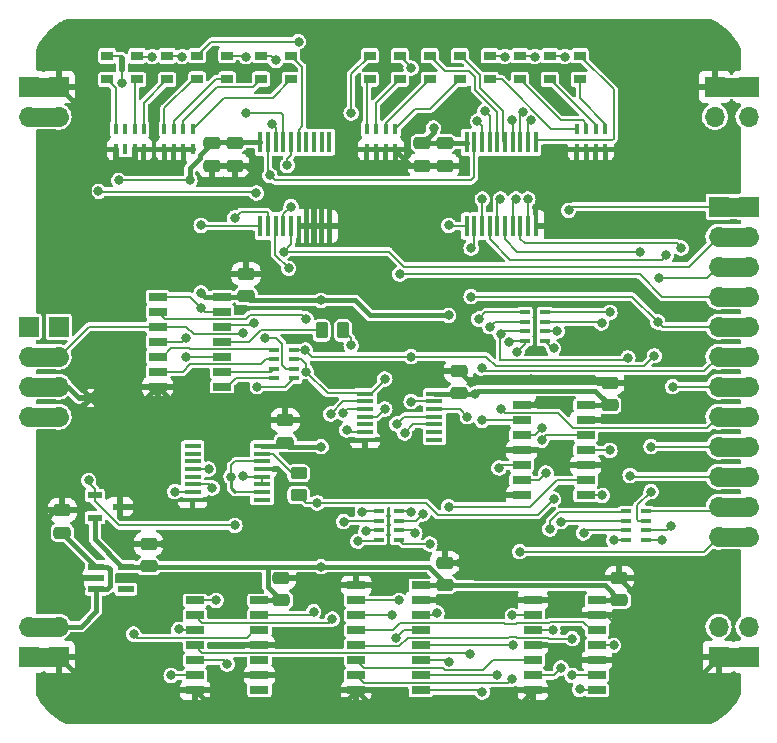
<source format=gbr>
%TF.GenerationSoftware,KiCad,Pcbnew,(6.0.5)*%
%TF.CreationDate,2022-08-08T19:57:53+02:00*%
%TF.ProjectId,Clock,436c6f63-6b2e-46b6-9963-61645f706362,rev?*%
%TF.SameCoordinates,Original*%
%TF.FileFunction,Copper,L1,Top*%
%TF.FilePolarity,Positive*%
%FSLAX46Y46*%
G04 Gerber Fmt 4.6, Leading zero omitted, Abs format (unit mm)*
G04 Created by KiCad (PCBNEW (6.0.5)) date 2022-08-08 19:57:53*
%MOMM*%
%LPD*%
G01*
G04 APERTURE LIST*
G04 Aperture macros list*
%AMRoundRect*
0 Rectangle with rounded corners*
0 $1 Rounding radius*
0 $2 $3 $4 $5 $6 $7 $8 $9 X,Y pos of 4 corners*
0 Add a 4 corners polygon primitive as box body*
4,1,4,$2,$3,$4,$5,$6,$7,$8,$9,$2,$3,0*
0 Add four circle primitives for the rounded corners*
1,1,$1+$1,$2,$3*
1,1,$1+$1,$4,$5*
1,1,$1+$1,$6,$7*
1,1,$1+$1,$8,$9*
0 Add four rect primitives between the rounded corners*
20,1,$1+$1,$2,$3,$4,$5,0*
20,1,$1+$1,$4,$5,$6,$7,0*
20,1,$1+$1,$6,$7,$8,$9,0*
20,1,$1+$1,$8,$9,$2,$3,0*%
G04 Aperture macros list end*
%TA.AperFunction,SMDPad,CuDef*%
%ADD10RoundRect,0.250000X-0.475000X0.250000X-0.475000X-0.250000X0.475000X-0.250000X0.475000X0.250000X0*%
%TD*%
%TA.AperFunction,SMDPad,CuDef*%
%ADD11R,0.450000X1.800000*%
%TD*%
%TA.AperFunction,SMDPad,CuDef*%
%ADD12R,0.900000X0.425000*%
%TD*%
%TA.AperFunction,SMDPad,CuDef*%
%ADD13R,1.250000X0.600000*%
%TD*%
%TA.AperFunction,SMDPad,CuDef*%
%ADD14RoundRect,0.250000X0.475000X-0.250000X0.475000X0.250000X-0.475000X0.250000X-0.475000X-0.250000X0*%
%TD*%
%TA.AperFunction,SMDPad,CuDef*%
%ADD15RoundRect,0.250000X0.262500X0.450000X-0.262500X0.450000X-0.262500X-0.450000X0.262500X-0.450000X0*%
%TD*%
%TA.AperFunction,SMDPad,CuDef*%
%ADD16R,1.475000X0.450000*%
%TD*%
%TA.AperFunction,SMDPad,CuDef*%
%ADD17C,0.500000*%
%TD*%
%TA.AperFunction,SMDPad,CuDef*%
%ADD18R,1.000000X0.800000*%
%TD*%
%TA.AperFunction,SMDPad,CuDef*%
%ADD19R,0.425000X0.900000*%
%TD*%
%TA.AperFunction,SMDPad,CuDef*%
%ADD20R,1.550000X0.650000*%
%TD*%
%TA.AperFunction,SMDPad,CuDef*%
%ADD21RoundRect,0.250000X-0.450000X0.262500X-0.450000X-0.262500X0.450000X-0.262500X0.450000X0.262500X0*%
%TD*%
%TA.AperFunction,SMDPad,CuDef*%
%ADD22R,1.400000X0.600000*%
%TD*%
%TA.AperFunction,ComponentPad*%
%ADD23R,1.700000X1.700000*%
%TD*%
%TA.AperFunction,ComponentPad*%
%ADD24O,1.700000X1.700000*%
%TD*%
%TA.AperFunction,ViaPad*%
%ADD25C,0.800000*%
%TD*%
%TA.AperFunction,Conductor*%
%ADD26C,1.600000*%
%TD*%
%TA.AperFunction,Conductor*%
%ADD27C,0.200000*%
%TD*%
%TA.AperFunction,Conductor*%
%ADD28C,0.450000*%
%TD*%
%TA.AperFunction,Conductor*%
%ADD29C,0.250000*%
%TD*%
G04 APERTURE END LIST*
%TO.C,NT2*%
G36*
X89467500Y-95115000D02*
G01*
X88967500Y-95115000D01*
X88967500Y-94115000D01*
X89467500Y-94115000D01*
X89467500Y-95115000D01*
G37*
%TO.C,NT3*%
G36*
X86542500Y-123122500D02*
G01*
X85542500Y-123122500D01*
X85542500Y-122622500D01*
X86542500Y-122622500D01*
X86542500Y-123122500D01*
G37*
%TD*%
D10*
%TO.P,C4,1*%
%TO.N,5V*%
X114617500Y-101301000D03*
%TO.P,C4,2*%
%TO.N,GND*%
X114617500Y-103201000D03*
%TD*%
D11*
%TO.P,IC7,1,DIR*%
%TO.N,5V*%
X100897500Y-108325000D03*
%TO.P,IC7,2,A1*%
%TO.N,/Source Clock*%
X101547500Y-108325000D03*
%TO.P,IC7,3,A2*%
%TO.N,/Clock*%
X102197500Y-108325000D03*
%TO.P,IC7,4,A3*%
%TO.N,/~{Clock}*%
X102847500Y-108325000D03*
%TO.P,IC7,5,A4*%
%TO.N,/Slow Selector*%
X103497500Y-108325000D03*
%TO.P,IC7,6,A5*%
%TO.N,GND*%
X104147500Y-108325000D03*
%TO.P,IC7,7,A6*%
X104797500Y-108325000D03*
%TO.P,IC7,8,A7*%
X105447500Y-108325000D03*
%TO.P,IC7,9,A8*%
X106097500Y-108325000D03*
%TO.P,IC7,10,GND*%
X106747500Y-108325000D03*
%TO.P,IC7,11,B8*%
%TO.N,unconnected-(IC7-Pad11)*%
X106747500Y-101225000D03*
%TO.P,IC7,12,B7*%
%TO.N,unconnected-(IC7-Pad12)*%
X106097500Y-101225000D03*
%TO.P,IC7,13,B6*%
%TO.N,unconnected-(IC7-Pad13)*%
X105447500Y-101225000D03*
%TO.P,IC7,14,B5*%
%TO.N,unconnected-(IC7-Pad14)*%
X104797500Y-101225000D03*
%TO.P,IC7,15,B4*%
%TO.N,Net-(IC7-Pad15)*%
X104147500Y-101225000D03*
%TO.P,IC7,16,B3*%
%TO.N,Net-(IC7-Pad16)*%
X103497500Y-101225000D03*
%TO.P,IC7,17,B2*%
%TO.N,Net-(IC7-Pad17)*%
X102847500Y-101225000D03*
%TO.P,IC7,18,B1*%
%TO.N,Net-(IC7-Pad18)*%
X102197500Y-101225000D03*
%TO.P,IC7,19,~{OE}*%
%TO.N,/~{LED Enable}*%
X101547500Y-101225000D03*
%TO.P,IC7,20,5V*%
%TO.N,5V*%
X100897500Y-101225000D03*
%TD*%
D12*
%TO.P,RN6,1,R1*%
%TO.N,/Count 1QB*%
X110910000Y-132467500D03*
%TO.P,RN6,2,R2*%
%TO.N,/Count 1QA*%
X110910000Y-133267500D03*
%TO.P,RN6,3,R3*%
%TO.N,/Count 2QB*%
X110910000Y-134067500D03*
%TO.P,RN6,4,R4*%
%TO.N,/Count 2QA*%
X110910000Y-134867500D03*
%TO.P,RN6,5,R4*%
%TO.N,/Count 2 A*%
X112610000Y-134867500D03*
%TO.P,RN6,6,R3*%
%TO.N,/Count 2 B*%
X112610000Y-134067500D03*
%TO.P,RN6,7,R2*%
%TO.N,/Count 1 A*%
X112610000Y-133267500D03*
%TO.P,RN6,8,R1*%
%TO.N,/Count 1 B*%
X112610000Y-132467500D03*
%TD*%
D13*
%TO.P,IC1,1,~{RST}*%
%TO.N,/~{RST}*%
X86897500Y-131130000D03*
%TO.P,IC1,2,VCC*%
%TO.N,5V*%
X86897500Y-133030000D03*
%TO.P,IC1,3,GND*%
%TO.N,GND*%
X88997500Y-132080000D03*
%TD*%
D14*
%TO.P,C8,1*%
%TO.N,5V*%
X99695000Y-114281500D03*
%TO.P,C8,2*%
%TO.N,GND*%
X99695000Y-112381500D03*
%TD*%
D15*
%TO.P,R2,1*%
%TO.N,/Count 1QD*%
X107910000Y-117167500D03*
%TO.P,R2,2*%
%TO.N,/Count 1 D*%
X106085000Y-117167500D03*
%TD*%
D16*
%TO.P,IC6,1,1~{CK}*%
%TO.N,/~{Clock}*%
X109774500Y-122510000D03*
%TO.P,IC6,2,1CLR*%
%TO.N,/~{Shift QG}*%
X109774500Y-123160000D03*
%TO.P,IC6,3,1QA*%
%TO.N,/Count 1QA*%
X109774500Y-123810000D03*
%TO.P,IC6,4,1QB*%
%TO.N,/Count 1QB*%
X109774500Y-124460000D03*
%TO.P,IC6,5,1QC*%
%TO.N,unconnected-(IC6-Pad5)*%
X109774500Y-125110000D03*
%TO.P,IC6,6,1QD*%
%TO.N,/Count 1QD*%
X109774500Y-125760000D03*
%TO.P,IC6,7,GND*%
%TO.N,GND*%
X109774500Y-126410000D03*
%TO.P,IC6,8,2QD*%
%TO.N,unconnected-(IC6-Pad8)*%
X115650500Y-126410000D03*
%TO.P,IC6,9,2QC*%
%TO.N,unconnected-(IC6-Pad9)*%
X115650500Y-125760000D03*
%TO.P,IC6,10,2QB*%
%TO.N,/Count 2QB*%
X115650500Y-125110000D03*
%TO.P,IC6,11,2QA*%
%TO.N,/Count 2QA*%
X115650500Y-124460000D03*
%TO.P,IC6,12,2CLR*%
%TO.N,/~{Shift QH}*%
X115650500Y-123810000D03*
%TO.P,IC6,13,2~{CK}*%
%TO.N,/Clock*%
X115650500Y-123160000D03*
%TO.P,IC6,14,5V*%
%TO.N,5V*%
X115650500Y-122510000D03*
%TD*%
D17*
%TO.P,NT2,1,1*%
%TO.N,5V*%
X89217500Y-95115000D03*
%TO.P,NT2,2,2*%
%TO.N,/Power LED*%
X89217500Y-94115000D03*
%TD*%
D18*
%TO.P,LED3,1*%
%TO.N,Net-(LED3-Pad1)*%
X115252500Y-95903000D03*
%TO.P,LED3,2*%
%TO.N,Net-(IC5-Pad16)*%
X115252500Y-93903000D03*
%TD*%
D10*
%TO.P,C3,1*%
%TO.N,5V*%
X96837500Y-101301000D03*
%TO.P,C3,2*%
%TO.N,GND*%
X96837500Y-103201000D03*
%TD*%
D18*
%TO.P,LD11,1*%
%TO.N,Net-(LD11-Pad1)*%
X100965000Y-95885000D03*
%TO.P,LD11,2*%
%TO.N,Net-(IC7-Pad16)*%
X100965000Y-93885000D03*
%TD*%
D14*
%TO.P,C9,1*%
%TO.N,5V*%
X117712000Y-122491500D03*
%TO.P,C9,2*%
%TO.N,GND*%
X117712000Y-120591500D03*
%TD*%
D18*
%TO.P,LED6,1*%
%TO.N,Net-(LED6-Pad1)*%
X122872500Y-95903000D03*
%TO.P,LED6,2*%
%TO.N,Net-(IC5-Pad13)*%
X122872500Y-93903000D03*
%TD*%
D19*
%TO.P,RN3,1,R1*%
%TO.N,GND*%
X92780000Y-101815000D03*
%TO.P,RN3,2,R2*%
X93580000Y-101815000D03*
%TO.P,RN3,3,R3*%
X94380000Y-101815000D03*
%TO.P,RN3,4,R4*%
X95180000Y-101815000D03*
%TO.P,RN3,5,R4*%
%TO.N,Net-(LD12-Pad1)*%
X95180000Y-100115000D03*
%TO.P,RN3,6,R3*%
%TO.N,Net-(LD11-Pad1)*%
X94380000Y-100115000D03*
%TO.P,RN3,7,R2*%
%TO.N,Net-(LD10-Pad1)*%
X93580000Y-100115000D03*
%TO.P,RN3,8,R1*%
%TO.N,Net-(LED9-Pad1)*%
X92780000Y-100115000D03*
%TD*%
D17*
%TO.P,NT3,1,1*%
%TO.N,/~{Reset} GND*%
X85542500Y-122872500D03*
%TO.P,NT3,2,2*%
%TO.N,GND*%
X86542500Y-122872500D03*
%TD*%
D12*
%TO.P,RN4,1,R1*%
%TO.N,/Drive1 1Y*%
X131865000Y-132467500D03*
%TO.P,RN4,2,R2*%
%TO.N,/Drive1 2Y*%
X131865000Y-133267500D03*
%TO.P,RN4,3,R3*%
%TO.N,/Drive1 3Y*%
X131865000Y-134067500D03*
%TO.P,RN4,4,R4*%
%TO.N,/Drive1 4Y*%
X131865000Y-134867500D03*
%TO.P,RN4,5,R4*%
%TO.N,/~{Select 0}*%
X133565000Y-134867500D03*
%TO.P,RN4,6,R3*%
%TO.N,/~{Select 2}*%
X133565000Y-134067500D03*
%TO.P,RN4,7,R2*%
%TO.N,/~{Select 4}*%
X133565000Y-133267500D03*
%TO.P,RN4,8,R1*%
%TO.N,/~{Select 6}*%
X133565000Y-132467500D03*
%TD*%
D18*
%TO.P,LD15,1*%
%TO.N,Net-(LD15-Pad1)*%
X93027500Y-95916500D03*
%TO.P,LD15,2*%
%TO.N,/Reset Switch LED*%
X93027500Y-93916500D03*
%TD*%
%TO.P,LED7,1*%
%TO.N,Net-(LED7-Pad1)*%
X125412500Y-95903000D03*
%TO.P,LED7,2*%
%TO.N,Net-(IC5-Pad12)*%
X125412500Y-93903000D03*
%TD*%
D16*
%TO.P,IC2,1,QB*%
%TO.N,unconnected-(IC2-Pad1)*%
X95169500Y-126947500D03*
%TO.P,IC2,2,QC*%
%TO.N,unconnected-(IC2-Pad2)*%
X95169500Y-127597500D03*
%TO.P,IC2,3,QD*%
%TO.N,unconnected-(IC2-Pad3)*%
X95169500Y-128247500D03*
%TO.P,IC2,4,QE*%
%TO.N,/Shift QE*%
X95169500Y-128897500D03*
%TO.P,IC2,5,QF*%
%TO.N,unconnected-(IC2-Pad5)*%
X95169500Y-129547500D03*
%TO.P,IC2,6,QG*%
%TO.N,/Shift QG*%
X95169500Y-130197500D03*
%TO.P,IC2,7,QH*%
%TO.N,/Shift QH*%
X95169500Y-130847500D03*
%TO.P,IC2,8,GND*%
%TO.N,GND*%
X95169500Y-131497500D03*
%TO.P,IC2,9,QH'*%
%TO.N,unconnected-(IC2-Pad9)*%
X101045500Y-131497500D03*
%TO.P,IC2,10,~{SCLR}*%
%TO.N,/~{RST}*%
X101045500Y-130847500D03*
%TO.P,IC2,11,SCK*%
%TO.N,/Source Clock*%
X101045500Y-130197500D03*
%TO.P,IC2,12,RCK*%
X101045500Y-129547500D03*
%TO.P,IC2,13,~{G}*%
%TO.N,GND*%
X101045500Y-128897500D03*
%TO.P,IC2,14,SI*%
%TO.N,/~{RST}*%
X101045500Y-128247500D03*
%TO.P,IC2,15,QA*%
%TO.N,/Shift QA*%
X101045500Y-127597500D03*
%TO.P,IC2,16,5V*%
%TO.N,5V*%
X101045500Y-126947500D03*
%TD*%
D12*
%TO.P,RN5,1,R1*%
%TO.N,/Flop Q1*%
X102020000Y-118815000D03*
%TO.P,RN5,2,R2*%
%TO.N,/Flop ~{Q1}*%
X102020000Y-119615000D03*
%TO.P,RN5,3,R3*%
%TO.N,/Flop Q2*%
X102020000Y-120415000D03*
%TO.P,RN5,4,R4*%
%TO.N,/Flop ~{Q2}*%
X102020000Y-121215000D03*
%TO.P,RN5,5,R4*%
%TO.N,/Flop D2*%
X103720000Y-121215000D03*
%TO.P,RN5,6,R3*%
%TO.N,/Slow Selector*%
X103720000Y-120415000D03*
%TO.P,RN5,7,R2*%
%TO.N,/~{Clock}*%
X103720000Y-119615000D03*
%TO.P,RN5,8,R1*%
%TO.N,/Clock*%
X103720000Y-118815000D03*
%TD*%
D20*
%TO.P,IC3,1,~{CLR1}*%
%TO.N,/Shift QE*%
X92207500Y-114300000D03*
%TO.P,IC3,2,D1*%
%TO.N,/~{Clock}*%
X92207500Y-115570000D03*
%TO.P,IC3,3,CK1*%
%TO.N,/Source Clock*%
X92207500Y-116840000D03*
%TO.P,IC3,4,~{PR1}*%
%TO.N,5V*%
X92207500Y-118110000D03*
%TO.P,IC3,5,Q1*%
%TO.N,/Flop Q1*%
X92207500Y-119380000D03*
%TO.P,IC3,6,~{Q1}*%
%TO.N,/Flop ~{Q1}*%
X92207500Y-120650000D03*
%TO.P,IC3,7,GND*%
%TO.N,GND*%
X92207500Y-121920000D03*
%TO.P,IC3,8,~{Q2}*%
%TO.N,/Flop ~{Q2}*%
X97657500Y-121920000D03*
%TO.P,IC3,9,Q2*%
%TO.N,/Flop Q2*%
X97657500Y-120650000D03*
%TO.P,IC3,10,~{PR2}*%
%TO.N,5V*%
X97657500Y-119380000D03*
%TO.P,IC3,11,CK2*%
%TO.N,/Count 1 D*%
X97657500Y-118110000D03*
%TO.P,IC3,12,D2*%
%TO.N,/Flop D2*%
X97657500Y-116840000D03*
%TO.P,IC3,13,~{CLR2}*%
%TO.N,/Shift QE*%
X97657500Y-115570000D03*
%TO.P,IC3,14,5V*%
%TO.N,5V*%
X97657500Y-114300000D03*
%TD*%
D14*
%TO.P,C2,1*%
%TO.N,5V*%
X91440000Y-137141500D03*
%TO.P,C2,2*%
%TO.N,GND*%
X91440000Y-135241500D03*
%TD*%
%TO.P,C11,1*%
%TO.N,5V*%
X130492500Y-123489000D03*
%TO.P,C11,2*%
%TO.N,GND*%
X130492500Y-121589000D03*
%TD*%
%TO.P,C1,1*%
%TO.N,/Source 5V*%
X84137500Y-134284000D03*
%TO.P,C1,2*%
%TO.N,GND*%
X84137500Y-132384000D03*
%TD*%
D20*
%TO.P,IC9,1,1~{OE}*%
%TO.N,GND*%
X123971500Y-140017500D03*
%TO.P,IC9,2,1A*%
%TO.N,/Line ~{Y3A}*%
X123971500Y-141287500D03*
%TO.P,IC9,3,1Y*%
%TO.N,/Drive1 1Y*%
X123971500Y-142557500D03*
%TO.P,IC9,4,2~{OE}*%
%TO.N,GND*%
X123971500Y-143827500D03*
%TO.P,IC9,5,2A*%
%TO.N,/Line ~{Y2A}*%
X123971500Y-145097500D03*
%TO.P,IC9,6,2Y*%
%TO.N,/Drive1 2Y*%
X123971500Y-146367500D03*
%TO.P,IC9,7,GND*%
%TO.N,GND*%
X123971500Y-147637500D03*
%TO.P,IC9,8,3Y*%
%TO.N,/Drive1 3Y*%
X129393500Y-147637500D03*
%TO.P,IC9,9,3A*%
%TO.N,/Line ~{Y1A}*%
X129393500Y-146367500D03*
%TO.P,IC9,10,3~{OE}*%
%TO.N,GND*%
X129393500Y-145097500D03*
%TO.P,IC9,11,4Y*%
%TO.N,/Drive1 4Y*%
X129393500Y-143827500D03*
%TO.P,IC9,12,4A*%
%TO.N,/Line ~{Y0A}*%
X129393500Y-142557500D03*
%TO.P,IC9,13,4~{OE}*%
%TO.N,GND*%
X129393500Y-141287500D03*
%TO.P,IC9,14,VCC*%
%TO.N,5V*%
X129393500Y-140017500D03*
%TD*%
D18*
%TO.P,LD12,1*%
%TO.N,Net-(LD12-Pad1)*%
X103505000Y-95903800D03*
%TO.P,LD12,2*%
%TO.N,Net-(IC7-Pad15)*%
X103505000Y-93903800D03*
%TD*%
%TO.P,LED8,1*%
%TO.N,Net-(LED8-Pad1)*%
X127952500Y-95903000D03*
%TO.P,LED8,2*%
%TO.N,Net-(IC5-Pad11)*%
X127952500Y-93903000D03*
%TD*%
D10*
%TO.P,C13,1*%
%TO.N,5V*%
X116522500Y-101301000D03*
%TO.P,C13,2*%
%TO.N,GND*%
X116522500Y-103201000D03*
%TD*%
D14*
%TO.P,C10,1*%
%TO.N,5V*%
X116522500Y-138726500D03*
%TO.P,C10,2*%
%TO.N,GND*%
X116522500Y-136826500D03*
%TD*%
D20*
%TO.P,IC4,1,1A*%
%TO.N,/Shift QG*%
X95382500Y-140017500D03*
%TO.P,IC4,2,1Y*%
%TO.N,/~{Shift QG}*%
X95382500Y-141287500D03*
%TO.P,IC4,3,2A*%
%TO.N,/Shift QH*%
X95382500Y-142557500D03*
%TO.P,IC4,4,2Y*%
%TO.N,/~{Shift QH}*%
X95382500Y-143827500D03*
%TO.P,IC4,5,3A*%
%TO.N,/~{RST}*%
X95382500Y-145097500D03*
%TO.P,IC4,6,3Y*%
%TO.N,/Reset Switch LED*%
X95382500Y-146367500D03*
%TO.P,IC4,7,GND*%
%TO.N,GND*%
X95382500Y-147637500D03*
%TO.P,IC4,8,4Y*%
%TO.N,unconnected-(IC4-Pad8)*%
X100832500Y-147637500D03*
%TO.P,IC4,9,4A*%
%TO.N,GND*%
X100832500Y-146367500D03*
%TO.P,IC4,10,5Y*%
%TO.N,unconnected-(IC4-Pad10)*%
X100832500Y-145097500D03*
%TO.P,IC4,11,5A*%
%TO.N,GND*%
X100832500Y-143827500D03*
%TO.P,IC4,12,6Y*%
%TO.N,/Reset LED*%
X100832500Y-142557500D03*
%TO.P,IC4,13,6A*%
%TO.N,/~{Reset}*%
X100832500Y-141287500D03*
%TO.P,IC4,14,5V*%
%TO.N,5V*%
X100832500Y-140017500D03*
%TD*%
D18*
%TO.P,LD10,1*%
%TO.N,Net-(LD10-Pad1)*%
X98107500Y-95885000D03*
%TO.P,LD10,2*%
%TO.N,Net-(IC7-Pad17)*%
X98107500Y-93885000D03*
%TD*%
D11*
%TO.P,IC5,1,DIR*%
%TO.N,5V*%
X118360000Y-108325000D03*
%TO.P,IC5,2,A1*%
%TO.N,/~{Select 0}*%
X119010000Y-108325000D03*
%TO.P,IC5,3,A2*%
%TO.N,/~{Select 1}*%
X119660000Y-108325000D03*
%TO.P,IC5,4,A3*%
%TO.N,/~{Select 2}*%
X120310000Y-108325000D03*
%TO.P,IC5,5,A4*%
%TO.N,/~{Select 3}*%
X120960000Y-108325000D03*
%TO.P,IC5,6,A5*%
%TO.N,/~{Select 4}*%
X121610000Y-108325000D03*
%TO.P,IC5,7,A6*%
%TO.N,/~{Select 5}*%
X122260000Y-108325000D03*
%TO.P,IC5,8,A7*%
%TO.N,/~{Select 6}*%
X122910000Y-108325000D03*
%TO.P,IC5,9,A8*%
%TO.N,/~{Select 7}*%
X123560000Y-108325000D03*
%TO.P,IC5,10,GND*%
%TO.N,GND*%
X124210000Y-108325000D03*
%TO.P,IC5,11,B8*%
%TO.N,Net-(IC5-Pad11)*%
X124210000Y-101225000D03*
%TO.P,IC5,12,B7*%
%TO.N,Net-(IC5-Pad12)*%
X123560000Y-101225000D03*
%TO.P,IC5,13,B6*%
%TO.N,Net-(IC5-Pad13)*%
X122910000Y-101225000D03*
%TO.P,IC5,14,B5*%
%TO.N,Net-(IC5-Pad14)*%
X122260000Y-101225000D03*
%TO.P,IC5,15,B4*%
%TO.N,Net-(IC5-Pad15)*%
X121610000Y-101225000D03*
%TO.P,IC5,16,B3*%
%TO.N,Net-(IC5-Pad16)*%
X120960000Y-101225000D03*
%TO.P,IC5,17,B2*%
%TO.N,Net-(IC5-Pad17)*%
X120310000Y-101225000D03*
%TO.P,IC5,18,B1*%
%TO.N,Net-(IC5-Pad18)*%
X119660000Y-101225000D03*
%TO.P,IC5,19,~{OE}*%
%TO.N,/~{LED Enable}*%
X119010000Y-101225000D03*
%TO.P,IC5,20,5V*%
%TO.N,5V*%
X118360000Y-101225000D03*
%TD*%
D21*
%TO.P,R1,1*%
%TO.N,/Shift QA*%
X104150000Y-129262500D03*
%TO.P,R1,2*%
%TO.N,/~{Reset}*%
X104150000Y-131087500D03*
%TD*%
D18*
%TO.P,LD13,1*%
%TO.N,Net-(LD13-Pad1)*%
X87947500Y-95916500D03*
%TO.P,LD13,2*%
%TO.N,/Power LED*%
X87947500Y-93916500D03*
%TD*%
D10*
%TO.P,C5,1*%
%TO.N,5V*%
X98742500Y-101301000D03*
%TO.P,C5,2*%
%TO.N,GND*%
X98742500Y-103201000D03*
%TD*%
D18*
%TO.P,LED1,1*%
%TO.N,Net-(LED1-Pad1)*%
X110172500Y-95903000D03*
%TO.P,LED1,2*%
%TO.N,Net-(IC5-Pad18)*%
X110172500Y-93903000D03*
%TD*%
%TO.P,LD14,1*%
%TO.N,Net-(LD14-Pad1)*%
X90487500Y-95916500D03*
%TO.P,LD14,2*%
%TO.N,/Reset LED*%
X90487500Y-93916500D03*
%TD*%
%TO.P,LED2,1*%
%TO.N,Net-(LED2-Pad1)*%
X112712500Y-95903000D03*
%TO.P,LED2,2*%
%TO.N,Net-(IC5-Pad17)*%
X112712500Y-93903000D03*
%TD*%
D19*
%TO.P,RN1,1,R1*%
%TO.N,GND*%
X109925000Y-101815000D03*
%TO.P,RN1,2,R2*%
X110725000Y-101815000D03*
%TO.P,RN1,3,R3*%
X111525000Y-101815000D03*
%TO.P,RN1,4,R4*%
X112325000Y-101815000D03*
%TO.P,RN1,5,R4*%
%TO.N,Net-(LED4-Pad1)*%
X112325000Y-100115000D03*
%TO.P,RN1,6,R3*%
%TO.N,Net-(LED3-Pad1)*%
X111525000Y-100115000D03*
%TO.P,RN1,7,R2*%
%TO.N,Net-(LED2-Pad1)*%
X110725000Y-100115000D03*
%TO.P,RN1,8,R1*%
%TO.N,Net-(LED1-Pad1)*%
X109925000Y-100115000D03*
%TD*%
%TO.P,RN2,1,R1*%
%TO.N,GND*%
X127705000Y-101815000D03*
%TO.P,RN2,2,R2*%
X128505000Y-101815000D03*
%TO.P,RN2,3,R3*%
X129305000Y-101815000D03*
%TO.P,RN2,4,R4*%
X130105000Y-101815000D03*
%TO.P,RN2,5,R4*%
%TO.N,Net-(LED8-Pad1)*%
X130105000Y-100115000D03*
%TO.P,RN2,6,R3*%
%TO.N,Net-(LED7-Pad1)*%
X129305000Y-100115000D03*
%TO.P,RN2,7,R2*%
%TO.N,Net-(LED6-Pad1)*%
X128505000Y-100115000D03*
%TO.P,RN2,8,R1*%
%TO.N,Net-(LED5-Pad1)*%
X127705000Y-100115000D03*
%TD*%
D20*
%TO.P,IC8,1,~{EA}*%
%TO.N,GND*%
X109035000Y-138747500D03*
%TO.P,IC8,2,A0A*%
%TO.N,/Count 1 A*%
X109035000Y-140017500D03*
%TO.P,IC8,3,A1A*%
%TO.N,/Count 1 B*%
X109035000Y-141287500D03*
%TO.P,IC8,4,~{Y0A}*%
%TO.N,/Line ~{Y0A}*%
X109035000Y-142557500D03*
%TO.P,IC8,5,~{Y1A}*%
%TO.N,/Line ~{Y1A}*%
X109035000Y-143827500D03*
%TO.P,IC8,6,~{Y2A}*%
%TO.N,/Line ~{Y2A}*%
X109035000Y-145097500D03*
%TO.P,IC8,7,~{Y3A}*%
%TO.N,/Line ~{Y3A}*%
X109035000Y-146367500D03*
%TO.P,IC8,8,GND*%
%TO.N,GND*%
X109035000Y-147637500D03*
%TO.P,IC8,9,~{Y3B}*%
%TO.N,/Line ~{Y3B}*%
X114485000Y-147637500D03*
%TO.P,IC8,10,~{Y2B}*%
%TO.N,/Line ~{Y2B}*%
X114485000Y-146367500D03*
%TO.P,IC8,11,~{Y1B}*%
%TO.N,/Line ~{Y1B}*%
X114485000Y-145097500D03*
%TO.P,IC8,12,~{Y0B}*%
%TO.N,/Line ~{Y0B}*%
X114485000Y-143827500D03*
%TO.P,IC8,13,A1B*%
%TO.N,/Count 2 B*%
X114485000Y-142557500D03*
%TO.P,IC8,14,A0B*%
%TO.N,/Count 2 A*%
X114485000Y-141287500D03*
%TO.P,IC8,15,~{EB}*%
%TO.N,GND*%
X114485000Y-140017500D03*
%TO.P,IC8,16,5V*%
%TO.N,5V*%
X114485000Y-138747500D03*
%TD*%
D18*
%TO.P,LED9,1*%
%TO.N,Net-(LED9-Pad1)*%
X95567500Y-95885000D03*
%TO.P,LED9,2*%
%TO.N,Net-(IC7-Pad18)*%
X95567500Y-93885000D03*
%TD*%
D14*
%TO.P,C12,1*%
%TO.N,5V*%
X102685000Y-140001500D03*
%TO.P,C12,2*%
%TO.N,GND*%
X102685000Y-138101500D03*
%TD*%
D18*
%TO.P,LED4,1*%
%TO.N,Net-(LED4-Pad1)*%
X117792500Y-95903000D03*
%TO.P,LED4,2*%
%TO.N,Net-(IC5-Pad15)*%
X117792500Y-93903000D03*
%TD*%
D14*
%TO.P,C6,1*%
%TO.N,5V*%
X131312500Y-140001500D03*
%TO.P,C6,2*%
%TO.N,GND*%
X131312500Y-138101500D03*
%TD*%
D18*
%TO.P,LED5,1*%
%TO.N,Net-(LED5-Pad1)*%
X120332500Y-95903000D03*
%TO.P,LED5,2*%
%TO.N,Net-(IC5-Pad14)*%
X120332500Y-93903000D03*
%TD*%
D22*
%TO.P,IC11,1,VIN*%
%TO.N,/Source 5V*%
X87015000Y-137162500D03*
%TO.P,IC11,2,VSS*%
%TO.N,GND*%
X87015000Y-138112500D03*
%TO.P,IC11,3,~{SHDN}*%
%TO.N,/Source 5V*%
X87015000Y-139062500D03*
%TO.P,IC11,4,NC*%
%TO.N,unconnected-(IC11-Pad4)*%
X89515000Y-139062500D03*
%TO.P,IC11,5,VOUT*%
%TO.N,5V*%
X89515000Y-137162500D03*
%TD*%
D14*
%TO.P,C7,1*%
%TO.N,5V*%
X103002500Y-126664000D03*
%TO.P,C7,2*%
%TO.N,GND*%
X103002500Y-124764000D03*
%TD*%
D12*
%TO.P,RN8,1,R1*%
%TO.N,/Drive2 1Y*%
X124992500Y-118040000D03*
%TO.P,RN8,2,R2*%
%TO.N,/Drive2 2Y*%
X124992500Y-117240000D03*
%TO.P,RN8,3,R3*%
%TO.N,/Drive2 3Y*%
X124992500Y-116440000D03*
%TO.P,RN8,4,R4*%
%TO.N,/Drive2 4Y*%
X124992500Y-115640000D03*
%TO.P,RN8,5,R4*%
%TO.N,/~{Select 1}*%
X123292500Y-115640000D03*
%TO.P,RN8,6,R3*%
%TO.N,/~{Select 3}*%
X123292500Y-116440000D03*
%TO.P,RN8,7,R2*%
%TO.N,/~{Select 5}*%
X123292500Y-117240000D03*
%TO.P,RN8,8,R1*%
%TO.N,/~{Select 7}*%
X123292500Y-118040000D03*
%TD*%
D19*
%TO.P,RN7,1,R1*%
%TO.N,GND*%
X88652500Y-101815000D03*
%TO.P,RN7,2,R2*%
%TO.N,unconnected-(RN7-Pad2)*%
X89452500Y-101815000D03*
%TO.P,RN7,3,R3*%
%TO.N,GND*%
X90252500Y-101815000D03*
%TO.P,RN7,4,R4*%
X91052500Y-101815000D03*
%TO.P,RN7,5,R4*%
%TO.N,Net-(LD15-Pad1)*%
X91052500Y-100115000D03*
%TO.P,RN7,6,R3*%
%TO.N,Net-(LD14-Pad1)*%
X90252500Y-100115000D03*
%TO.P,RN7,7,R2*%
%TO.N,unconnected-(RN7-Pad7)*%
X89452500Y-100115000D03*
%TO.P,RN7,8,R1*%
%TO.N,Net-(LD13-Pad1)*%
X88652500Y-100115000D03*
%TD*%
D20*
%TO.P,IC10,1,1~{OE}*%
%TO.N,GND*%
X123019000Y-123507500D03*
%TO.P,IC10,2,1A*%
%TO.N,/Line ~{Y3B}*%
X123019000Y-124777500D03*
%TO.P,IC10,3,1Y*%
%TO.N,/Drive2 1Y*%
X123019000Y-126047500D03*
%TO.P,IC10,4,2~{OE}*%
%TO.N,GND*%
X123019000Y-127317500D03*
%TO.P,IC10,5,2A*%
%TO.N,/Line ~{Y2B}*%
X123019000Y-128587500D03*
%TO.P,IC10,6,2Y*%
%TO.N,/Drive2 2Y*%
X123019000Y-129857500D03*
%TO.P,IC10,7,GND*%
%TO.N,GND*%
X123019000Y-131127500D03*
%TO.P,IC10,8,3Y*%
%TO.N,/Drive2 3Y*%
X128441000Y-131127500D03*
%TO.P,IC10,9,3A*%
%TO.N,/Line ~{Y1B}*%
X128441000Y-129857500D03*
%TO.P,IC10,10,3~{OE}*%
%TO.N,GND*%
X128441000Y-128587500D03*
%TO.P,IC10,11,4Y*%
%TO.N,/Drive2 4Y*%
X128441000Y-127317500D03*
%TO.P,IC10,12,4A*%
%TO.N,/Line ~{Y0B}*%
X128441000Y-126047500D03*
%TO.P,IC10,13,4~{OE}*%
%TO.N,GND*%
X128441000Y-124777500D03*
%TO.P,IC10,14,VCC*%
%TO.N,5V*%
X128441000Y-123507500D03*
%TD*%
D23*
%TO.P,J9,1,Pin_1*%
%TO.N,GND*%
X81280000Y-96520000D03*
D24*
%TO.P,J9,2,Pin_2*%
%TO.N,/~{LED Enable}*%
X81280000Y-99060000D03*
%TD*%
D23*
%TO.P,J11,1,Pin_1*%
%TO.N,/~{Reset}*%
X139700000Y-106680000D03*
D24*
%TO.P,J11,2,Pin_2*%
%TO.N,/Slow Selector*%
X139700000Y-109220000D03*
%TO.P,J11,3,Pin_3*%
%TO.N,/Clock*%
X139700000Y-111760000D03*
%TO.P,J11,4,Pin_4*%
%TO.N,/~{Clock}*%
X139700000Y-114300000D03*
%TO.P,J11,5,Pin_5*%
%TO.N,/~{Select 0}*%
X139700000Y-116840000D03*
%TO.P,J11,6,Pin_6*%
%TO.N,/~{Select 1}*%
X139700000Y-119380000D03*
%TO.P,J11,7,Pin_7*%
%TO.N,/~{Select 2}*%
X139700000Y-121920000D03*
%TO.P,J11,8,Pin_8*%
%TO.N,/~{Select 3}*%
X139700000Y-124460000D03*
%TO.P,J11,9,Pin_9*%
%TO.N,/~{Select 4}*%
X139700000Y-127000000D03*
%TO.P,J11,10,Pin_10*%
%TO.N,/~{Select 5}*%
X139700000Y-129540000D03*
%TO.P,J11,11,Pin_11*%
%TO.N,/~{Select 6}*%
X139700000Y-132080000D03*
%TO.P,J11,12,Pin_12*%
%TO.N,/~{Select 7}*%
X139700000Y-134620000D03*
%TD*%
D23*
%TO.P,J8,1,Pin_1*%
%TO.N,/~{Reset}*%
X142240000Y-106680000D03*
D24*
%TO.P,J8,2,Pin_2*%
%TO.N,/Slow Selector*%
X142240000Y-109220000D03*
%TO.P,J8,3,Pin_3*%
%TO.N,/Clock*%
X142240000Y-111760000D03*
%TO.P,J8,4,Pin_4*%
%TO.N,/~{Clock}*%
X142240000Y-114300000D03*
%TO.P,J8,5,Pin_5*%
%TO.N,/~{Select 0}*%
X142240000Y-116840000D03*
%TO.P,J8,6,Pin_6*%
%TO.N,/~{Select 1}*%
X142240000Y-119380000D03*
%TO.P,J8,7,Pin_7*%
%TO.N,/~{Select 2}*%
X142240000Y-121920000D03*
%TO.P,J8,8,Pin_8*%
%TO.N,/~{Select 3}*%
X142240000Y-124460000D03*
%TO.P,J8,9,Pin_9*%
%TO.N,/~{Select 4}*%
X142240000Y-127000000D03*
%TO.P,J8,10,Pin_10*%
%TO.N,/~{Select 5}*%
X142240000Y-129540000D03*
%TO.P,J8,11,Pin_11*%
%TO.N,/~{Select 6}*%
X142240000Y-132080000D03*
%TO.P,J8,12,Pin_12*%
%TO.N,/~{Select 7}*%
X142240000Y-134620000D03*
%TD*%
D23*
%TO.P,J4,1,Pin_1*%
%TO.N,GND*%
X142240000Y-96520000D03*
D24*
%TO.P,J4,2,Pin_2*%
%TO.N,unconnected-(J4-Pad2)*%
X142240000Y-99060000D03*
%TD*%
D23*
%TO.P,J5,1,Pin_1*%
%TO.N,unconnected-(J5-Pad1)*%
X81280000Y-116840000D03*
D24*
%TO.P,J5,2,Pin_2*%
%TO.N,/Source Clock*%
X81280000Y-119380000D03*
%TO.P,J5,3,Pin_3*%
%TO.N,/~{Reset} GND*%
X81280000Y-121920000D03*
%TO.P,J5,4,Pin_4*%
%TO.N,/Reset Switch*%
X81280000Y-124460000D03*
%TD*%
D23*
%TO.P,J1,1,Pin_1*%
%TO.N,GND*%
X139382500Y-96520000D03*
D24*
%TO.P,J1,2,Pin_2*%
%TO.N,unconnected-(J1-Pad2)*%
X139382500Y-99060000D03*
%TD*%
D23*
%TO.P,J3,1,Pin_1*%
%TO.N,GND*%
X83820000Y-144785000D03*
D24*
%TO.P,J3,2,Pin_2*%
%TO.N,/Source 5V*%
X83820000Y-142245000D03*
%TD*%
D23*
%TO.P,J12,1,Pin_1*%
%TO.N,GND*%
X83820000Y-96520000D03*
D24*
%TO.P,J12,2,Pin_2*%
%TO.N,/~{LED Enable}*%
X83820000Y-99060000D03*
%TD*%
D23*
%TO.P,J6,1,Pin_1*%
%TO.N,GND*%
X81280000Y-144785000D03*
D24*
%TO.P,J6,2,Pin_2*%
%TO.N,/Source 5V*%
X81280000Y-142245000D03*
%TD*%
D23*
%TO.P,J2,1,Pin_1*%
%TO.N,unconnected-(J2-Pad1)*%
X83820000Y-116840000D03*
D24*
%TO.P,J2,2,Pin_2*%
%TO.N,/Source Clock*%
X83820000Y-119380000D03*
%TO.P,J2,3,Pin_3*%
%TO.N,/~{Reset} GND*%
X83820000Y-121920000D03*
%TO.P,J2,4,Pin_4*%
%TO.N,/Reset Switch*%
X83820000Y-124460000D03*
%TD*%
D23*
%TO.P,J10,1,Pin_1*%
%TO.N,GND*%
X142240000Y-144780000D03*
D24*
%TO.P,J10,2,Pin_2*%
%TO.N,unconnected-(J10-Pad2)*%
X142240000Y-142240000D03*
%TD*%
D23*
%TO.P,J7,1,Pin_1*%
%TO.N,GND*%
X139700000Y-144780000D03*
D24*
%TO.P,J7,2,Pin_2*%
%TO.N,unconnected-(J7-Pad2)*%
X139700000Y-142240000D03*
%TD*%
D25*
%TO.N,/~{Clock}*%
X111442500Y-121285000D03*
X112712500Y-112395000D03*
X104775000Y-120650000D03*
X104775000Y-116205000D03*
X103505000Y-106680000D03*
%TO.N,/Count 1 A*%
X114648778Y-132720615D03*
X112648000Y-140017500D03*
%TO.N,/Count 1 B*%
X112060588Y-141259555D03*
X113665000Y-132544020D03*
%TO.N,/Count 2 B*%
X112395631Y-143193883D03*
X113982500Y-134302500D03*
%TO.N,/Count 2 A*%
X115859487Y-141093434D03*
X115252500Y-135255000D03*
%TO.N,/Clock*%
X103295628Y-111904872D03*
X113665000Y-123190000D03*
X134620000Y-112712500D03*
X134256511Y-119309882D03*
X104705000Y-118815000D03*
X113665000Y-119380000D03*
%TO.N,GND*%
X133032500Y-128270000D03*
X117792500Y-131127500D03*
X124460000Y-123190000D03*
X133032500Y-137795000D03*
X120015000Y-103187500D03*
X102552500Y-146367500D03*
X133032500Y-123190000D03*
X117792500Y-136842500D03*
X92392500Y-132397500D03*
X123825000Y-121285000D03*
X85715000Y-139065000D03*
X102552500Y-143752511D03*
X118110000Y-103187500D03*
X92710000Y-135255000D03*
%TO.N,/Source Clock*%
X99403417Y-117410500D03*
X99424324Y-129521090D03*
X98742500Y-107632500D03*
%TO.N,/~{Reset}*%
X125730000Y-131445000D03*
X127000000Y-106997500D03*
X105727500Y-131762500D03*
X105410000Y-140970000D03*
%TO.N,/Slow Selector*%
X102870000Y-110490000D03*
X101282500Y-117792500D03*
%TO.N,/~{Select 7}*%
X121920000Y-118181755D03*
X122872500Y-135890000D03*
X123554503Y-106045000D03*
X122636676Y-118998000D03*
%TO.N,/~{Select 6}*%
X136525000Y-110172500D03*
%TO.N,/~{Select 5}*%
X121251996Y-117438266D03*
X122555000Y-106045000D03*
X132208000Y-129445949D03*
X132015500Y-119486488D03*
%TO.N,/~{Select 4}*%
X133985000Y-130810000D03*
X133985000Y-127000000D03*
X133032500Y-110490000D03*
%TO.N,/~{Select 3}*%
X120332500Y-116840000D03*
X121285000Y-123825000D03*
X121237997Y-106045000D03*
%TO.N,/~{Select 2}*%
X135825500Y-121920000D03*
X135655512Y-133732000D03*
X135255000Y-110807500D03*
%TO.N,/~{Select 1}*%
X119380000Y-116205000D03*
X119697500Y-106045000D03*
X119633000Y-120332500D03*
%TO.N,/~{Select 0}*%
X134555500Y-116440824D03*
X134937500Y-134937500D03*
X118745000Y-114300000D03*
X118745000Y-110172500D03*
%TO.N,Net-(IC5-Pad12)*%
X126682500Y-93980000D03*
X123825000Y-99377500D03*
%TO.N,/Reset Switch LED*%
X94297500Y-93980000D03*
X93345000Y-146367500D03*
%TO.N,/Reset LED*%
X90170000Y-142875000D03*
X91757500Y-93980000D03*
%TO.N,5V*%
X89217500Y-96202500D03*
X94615000Y-119380000D03*
X106045002Y-127000000D03*
X106042500Y-137157500D03*
X94932500Y-104457500D03*
X95885000Y-108267500D03*
X106045000Y-114617500D03*
X116840000Y-115887500D03*
X95885000Y-113982500D03*
X94615000Y-117792500D03*
X116840000Y-108267500D03*
X119062500Y-122555000D03*
X88900000Y-104457500D03*
X115570000Y-100012500D03*
%TO.N,Net-(IC5-Pad13)*%
X124142500Y-93980000D03*
X123118245Y-98670745D03*
%TO.N,Net-(IC5-Pad14)*%
X122190497Y-99377500D03*
X121602500Y-93980000D03*
%TO.N,Net-(IC5-Pad17)*%
X113665000Y-94932500D03*
X119911611Y-98605849D03*
%TO.N,Net-(IC5-Pad18)*%
X108585000Y-98742500D03*
X119289469Y-99443713D03*
%TO.N,Net-(IC7-Pad18)*%
X104140000Y-92710000D03*
X101917500Y-99695000D03*
%TO.N,Net-(IC7-Pad17)*%
X99695000Y-98742500D03*
X99695000Y-93980000D03*
%TO.N,Net-(IC7-Pad16)*%
X102235000Y-94297500D03*
X103187500Y-103187500D03*
%TO.N,/~{RST}*%
X86360000Y-129857500D03*
X98107500Y-145415000D03*
X98742500Y-133667500D03*
X98425000Y-129540000D03*
%TO.N,/Shift QH*%
X93980000Y-142482511D03*
X93662500Y-130812692D03*
%TO.N,/Shift QG*%
X97155000Y-140017500D03*
X96837500Y-130492500D03*
%TO.N,/Shift QE*%
X96520000Y-128905000D03*
X95885000Y-115252500D03*
%TO.N,/Flop D2*%
X100330000Y-116522500D03*
X100647500Y-121920000D03*
%TO.N,/~{Shift QH}*%
X118663324Y-144527000D03*
X118427500Y-124460000D03*
%TO.N,/~{Shift QG}*%
X106869500Y-124231666D03*
X106997500Y-141605000D03*
%TO.N,/Count 2QA*%
X109148245Y-135009255D03*
X112459500Y-125095000D03*
%TO.N,/Count 2QB*%
X109855000Y-134162122D03*
X113127485Y-125838506D03*
%TO.N,/Count 1QD*%
X108585000Y-118427500D03*
X108214914Y-125585500D03*
%TO.N,/Count 1QB*%
X109537500Y-132544020D03*
X111442500Y-123825000D03*
%TO.N,/Count 1QA*%
X107950000Y-133350000D03*
X107931705Y-124158705D03*
%TO.N,/Line ~{Y0B}*%
X124718757Y-126460487D03*
X122302000Y-143827500D03*
%TO.N,/Line ~{Y1B}*%
X116846364Y-145226500D03*
X116840000Y-132080000D03*
%TO.N,/Line ~{Y2B}*%
X120967500Y-146313489D03*
X121112372Y-128796872D03*
%TO.N,/Line ~{Y3B}*%
X119697500Y-124777500D03*
X119697500Y-147765500D03*
%TO.N,/Line ~{Y3A}*%
X122237500Y-141287500D03*
X122237500Y-146685000D03*
%TO.N,/Line ~{Y1A}*%
X127317500Y-146367500D03*
X127317500Y-143257000D03*
%TO.N,/Drive1 4Y*%
X130810000Y-143827500D03*
X130810000Y-134937500D03*
%TO.N,/Drive1 3Y*%
X128270000Y-134302500D03*
X127952500Y-147562511D03*
%TO.N,/Drive1 2Y*%
X126365000Y-145732500D03*
X126365000Y-133350000D03*
%TO.N,/Drive1 1Y*%
X125412500Y-133985000D03*
X125669080Y-142563688D03*
%TO.N,/Drive2 4Y*%
X130492500Y-115634500D03*
X130492500Y-127317500D03*
%TO.N,/Drive2 3Y*%
X129857500Y-131127500D03*
X129793000Y-116522500D03*
%TO.N,/Drive2 2Y*%
X125095000Y-129222500D03*
X126047500Y-117222000D03*
%TO.N,/Drive2 1Y*%
X124777500Y-125412500D03*
X125730000Y-118680500D03*
%TO.N,/~{LED Enable}*%
X87191850Y-105393329D03*
X101706760Y-104033240D03*
X100578097Y-105538000D03*
%TD*%
D26*
%TO.N,/~{Clock}*%
X139700000Y-114300000D02*
X142240000Y-114300000D01*
D27*
X133032500Y-112395000D02*
X112712500Y-112395000D01*
X109737490Y-122472990D02*
X106597990Y-122472990D01*
X111442500Y-121354500D02*
X111442500Y-121285000D01*
X134937500Y-114300000D02*
X133032500Y-112395000D01*
X99668744Y-116194511D02*
X100040256Y-115822999D01*
X104775000Y-120020000D02*
X104775000Y-120650000D01*
X102847500Y-108325000D02*
X102847500Y-107337500D01*
X100040256Y-115822999D02*
X104392999Y-115822999D01*
X103720000Y-119615000D02*
X104370000Y-119615000D01*
X106597990Y-122472990D02*
X104775000Y-120650000D01*
X139700000Y-114300000D02*
X134937500Y-114300000D01*
X102847500Y-107337500D02*
X103505000Y-106680000D01*
X104392999Y-115822999D02*
X104775000Y-116205000D01*
X92207500Y-115570000D02*
X92832011Y-116194511D01*
X92832011Y-116194511D02*
X99668744Y-116194511D01*
X110287000Y-122510000D02*
X111442500Y-121354500D01*
X104370000Y-119615000D02*
X104775000Y-120020000D01*
%TO.N,/Count 1 A*%
X112610000Y-133267500D02*
X114101893Y-133267500D01*
X109035000Y-140017500D02*
X112648000Y-140017500D01*
X114101893Y-133267500D02*
X114648778Y-132720615D01*
%TO.N,/Count 1 B*%
X109035000Y-141287500D02*
X112032643Y-141287500D01*
X113588480Y-132467500D02*
X113665000Y-132544020D01*
X112610000Y-132467500D02*
X113588480Y-132467500D01*
X112032643Y-141287500D02*
X112060588Y-141259555D01*
%TO.N,/Count 2 B*%
X113747500Y-134067500D02*
X113982500Y-134302500D01*
X112610000Y-134067500D02*
X113747500Y-134067500D01*
X113032014Y-142557500D02*
X112395631Y-143193883D01*
X114485000Y-142557500D02*
X113032014Y-142557500D01*
%TO.N,/Count 2 A*%
X115665421Y-141287500D02*
X115859487Y-141093434D01*
X114485000Y-141287500D02*
X115665421Y-141287500D01*
X112610000Y-134867500D02*
X112997500Y-135255000D01*
X112997500Y-135255000D02*
X115252500Y-135255000D01*
%TO.N,/Clock*%
X115650500Y-123160000D02*
X113695000Y-123160000D01*
X102170499Y-108352001D02*
X102170499Y-110779743D01*
X113665000Y-119380000D02*
X120015000Y-119380000D01*
X105270000Y-119380000D02*
X113665000Y-119380000D01*
X120820988Y-120185988D02*
X133380405Y-120185988D01*
X138747500Y-112712500D02*
X134620000Y-112712500D01*
X104705000Y-118815000D02*
X105270000Y-119380000D01*
X139700000Y-111760000D02*
X138747500Y-112712500D01*
X103720000Y-118815000D02*
X104705000Y-118815000D01*
X120015000Y-119380000D02*
X120820988Y-120185988D01*
X113695000Y-123160000D02*
X113665000Y-123190000D01*
D26*
X142240000Y-111760000D02*
X139700000Y-111760000D01*
D27*
X133380405Y-120185988D02*
X134256511Y-119309882D01*
X102170499Y-110779743D02*
X103295628Y-111904872D01*
D28*
%TO.N,GND*%
X98742500Y-103201000D02*
X99708500Y-103201000D01*
X95051500Y-124764000D02*
X92207500Y-121920000D01*
X92075000Y-132080000D02*
X92392500Y-132397500D01*
X109925000Y-101815000D02*
X110725000Y-101815000D01*
D26*
X81280000Y-96520000D02*
X83820000Y-96520000D01*
X83820000Y-144780000D02*
X81280000Y-144780000D01*
D28*
X118389500Y-121285000D02*
X117712000Y-120607500D01*
X111525000Y-101815000D02*
X112325000Y-101815000D01*
D27*
X130175000Y-141287500D02*
X132080000Y-143192500D01*
D28*
X105447500Y-108325000D02*
X106097500Y-108325000D01*
X91453500Y-135255000D02*
X92710000Y-135255000D01*
X84137500Y-132400000D02*
X83500000Y-132400000D01*
X90089511Y-102689511D02*
X90252500Y-102526522D01*
X110725000Y-101815000D02*
X111525000Y-101815000D01*
X109987500Y-148590000D02*
X123019000Y-148590000D01*
X109774500Y-126410000D02*
X106621024Y-126410000D01*
X117792500Y-136842500D02*
X119051500Y-138101500D01*
X104147500Y-108325000D02*
X104797500Y-108325000D01*
X108285489Y-148387011D02*
X109035000Y-147637500D01*
X102552500Y-146367500D02*
X100832500Y-146367500D01*
X91255000Y-122872500D02*
X92207500Y-121920000D01*
X88997500Y-129637500D02*
X87947500Y-128587500D01*
D27*
X123971500Y-143827500D02*
X125412500Y-143827500D01*
X129393500Y-141287500D02*
X130175000Y-141287500D01*
D28*
X106097500Y-108325000D02*
X106747500Y-108325000D01*
X88815489Y-102689511D02*
X90089511Y-102689511D01*
X120015000Y-104457500D02*
X119062500Y-105410000D01*
X113678500Y-103201000D02*
X114617500Y-103201000D01*
X119051500Y-138101500D02*
X131312500Y-138101500D01*
X91052500Y-101815000D02*
X92780000Y-101815000D01*
X85715000Y-138262500D02*
X85865000Y-138112500D01*
X112325000Y-101815000D02*
X112325000Y-101847500D01*
D26*
X139700000Y-96520000D02*
X142240000Y-96520000D01*
D28*
X88652500Y-101815000D02*
X88652500Y-102526522D01*
D27*
X132080000Y-143192500D02*
X132080000Y-144145000D01*
D28*
X82550000Y-134797500D02*
X85865000Y-138112500D01*
X136092989Y-148387011D02*
X139700000Y-144780000D01*
D27*
X132715000Y-144780000D02*
X137991000Y-144780000D01*
D28*
X84137500Y-129540000D02*
X84137500Y-132400000D01*
X100965000Y-106362500D02*
X86995000Y-106362500D01*
X95382500Y-147637500D02*
X96132011Y-148387011D01*
X88652500Y-102526522D02*
X88815489Y-102689511D01*
X125946011Y-148387011D02*
X136092989Y-148387011D01*
X125196500Y-147637500D02*
X125946011Y-148387011D01*
X83820000Y-144785000D02*
X86672500Y-147637500D01*
X123971500Y-147637500D02*
X125196500Y-147637500D01*
X131312500Y-138101500D02*
X132726000Y-138101500D01*
X86995000Y-106362500D02*
X86360000Y-105727500D01*
X137991000Y-144780000D02*
X139700000Y-144780000D01*
X86360000Y-99060000D02*
X83820000Y-96520000D01*
X104797500Y-108325000D02*
X105447500Y-108325000D01*
X104975024Y-124764000D02*
X95051500Y-124764000D01*
D27*
X123019000Y-127317500D02*
X121602500Y-127317500D01*
D28*
X123019000Y-131127500D02*
X117792500Y-131127500D01*
X83500000Y-132400000D02*
X82550000Y-133350000D01*
X123971500Y-140017500D02*
X114485000Y-140017500D01*
X86360000Y-105727500D02*
X86360000Y-99060000D01*
X97155000Y-103185000D02*
X99060000Y-103185000D01*
X95180000Y-101815000D02*
X94380000Y-101815000D01*
X101917500Y-105410000D02*
X100965000Y-106362500D01*
X92780000Y-101815000D02*
X93580000Y-101815000D01*
D27*
X126682500Y-145097500D02*
X129393500Y-145097500D01*
D28*
X87947500Y-128587500D02*
X85090000Y-128587500D01*
X85865000Y-138112500D02*
X87015000Y-138112500D01*
X90252500Y-102526522D02*
X90252500Y-101815000D01*
X93580000Y-101815000D02*
X94380000Y-101815000D01*
D27*
X132080000Y-144145000D02*
X131127500Y-145097500D01*
X121602500Y-127317500D02*
X117792500Y-131127500D01*
D28*
X102477511Y-143827500D02*
X102552500Y-143752511D01*
X123825000Y-121285000D02*
X118389500Y-121285000D01*
X88997500Y-132080000D02*
X92075000Y-132080000D01*
X106621024Y-126410000D02*
X104975024Y-124764000D01*
D27*
X131127500Y-145097500D02*
X129393500Y-145097500D01*
D28*
X120015000Y-103187500D02*
X120015000Y-104457500D01*
X86542500Y-122872500D02*
X91255000Y-122872500D01*
X88997500Y-132080000D02*
X88997500Y-129637500D01*
X118096500Y-103201000D02*
X118110000Y-103187500D01*
D27*
X125412500Y-143827500D02*
X126682500Y-145097500D01*
D28*
X123019000Y-148590000D02*
X123971500Y-147637500D01*
X85715000Y-139065000D02*
X85715000Y-138262500D01*
X99708500Y-103201000D02*
X101917500Y-105410000D01*
X116522500Y-136842500D02*
X117792500Y-136842500D01*
X90252500Y-101815000D02*
X91052500Y-101815000D01*
X123019000Y-123507500D02*
X124142500Y-123507500D01*
X132726000Y-138101500D02*
X133032500Y-137795000D01*
X109035000Y-147637500D02*
X109987500Y-148590000D01*
X124142500Y-123507500D02*
X124460000Y-123190000D01*
D26*
X139700000Y-144780000D02*
X142240000Y-144780000D01*
D28*
X130172500Y-121285000D02*
X130492500Y-121605000D01*
X85090000Y-128587500D02*
X84137500Y-129540000D01*
D27*
X132080000Y-144145000D02*
X132715000Y-144780000D01*
D28*
X82550000Y-133350000D02*
X82550000Y-134797500D01*
X114617500Y-103201000D02*
X116522500Y-103201000D01*
X100832500Y-143827500D02*
X102477511Y-143827500D01*
X116522500Y-103201000D02*
X118096500Y-103201000D01*
X112325000Y-101847500D02*
X113678500Y-103201000D01*
X119062500Y-105410000D02*
X101917500Y-105410000D01*
X86672500Y-147637500D02*
X95382500Y-147637500D01*
X131312500Y-138101500D02*
X137991000Y-144780000D01*
X123825000Y-121285000D02*
X130172500Y-121285000D01*
X96132011Y-148387011D02*
X108285489Y-148387011D01*
D26*
%TO.N,/Reset Switch*%
X81280000Y-124460000D02*
X83820000Y-124460000D01*
D27*
%TO.N,/Source Clock*%
X99249511Y-107125489D02*
X98742500Y-107632500D01*
X101045500Y-129547500D02*
X99450734Y-129547500D01*
X95286745Y-117475000D02*
X99338917Y-117475000D01*
X86360000Y-116840000D02*
X92207500Y-116840000D01*
X94651745Y-116840000D02*
X95286745Y-117475000D01*
X83820000Y-119380000D02*
X86360000Y-116840000D01*
X99450734Y-129547500D02*
X99424324Y-129521090D01*
X101547500Y-108325000D02*
X101547500Y-107225000D01*
X101547500Y-107225000D02*
X101447989Y-107125489D01*
D26*
X81280000Y-119380000D02*
X83820000Y-119380000D01*
D27*
X101447989Y-107125489D02*
X99249511Y-107125489D01*
X101045500Y-130197500D02*
X101045500Y-129547500D01*
X99338917Y-117475000D02*
X99403417Y-117410500D01*
X92207500Y-116840000D02*
X94651745Y-116840000D01*
%TO.N,/~{Reset}*%
X115915258Y-132779503D02*
X114898255Y-131762500D01*
X100832500Y-141287500D02*
X105092500Y-141287500D01*
X114898255Y-131762500D02*
X105727500Y-131762500D01*
X104150000Y-131137500D02*
X104775000Y-131762500D01*
X127317500Y-106680000D02*
X139700000Y-106680000D01*
X124395497Y-132779503D02*
X115915258Y-132779503D01*
X125730000Y-131445000D02*
X124395497Y-132779503D01*
D26*
X142240000Y-106680000D02*
X139700000Y-106680000D01*
D27*
X105092500Y-141287500D02*
X105410000Y-140970000D01*
X127000000Y-106997500D02*
X127317500Y-106680000D01*
X104775000Y-131762500D02*
X105727500Y-131762500D01*
%TO.N,/Slow Selector*%
X103497500Y-109862500D02*
X102870000Y-110490000D01*
X137160000Y-111760000D02*
X113066745Y-111760000D01*
X111796745Y-110490000D02*
X102870000Y-110490000D01*
X113066745Y-111760000D02*
X111796745Y-110490000D01*
X103497500Y-108325000D02*
X103497500Y-109862500D01*
X102769511Y-120114511D02*
X102769511Y-118302989D01*
X103070000Y-120415000D02*
X102769511Y-120114511D01*
X102769511Y-118302989D02*
X102259022Y-117792500D01*
X102259022Y-117792500D02*
X101282500Y-117792500D01*
X103720000Y-120415000D02*
X103070000Y-120415000D01*
D26*
X139700000Y-109220000D02*
X142240000Y-109220000D01*
D27*
X139700000Y-109220000D02*
X137160000Y-111760000D01*
%TO.N,/~{Select 7}*%
X123292500Y-118040000D02*
X123292500Y-118342176D01*
X123292500Y-118342176D02*
X122636676Y-118998000D01*
D26*
X139700000Y-134620000D02*
X142240000Y-134620000D01*
D27*
X122872500Y-135890000D02*
X138430000Y-135890000D01*
X138430000Y-135890000D02*
X139700000Y-134620000D01*
X122061755Y-118040000D02*
X121920000Y-118181755D01*
X123292500Y-118040000D02*
X122061755Y-118040000D01*
X123560000Y-106050497D02*
X123554503Y-106045000D01*
X123560000Y-108325000D02*
X123560000Y-106050497D01*
%TO.N,/~{Select 6}*%
X136142999Y-109790499D02*
X123275499Y-109790499D01*
X122910000Y-109425000D02*
X122910000Y-108325000D01*
D26*
X142240000Y-132080000D02*
X139700000Y-132080000D01*
D27*
X133565000Y-132467500D02*
X139312500Y-132467500D01*
X123275499Y-109790499D02*
X122910000Y-109425000D01*
X136525000Y-110172500D02*
X136142999Y-109790499D01*
%TO.N,/~{Select 5}*%
X139700000Y-129540000D02*
X132302051Y-129540000D01*
X121251996Y-117438266D02*
X121220499Y-117469763D01*
X122260000Y-106340000D02*
X122555000Y-106045000D01*
X121450262Y-117240000D02*
X121251996Y-117438266D01*
X121220499Y-117469763D02*
X121220499Y-119632999D01*
X123292500Y-117240000D02*
X121450262Y-117240000D01*
D26*
X139700000Y-129540000D02*
X142240000Y-129540000D01*
D27*
X131804488Y-119697500D02*
X132015500Y-119486488D01*
X121220499Y-119632999D02*
X121285000Y-119697500D01*
X122260000Y-108325000D02*
X122260000Y-106340000D01*
X121285000Y-119697500D02*
X131804488Y-119697500D01*
X132302051Y-129540000D02*
X132208000Y-129445949D01*
%TO.N,/~{Select 4}*%
X122675000Y-110490000D02*
X121610000Y-109425000D01*
X139700000Y-127000000D02*
X133985000Y-127000000D01*
X121610000Y-109425000D02*
X121610000Y-108325000D01*
X133565000Y-133267500D02*
X132915000Y-133267500D01*
X133032500Y-110490000D02*
X122675000Y-110490000D01*
D26*
X142240000Y-127000000D02*
X139700000Y-127000000D01*
D27*
X132815489Y-133167989D02*
X132815489Y-131979511D01*
X132915000Y-133267500D02*
X132815489Y-133167989D01*
X132815489Y-131979511D02*
X133985000Y-130810000D01*
%TO.N,/~{Select 3}*%
X139700000Y-124460000D02*
X138747500Y-125412500D01*
D26*
X139700000Y-124460000D02*
X142240000Y-124460000D01*
D27*
X138747500Y-125412500D02*
X127376978Y-125412500D01*
X127376978Y-125412500D02*
X126096489Y-124132011D01*
X121592011Y-124132011D02*
X121285000Y-123825000D01*
X120960000Y-106322997D02*
X121237997Y-106045000D01*
X120732500Y-116440000D02*
X120332500Y-116840000D01*
X123292500Y-116440000D02*
X120732500Y-116440000D01*
X120960000Y-108325000D02*
X120960000Y-106322997D01*
X126096489Y-124132011D02*
X121592011Y-124132011D01*
%TO.N,/~{Select 2}*%
X122074501Y-111189501D02*
X134872999Y-111189501D01*
X139700000Y-121920000D02*
X135825500Y-121920000D01*
X120310000Y-109425000D02*
X122074501Y-111189501D01*
X133565000Y-134067500D02*
X135320012Y-134067500D01*
D26*
X142240000Y-121920000D02*
X139700000Y-121920000D01*
D27*
X134872999Y-111189501D02*
X135255000Y-110807500D01*
X135320012Y-134067500D02*
X135655512Y-133732000D01*
X120310000Y-108325000D02*
X120310000Y-109425000D01*
%TO.N,/~{Select 1}*%
X138494501Y-120585499D02*
X119885999Y-120585499D01*
X119660000Y-108325000D02*
X119660000Y-106082500D01*
X119885999Y-120585499D02*
X119633000Y-120332500D01*
D26*
X139700000Y-119380000D02*
X142240000Y-119380000D01*
D27*
X119945000Y-115640000D02*
X119380000Y-116205000D01*
X139700000Y-119380000D02*
X138494501Y-120585499D01*
X123292500Y-115640000D02*
X119945000Y-115640000D01*
X119660000Y-106082500D02*
X119697500Y-106045000D01*
%TO.N,/~{Select 0}*%
X132397500Y-114300000D02*
X134538324Y-116440824D01*
X134954676Y-116840000D02*
X134555500Y-116440824D01*
X118745000Y-114300000D02*
X132397500Y-114300000D01*
X134538324Y-116440824D02*
X134555500Y-116440824D01*
X134937500Y-134937500D02*
X133635000Y-134937500D01*
X119010000Y-109907500D02*
X118745000Y-110172500D01*
D26*
X142240000Y-116840000D02*
X139700000Y-116840000D01*
D27*
X119010000Y-108325000D02*
X119010000Y-109907500D01*
X139700000Y-116840000D02*
X134954676Y-116840000D01*
D28*
%TO.N,/~{Reset} GND*%
X84590000Y-121920000D02*
X85542500Y-122872500D01*
D26*
X83820000Y-121920000D02*
X81280000Y-121920000D01*
D28*
X83820000Y-121920000D02*
X84590000Y-121920000D01*
D27*
%TO.N,/Count 1 D*%
X97657500Y-118110000D02*
X99975755Y-118110000D01*
X100992756Y-117092999D02*
X106020499Y-117092999D01*
X99975755Y-118110000D02*
X100992756Y-117092999D01*
%TO.N,Net-(LED5-Pad1)*%
X121339745Y-95903000D02*
X120332500Y-95903000D01*
X125551745Y-100115000D02*
X121339745Y-95903000D01*
X127705000Y-100115000D02*
X125551745Y-100115000D01*
%TO.N,Net-(LED9-Pad1)*%
X92780000Y-100115000D02*
X92780000Y-98355000D01*
X92780000Y-98355000D02*
X95250000Y-95885000D01*
D28*
%TO.N,/Source 5V*%
X87015000Y-137162500D02*
X87914022Y-137162500D01*
X83820000Y-142245000D02*
X85720000Y-142245000D01*
X85720000Y-142245000D02*
X87015000Y-140950000D01*
X87015000Y-140950000D02*
X87015000Y-139062500D01*
X87914022Y-137162500D02*
X88139511Y-137387989D01*
D26*
X81280000Y-142240000D02*
X83820000Y-142240000D01*
D28*
X84152500Y-134300000D02*
X87015000Y-137162500D01*
X87914022Y-139062500D02*
X87015000Y-139062500D01*
X88139511Y-138837011D02*
X87914022Y-139062500D01*
X88139511Y-137387989D02*
X88139511Y-138837011D01*
D27*
%TO.N,Net-(IC5-Pad12)*%
X126605500Y-93903000D02*
X126682500Y-93980000D01*
X125412500Y-93903000D02*
X126605500Y-93903000D01*
X123560000Y-101225000D02*
X123560000Y-99642500D01*
X123560000Y-99642500D02*
X123825000Y-99377500D01*
%TO.N,/Reset Switch LED*%
X93027500Y-93916500D02*
X94234000Y-93916500D01*
X95382500Y-146367500D02*
X93345000Y-146367500D01*
X94234000Y-93916500D02*
X94297500Y-93980000D01*
%TO.N,/Reset LED*%
X90551000Y-93980000D02*
X91757500Y-93980000D01*
X90477011Y-143182011D02*
X90170000Y-142875000D01*
X100382500Y-142557500D02*
X99757989Y-143182011D01*
X99757989Y-143182011D02*
X90477011Y-143182011D01*
%TO.N,/Power LED*%
X87947500Y-93916500D02*
X89019000Y-93916500D01*
X89019000Y-93916500D02*
X89217500Y-94115000D01*
D28*
%TO.N,5V*%
X101535480Y-138867980D02*
X101535480Y-137224520D01*
X130062011Y-138751011D02*
X131312500Y-140001500D01*
X114617500Y-101285000D02*
X116522500Y-101285000D01*
X103338500Y-127000000D02*
X106045002Y-127000000D01*
X114498511Y-138751011D02*
X130062011Y-138751011D01*
X115158585Y-137157500D02*
X116522500Y-138521415D01*
D27*
X94615000Y-117792500D02*
X94297500Y-118110000D01*
D28*
X129239511Y-122252011D02*
X130492500Y-123505000D01*
D27*
X118360000Y-108325000D02*
X116897500Y-108325000D01*
D28*
X103002500Y-126664000D02*
X102719000Y-126947500D01*
X110172500Y-115887500D02*
X116840000Y-115887500D01*
X100897500Y-101225000D02*
X96913500Y-101225000D01*
D27*
X88900000Y-104457500D02*
X94932500Y-104457500D01*
D28*
X108902500Y-114617500D02*
X110172500Y-115887500D01*
X86897500Y-133030000D02*
X86897500Y-134862500D01*
X86897500Y-134862500D02*
X89197500Y-137162500D01*
X101602500Y-137157500D02*
X106042500Y-137157500D01*
X97657500Y-114300000D02*
X99692500Y-114300000D01*
X100015000Y-114617500D02*
X106045000Y-114617500D01*
X130492500Y-123505000D02*
X128443500Y-123505000D01*
D27*
X116897500Y-108325000D02*
X116840000Y-108267500D01*
X95949501Y-108332001D02*
X95885000Y-108267500D01*
D28*
X115570000Y-100332500D02*
X115570000Y-100012500D01*
X101535480Y-137224520D02*
X101602500Y-137157500D01*
X96913500Y-101225000D02*
X95817011Y-102321489D01*
X119365489Y-122252011D02*
X129239511Y-122252011D01*
X106045000Y-114617500D02*
X108902500Y-114617500D01*
X114617500Y-101285000D02*
X115570000Y-100332500D01*
X131296500Y-140017500D02*
X129393500Y-140017500D01*
D27*
X94297500Y-118110000D02*
X92207500Y-118110000D01*
D28*
X94932500Y-103427085D02*
X94932500Y-104457500D01*
X95817011Y-102542574D02*
X94932500Y-103427085D01*
X106042500Y-137157500D02*
X115158585Y-137157500D01*
X119062500Y-122555000D02*
X117759500Y-122555000D01*
D27*
X89217500Y-95115000D02*
X89217500Y-96202500D01*
D28*
X99695000Y-114297500D02*
X100015000Y-114617500D01*
X102685000Y-140017500D02*
X100832500Y-140017500D01*
D27*
X97657500Y-119380000D02*
X94615000Y-119380000D01*
D28*
X97657500Y-114300000D02*
X96202500Y-114300000D01*
X96202500Y-114300000D02*
X95885000Y-113982500D01*
X91440000Y-137157500D02*
X101602500Y-137157500D01*
X119062500Y-122555000D02*
X119365489Y-122252011D01*
X95817011Y-102321489D02*
X95817011Y-102542574D01*
X102719000Y-126947500D02*
X101045500Y-126947500D01*
X89197500Y-137162500D02*
X91435000Y-137162500D01*
D27*
X100890499Y-108332001D02*
X95949501Y-108332001D01*
D28*
X102685000Y-140017500D02*
X101535480Y-138867980D01*
X116522500Y-101285000D02*
X118360489Y-101285000D01*
X117712000Y-122507500D02*
X115653000Y-122507500D01*
X103002500Y-126664000D02*
X103338500Y-127000000D01*
D27*
%TO.N,Net-(IC5-Pad13)*%
X124065500Y-93903000D02*
X124142500Y-93980000D01*
X122872500Y-93903000D02*
X124065500Y-93903000D01*
X122910000Y-98878990D02*
X123118245Y-98670745D01*
X122910000Y-101225000D02*
X122910000Y-98878990D01*
%TO.N,Net-(IC5-Pad14)*%
X122260000Y-101225000D02*
X122260000Y-99447003D01*
X122260000Y-99447003D02*
X122190497Y-99377500D01*
X121525500Y-93903000D02*
X121602500Y-93980000D01*
X120332500Y-93903000D02*
X121525500Y-93903000D01*
%TO.N,Net-(IC5-Pad15)*%
X119532989Y-95543489D02*
X117892500Y-93903000D01*
X121490996Y-101105996D02*
X121490996Y-98560518D01*
X121490996Y-98560518D02*
X119532989Y-96602511D01*
X119532989Y-96602511D02*
X119532989Y-95543489D01*
%TO.N,Net-(IC5-Pad16)*%
X119062500Y-96767494D02*
X119062500Y-95673978D01*
X120960000Y-101225000D02*
X120960000Y-98664994D01*
X119062500Y-95673978D02*
X118592011Y-95203489D01*
X116552989Y-95203489D02*
X115252500Y-93903000D01*
X120960000Y-98664994D02*
X119062500Y-96767494D01*
X118592011Y-95203489D02*
X116552989Y-95203489D01*
%TO.N,Net-(IC5-Pad17)*%
X120310000Y-99004238D02*
X119911611Y-98605849D01*
X113665000Y-94855500D02*
X112712500Y-93903000D01*
X120310000Y-101225000D02*
X120310000Y-99004238D01*
X113665000Y-94932500D02*
X113665000Y-94855500D01*
%TO.N,Net-(IC5-Pad18)*%
X119660000Y-99814244D02*
X119289469Y-99443713D01*
X108585000Y-98742500D02*
X108585000Y-95490500D01*
X108585000Y-95490500D02*
X110172500Y-93903000D01*
X119660000Y-101225000D02*
X119660000Y-99814244D01*
%TO.N,Net-(IC5-Pad11)*%
X130709511Y-101065489D02*
X130810000Y-100965000D01*
X130810000Y-96760500D02*
X127952500Y-93903000D01*
X124369511Y-101065489D02*
X130709511Y-101065489D01*
X124210000Y-101225000D02*
X124369511Y-101065489D01*
X130810000Y-100965000D02*
X130810000Y-96760500D01*
%TO.N,Net-(IC7-Pad18)*%
X96742500Y-92710000D02*
X104140000Y-92710000D01*
X102197500Y-99975000D02*
X101917500Y-99695000D01*
X102197500Y-101225000D02*
X102197500Y-99975000D01*
X95567500Y-93885000D02*
X96742500Y-92710000D01*
%TO.N,Net-(IC7-Pad17)*%
X102626002Y-98742500D02*
X99695000Y-98742500D01*
X102847500Y-101225000D02*
X102847500Y-98963998D01*
X98107500Y-93885000D02*
X99600000Y-93885000D01*
X99600000Y-93885000D02*
X99695000Y-93980000D01*
X102847500Y-98963998D02*
X102626002Y-98742500D01*
%TO.N,Net-(IC7-Pad16)*%
X101822500Y-93885000D02*
X102235000Y-94297500D01*
X100965000Y-93885000D02*
X101822500Y-93885000D01*
X103497500Y-101225000D02*
X103497500Y-102325000D01*
X103187500Y-102635000D02*
X103187500Y-103187500D01*
X103497500Y-102325000D02*
X103187500Y-102635000D01*
%TO.N,Net-(IC7-Pad15)*%
X104457500Y-94856300D02*
X104457500Y-99840978D01*
X104457500Y-99840978D02*
X104147500Y-100150978D01*
X104147500Y-100150978D02*
X104147500Y-101225000D01*
X103505000Y-93903800D02*
X104457500Y-94856300D01*
%TO.N,/~{RST}*%
X98765000Y-128247500D02*
X98425000Y-128587500D01*
X86897500Y-130615000D02*
X86360000Y-130077500D01*
X86360000Y-130077500D02*
X86360000Y-129857500D01*
D29*
X98425000Y-129540000D02*
X98425000Y-130492500D01*
D27*
X86897500Y-131630000D02*
X88935000Y-133667500D01*
X88935000Y-133667500D02*
X98742500Y-133667500D01*
D29*
X98425000Y-130492500D02*
X98742500Y-130810000D01*
D27*
X98780000Y-130847500D02*
X98742500Y-130810000D01*
X86897500Y-131130000D02*
X86897500Y-130615000D01*
X101045500Y-128247500D02*
X98765000Y-128247500D01*
X95382500Y-145097500D02*
X97790000Y-145097500D01*
X98425000Y-128587500D02*
X98425000Y-129540000D01*
X101045500Y-130847500D02*
X98780000Y-130847500D01*
X97790000Y-145097500D02*
X98107500Y-145415000D01*
X86897500Y-131130000D02*
X86897500Y-131630000D01*
%TO.N,/Shift QA*%
X101957022Y-127597500D02*
X103622022Y-129262500D01*
X101045500Y-127597500D02*
X101957022Y-127597500D01*
%TO.N,/Shift QH*%
X95382500Y-142557500D02*
X94054989Y-142557500D01*
X95134692Y-130812692D02*
X93662500Y-130812692D01*
X94054989Y-142557500D02*
X93980000Y-142482511D01*
%TO.N,/Shift QG*%
X96520000Y-130175000D02*
X96837500Y-130492500D01*
X95382500Y-140017500D02*
X97155000Y-140017500D01*
X95192000Y-130175000D02*
X96520000Y-130175000D01*
%TO.N,/Shift QE*%
X94932500Y-114300000D02*
X95885000Y-115252500D01*
X96520000Y-128905000D02*
X95177000Y-128905000D01*
X92207500Y-114300000D02*
X94932500Y-114300000D01*
X97657500Y-115570000D02*
X96202500Y-115570000D01*
X96202500Y-115570000D02*
X95885000Y-115252500D01*
%TO.N,/Flop D2*%
X103015000Y-121920000D02*
X100647500Y-121920000D01*
X97786501Y-116710999D02*
X100141501Y-116710999D01*
X103720000Y-121215000D02*
X103015000Y-121920000D01*
X100141501Y-116710999D02*
X100330000Y-116522500D01*
%TO.N,/Flop Q2*%
X101785000Y-120650000D02*
X102020000Y-120415000D01*
X97657500Y-120650000D02*
X101785000Y-120650000D01*
%TO.N,/Flop ~{Q2}*%
X98812500Y-121215000D02*
X102020000Y-121215000D01*
X98107500Y-121920000D02*
X98812500Y-121215000D01*
%TO.N,/Flop ~{Q1}*%
X94334245Y-120650000D02*
X94979734Y-120004511D01*
X92207500Y-120650000D02*
X94334245Y-120650000D01*
X100980489Y-120004511D02*
X101370000Y-119615000D01*
X94979734Y-120004511D02*
X100980489Y-120004511D01*
X101370000Y-119615000D02*
X102020000Y-119615000D01*
%TO.N,/Flop Q1*%
X92657500Y-119380000D02*
X93357001Y-118680499D01*
X94904744Y-118680499D02*
X94958756Y-118734511D01*
X93357001Y-118680499D02*
X94904744Y-118680499D01*
X94958756Y-118734511D02*
X101939511Y-118734511D01*
%TO.N,/~{Shift QH}*%
X115650500Y-123810000D02*
X117777500Y-123810000D01*
X117777500Y-123810000D02*
X118427500Y-124460000D01*
X118588335Y-144452011D02*
X118663324Y-144527000D01*
X95382500Y-143827500D02*
X96007011Y-144452011D01*
X96007011Y-144452011D02*
X118588335Y-144452011D01*
%TO.N,/~{Shift QG}*%
X95382500Y-141287500D02*
X96007011Y-141912011D01*
X96007011Y-141912011D02*
X106690489Y-141912011D01*
X106690489Y-141912011D02*
X106997500Y-141605000D01*
X109774500Y-123160000D02*
X107941166Y-123160000D01*
X107941166Y-123160000D02*
X106869500Y-124231666D01*
%TO.N,/Count 2QA*%
X110910000Y-134867500D02*
X110768245Y-135009255D01*
X115650500Y-124460000D02*
X113094500Y-124460000D01*
X113094500Y-124460000D02*
X112459500Y-125095000D01*
X110768245Y-135009255D02*
X109148245Y-135009255D01*
%TO.N,/Count 2QB*%
X113855991Y-125110000D02*
X113127485Y-125838506D01*
X110910000Y-134067500D02*
X109949622Y-134067500D01*
X115650500Y-125110000D02*
X113855991Y-125110000D01*
X109949622Y-134067500D02*
X109855000Y-134162122D01*
%TO.N,/Count 1QD*%
X107910000Y-117157500D02*
X108585000Y-117832500D01*
X108389414Y-125760000D02*
X108214914Y-125585500D01*
X108585000Y-117832500D02*
X108585000Y-118427500D01*
X109774500Y-125760000D02*
X108389414Y-125760000D01*
%TO.N,/Count 1QB*%
X109614020Y-132467500D02*
X109537500Y-132544020D01*
X109774500Y-124460000D02*
X110807500Y-124460000D01*
X110807500Y-124460000D02*
X111442500Y-123825000D01*
X110910000Y-132467500D02*
X109614020Y-132467500D01*
%TO.N,/Count 1QA*%
X108280410Y-123810000D02*
X107931705Y-124158705D01*
X107950000Y-133350000D02*
X108032500Y-133267500D01*
X109774500Y-123810000D02*
X108280410Y-123810000D01*
X108032500Y-133267500D02*
X110910000Y-133267500D01*
%TO.N,/Line ~{Y0B}*%
X128441000Y-126047500D02*
X125131744Y-126047500D01*
X125131744Y-126047500D02*
X124718757Y-126460487D01*
X114485000Y-143827500D02*
X122302000Y-143827500D01*
%TO.N,/Line ~{Y1B}*%
X125988022Y-129857500D02*
X123765522Y-132080000D01*
X128441000Y-129857500D02*
X125988022Y-129857500D01*
X114485000Y-145097500D02*
X116717364Y-145097500D01*
X123765522Y-132080000D02*
X116840000Y-132080000D01*
X116717364Y-145097500D02*
X116846364Y-145226500D01*
%TO.N,/Line ~{Y2B}*%
X123019000Y-128587500D02*
X121321744Y-128587500D01*
X120913489Y-146367500D02*
X120967500Y-146313489D01*
X114485000Y-146367500D02*
X120913489Y-146367500D01*
X121321744Y-128587500D02*
X121112372Y-128796872D01*
%TO.N,/Line ~{Y3B}*%
X114485000Y-147637500D02*
X119569500Y-147637500D01*
X119569500Y-147637500D02*
X119697500Y-147765500D01*
X119697500Y-124777500D02*
X123019000Y-124777500D01*
%TO.N,/Line ~{Y3A}*%
X109035000Y-146367500D02*
X109680489Y-147012989D01*
X109680489Y-147012989D02*
X121909511Y-147012989D01*
X121909511Y-147012989D02*
X122237500Y-146685000D01*
X123971500Y-141287500D02*
X122237500Y-141287500D01*
%TO.N,/Line ~{Y2A}*%
X109035000Y-145097500D02*
X109680489Y-145742989D01*
X119784754Y-145926001D02*
X120613255Y-145097500D01*
X116556620Y-145926001D02*
X119784754Y-145926001D01*
X116373608Y-145742989D02*
X116556620Y-145926001D01*
X120613255Y-145097500D02*
X123971500Y-145097500D01*
X109680489Y-145742989D02*
X116373608Y-145742989D01*
%TO.N,/Line ~{Y1A}*%
X121872766Y-143202989D02*
X121947756Y-143127999D01*
X113375770Y-143202989D02*
X121872766Y-143202989D01*
X127317500Y-146367500D02*
X129393500Y-146367500D01*
X127311311Y-143263189D02*
X127317500Y-143257000D01*
X122656245Y-143192500D02*
X125308647Y-143192500D01*
X122591744Y-143127999D02*
X122656245Y-143192500D01*
X125379336Y-143263189D02*
X127311311Y-143263189D01*
X121947756Y-143127999D02*
X122591744Y-143127999D01*
X125308647Y-143192500D02*
X125379336Y-143263189D01*
X109100884Y-143893384D02*
X112685375Y-143893384D01*
X112685375Y-143893384D02*
X113375770Y-143202989D01*
%TO.N,/Line ~{Y0A}*%
X128243999Y-141857999D02*
X128943500Y-142557500D01*
X125440256Y-141857999D02*
X128243999Y-141857999D01*
X122527244Y-141987001D02*
X122581256Y-141932989D01*
X125365266Y-141932989D02*
X125440256Y-141857999D01*
X121630256Y-141987001D02*
X122527244Y-141987001D01*
X109035000Y-142557500D02*
X112105256Y-142557500D01*
X121576244Y-141932989D02*
X121630256Y-141987001D01*
X112729767Y-141932989D02*
X121576244Y-141932989D01*
X112105256Y-142557500D02*
X112729767Y-141932989D01*
X122581256Y-141932989D02*
X125365266Y-141932989D01*
%TO.N,/Drive1 4Y*%
X129393500Y-143827500D02*
X130810000Y-143827500D01*
X130810000Y-134937500D02*
X131795000Y-134937500D01*
%TO.N,/Drive1 3Y*%
X128505000Y-134067500D02*
X131865000Y-134067500D01*
X129393500Y-147637500D02*
X128027489Y-147637500D01*
X128270000Y-134302500D02*
X128505000Y-134067500D01*
X128027489Y-147637500D02*
X127952500Y-147562511D01*
%TO.N,/Drive1 2Y*%
X125730000Y-146367500D02*
X126365000Y-145732500D01*
X123971500Y-146367500D02*
X125730000Y-146367500D01*
X126447500Y-133267500D02*
X126365000Y-133350000D01*
X131865000Y-133267500D02*
X126447500Y-133267500D01*
%TO.N,/Drive1 1Y*%
X123971500Y-142557500D02*
X125662892Y-142557500D01*
X125412500Y-133313255D02*
X125412500Y-133985000D01*
X126181734Y-132544021D02*
X125412500Y-133313255D01*
X125662892Y-142557500D02*
X125669080Y-142563688D01*
X131648479Y-132544021D02*
X126181734Y-132544021D01*
%TO.N,/Drive2 4Y*%
X128441000Y-127317500D02*
X130492500Y-127317500D01*
X124992500Y-115640000D02*
X130487000Y-115640000D01*
X130487000Y-115640000D02*
X130492500Y-115634500D01*
%TO.N,/Drive2 3Y*%
X124992500Y-116440000D02*
X129710500Y-116440000D01*
X128441000Y-131127500D02*
X129857500Y-131127500D01*
X129710500Y-116440000D02*
X129793000Y-116522500D01*
%TO.N,/Drive2 2Y*%
X123019000Y-129857500D02*
X124460000Y-129857500D01*
X124460000Y-129857500D02*
X125095000Y-129222500D01*
X124992500Y-117240000D02*
X126029500Y-117240000D01*
X126029500Y-117240000D02*
X126047500Y-117222000D01*
%TO.N,/Drive2 1Y*%
X124142500Y-126047500D02*
X124777500Y-125412500D01*
X123019000Y-126047500D02*
X124142500Y-126047500D01*
X125633000Y-118680500D02*
X125730000Y-118680500D01*
X124992500Y-118040000D02*
X125633000Y-118680500D01*
%TO.N,Net-(LED2-Pad1)*%
X110725000Y-97890500D02*
X112712500Y-95903000D01*
X110725000Y-100115000D02*
X110725000Y-97890500D01*
%TO.N,Net-(LED3-Pad1)*%
X111525000Y-100115000D02*
X111525000Y-99630500D01*
X111525000Y-99630500D02*
X115252500Y-95903000D01*
%TO.N,Net-(LED4-Pad1)*%
X112325000Y-100082500D02*
X113982500Y-98425000D01*
X115270500Y-98425000D02*
X117792500Y-95903000D01*
X113982500Y-98425000D02*
X115270500Y-98425000D01*
%TO.N,Net-(LED6-Pad1)*%
X128217011Y-99365489D02*
X126334989Y-99365489D01*
X128505000Y-99653478D02*
X128217011Y-99365489D01*
X128505000Y-100115000D02*
X128505000Y-99653478D01*
X126334989Y-99365489D02*
X122872500Y-95903000D01*
%TO.N,Net-(LED7-Pad1)*%
X129305000Y-99795500D02*
X125412500Y-95903000D01*
%TO.N,Net-(LED8-Pad1)*%
X127952500Y-97500978D02*
X127952500Y-95903000D01*
X130105000Y-100115000D02*
X130105000Y-99653478D01*
X130105000Y-99653478D02*
X127952500Y-97500978D01*
%TO.N,Net-(LD13-Pad1)*%
X87947500Y-95916500D02*
X88652500Y-96621500D01*
X88652500Y-96621500D02*
X88652500Y-100115000D01*
%TO.N,Net-(LD14-Pad1)*%
X90252500Y-100115000D02*
X90252500Y-96151500D01*
%TO.N,Net-(LD15-Pad1)*%
X91052500Y-100115000D02*
X91052500Y-97891500D01*
X91052500Y-97891500D02*
X93027500Y-95916500D01*
%TO.N,Net-(LED1-Pad1)*%
X109925000Y-100115000D02*
X109925000Y-96150500D01*
%TO.N,Net-(LD10-Pad1)*%
X93580000Y-99465000D02*
X97160000Y-95885000D01*
X97160000Y-95885000D02*
X98107500Y-95885000D01*
X93580000Y-100115000D02*
X93580000Y-99465000D01*
%TO.N,Net-(LD11-Pad1)*%
X94380000Y-100115000D02*
X94380000Y-99465000D01*
X94380000Y-99465000D02*
X97260489Y-96584511D01*
X97260489Y-96584511D02*
X100265489Y-96584511D01*
X100265489Y-96584511D02*
X100965000Y-95885000D01*
%TO.N,Net-(LD12-Pad1)*%
X95180000Y-100082500D02*
X97790000Y-97472500D01*
X101936300Y-97472500D02*
X103505000Y-95903800D01*
X97790000Y-97472500D02*
X101936300Y-97472500D01*
%TO.N,/~{LED Enable}*%
X100578097Y-105538000D02*
X100450097Y-105410000D01*
X118745000Y-104457500D02*
X102131020Y-104457500D01*
X101547500Y-101225000D02*
X101547500Y-103873980D01*
X119010000Y-101225000D02*
X119010000Y-104192500D01*
X101547500Y-103873980D02*
X101706760Y-104033240D01*
X119010000Y-104192500D02*
X118745000Y-104457500D01*
X100450097Y-105410000D02*
X87208521Y-105410000D01*
X87208521Y-105410000D02*
X87191850Y-105393329D01*
D26*
X81280000Y-99060000D02*
X83820000Y-99060000D01*
D27*
X102131020Y-104457500D02*
X101706760Y-104033240D01*
%TD*%
%TA.AperFunction,Conductor*%
%TO.N,GND*%
G36*
X125813588Y-132095442D02*
G01*
X125876822Y-132099270D01*
X125934120Y-132141193D01*
X125959656Y-132207438D01*
X125945324Y-132276973D01*
X125923178Y-132306895D01*
X125200601Y-133029472D01*
X125185647Y-133041550D01*
X125182095Y-133044782D01*
X125173348Y-133050430D01*
X125166902Y-133058607D01*
X125154498Y-133074341D01*
X125151001Y-133078276D01*
X125151105Y-133078364D01*
X125147750Y-133082323D01*
X125144072Y-133086001D01*
X125141053Y-133090226D01*
X125141046Y-133090234D01*
X125133828Y-133100335D01*
X125130264Y-133105082D01*
X125122287Y-133115201D01*
X125101108Y-133142066D01*
X125098307Y-133150042D01*
X125093389Y-133156924D01*
X125079881Y-133202091D01*
X125078059Y-133207697D01*
X125065072Y-133244678D01*
X125065071Y-133244684D01*
X125062445Y-133252161D01*
X125062000Y-133257299D01*
X125062000Y-133260018D01*
X125061905Y-133262199D01*
X125061745Y-133262735D01*
X125061718Y-133262734D01*
X125061711Y-133262851D01*
X125059956Y-133268719D01*
X125060365Y-133279124D01*
X125061903Y-133318274D01*
X125062000Y-133323221D01*
X125062000Y-133370197D01*
X125041998Y-133438318D01*
X125018832Y-133465144D01*
X124925534Y-133546533D01*
X124900823Y-133581693D01*
X124840517Y-133667500D01*
X124835001Y-133675348D01*
X124777809Y-133822039D01*
X124775583Y-133838949D01*
X124759235Y-133963125D01*
X124757258Y-133978138D01*
X124774535Y-134134633D01*
X124828643Y-134282490D01*
X124832880Y-134288796D01*
X124832882Y-134288799D01*
X124851641Y-134316715D01*
X124916458Y-134413172D01*
X124938770Y-134433474D01*
X125025390Y-134512292D01*
X125032910Y-134519135D01*
X125039585Y-134522759D01*
X125164599Y-134590637D01*
X125164601Y-134590638D01*
X125171276Y-134594262D01*
X125178625Y-134596190D01*
X125316219Y-134632287D01*
X125316221Y-134632287D01*
X125323569Y-134634215D01*
X125406880Y-134635524D01*
X125473398Y-134636569D01*
X125473401Y-134636569D01*
X125480995Y-134636688D01*
X125634468Y-134601538D01*
X125775125Y-134530795D01*
X125835591Y-134479152D01*
X125889074Y-134433474D01*
X125889076Y-134433471D01*
X125894848Y-134428542D01*
X125986724Y-134300683D01*
X125997798Y-134273137D01*
X126035048Y-134180474D01*
X126045450Y-134154598D01*
X126055143Y-134086492D01*
X126084544Y-134021869D01*
X126144215Y-133983401D01*
X126211859Y-133982370D01*
X126268719Y-133997287D01*
X126268721Y-133997287D01*
X126276069Y-133999215D01*
X126359380Y-134000524D01*
X126425898Y-134001569D01*
X126425901Y-134001569D01*
X126433495Y-134001688D01*
X126586968Y-133966538D01*
X126727625Y-133895795D01*
X126794183Y-133838949D01*
X126841574Y-133798474D01*
X126841576Y-133798471D01*
X126847348Y-133793542D01*
X126935782Y-133670473D01*
X126991776Y-133626826D01*
X127038104Y-133618000D01*
X127728959Y-133618000D01*
X127797080Y-133638002D01*
X127843573Y-133691658D01*
X127853677Y-133761932D01*
X127824183Y-133826512D01*
X127811794Y-133838944D01*
X127783034Y-133864033D01*
X127772235Y-133879399D01*
X127698017Y-133985000D01*
X127692501Y-133992848D01*
X127635309Y-134139539D01*
X127631381Y-134169377D01*
X127616658Y-134281208D01*
X127614758Y-134295638D01*
X127632035Y-134452133D01*
X127686143Y-134599990D01*
X127690380Y-134606296D01*
X127690382Y-134606299D01*
X127710723Y-134636569D01*
X127773958Y-134730672D01*
X127796270Y-134750974D01*
X127884044Y-134830842D01*
X127890410Y-134836635D01*
X127897085Y-134840259D01*
X128022099Y-134908137D01*
X128022101Y-134908138D01*
X128028776Y-134911762D01*
X128036125Y-134913690D01*
X128173719Y-134949787D01*
X128173721Y-134949787D01*
X128181069Y-134951715D01*
X128264380Y-134953024D01*
X128330898Y-134954069D01*
X128330901Y-134954069D01*
X128338495Y-134954188D01*
X128491968Y-134919038D01*
X128632625Y-134848295D01*
X128694877Y-134795127D01*
X128746574Y-134750974D01*
X128746576Y-134750971D01*
X128752348Y-134746042D01*
X128844224Y-134618183D01*
X128849002Y-134606299D01*
X128892938Y-134497004D01*
X128936904Y-134441259D01*
X129009845Y-134418000D01*
X130137424Y-134418000D01*
X130205545Y-134438002D01*
X130252038Y-134491658D01*
X130262142Y-134561932D01*
X130240511Y-134616451D01*
X130238017Y-134620000D01*
X130232501Y-134627848D01*
X130175309Y-134774539D01*
X130172599Y-134795127D01*
X130156676Y-134916073D01*
X130154758Y-134930638D01*
X130172035Y-135087133D01*
X130226143Y-135234990D01*
X130230380Y-135241296D01*
X130230382Y-135241299D01*
X130251555Y-135272807D01*
X130290652Y-135330988D01*
X130298874Y-135343224D01*
X130320267Y-135410921D01*
X130301663Y-135479437D01*
X130248971Y-135527018D01*
X130194293Y-135539500D01*
X123487260Y-135539500D01*
X123419139Y-135519498D01*
X123383420Y-135484867D01*
X123368336Y-135462920D01*
X123368334Y-135462917D01*
X123364031Y-135456657D01*
X123302130Y-135401505D01*
X123252148Y-135356972D01*
X123252145Y-135356970D01*
X123246476Y-135351919D01*
X123239736Y-135348350D01*
X123185756Y-135319769D01*
X123107331Y-135278245D01*
X123090622Y-135274048D01*
X122961998Y-135241740D01*
X122961996Y-135241740D01*
X122954628Y-135239889D01*
X122947030Y-135239849D01*
X122947028Y-135239849D01*
X122879819Y-135239497D01*
X122797184Y-135239065D01*
X122789805Y-135240837D01*
X122789801Y-135240837D01*
X122651467Y-135274048D01*
X122651463Y-135274049D01*
X122644088Y-135275820D01*
X122584172Y-135306745D01*
X122513456Y-135343244D01*
X122504179Y-135348032D01*
X122498457Y-135353024D01*
X122498455Y-135353025D01*
X122391259Y-135446538D01*
X122391256Y-135446541D01*
X122385534Y-135451533D01*
X122355581Y-135494152D01*
X122301794Y-135570683D01*
X122295001Y-135580348D01*
X122237809Y-135727039D01*
X122236818Y-135734568D01*
X122224996Y-135824365D01*
X122217258Y-135883138D01*
X122234535Y-136039633D01*
X122288643Y-136187490D01*
X122292880Y-136193796D01*
X122292882Y-136193799D01*
X122326433Y-136243727D01*
X122376458Y-136318172D01*
X122397733Y-136337531D01*
X122483102Y-136415210D01*
X122492910Y-136424135D01*
X122523073Y-136440512D01*
X122624599Y-136495637D01*
X122624601Y-136495638D01*
X122631276Y-136499262D01*
X122638625Y-136501190D01*
X122776219Y-136537287D01*
X122776221Y-136537287D01*
X122783569Y-136539215D01*
X122866880Y-136540524D01*
X122933398Y-136541569D01*
X122933401Y-136541569D01*
X122940995Y-136541688D01*
X123094468Y-136506538D01*
X123235125Y-136435795D01*
X123279788Y-136397649D01*
X123349074Y-136338474D01*
X123349076Y-136338471D01*
X123354848Y-136333542D01*
X123383999Y-136292974D01*
X123439994Y-136249326D01*
X123486322Y-136240500D01*
X138379176Y-136240500D01*
X138398275Y-136242533D01*
X138403083Y-136242760D01*
X138413261Y-136244951D01*
X138443491Y-136241373D01*
X138448746Y-136241063D01*
X138448735Y-136240928D01*
X138453914Y-136240500D01*
X138459115Y-136240500D01*
X138464243Y-136239646D01*
X138464249Y-136239646D01*
X138476473Y-136237611D01*
X138482349Y-136236774D01*
X138518799Y-136232460D01*
X138518801Y-136232460D01*
X138529138Y-136231236D01*
X138536758Y-136227577D01*
X138545103Y-136226188D01*
X138586584Y-136203806D01*
X138591870Y-136201113D01*
X138634326Y-136180726D01*
X138638274Y-136177408D01*
X138640207Y-136175475D01*
X138641804Y-136174010D01*
X138642294Y-136173746D01*
X138642313Y-136173766D01*
X138642402Y-136173687D01*
X138647794Y-136170778D01*
X138681455Y-136134364D01*
X138684884Y-136130798D01*
X139148465Y-135667217D01*
X139210777Y-135633191D01*
X139287297Y-135640544D01*
X139353167Y-135668844D01*
X139353170Y-135668845D01*
X139358470Y-135671122D01*
X139364099Y-135672396D01*
X139364100Y-135672396D01*
X139462572Y-135694678D01*
X139555740Y-135715760D01*
X139561509Y-135715987D01*
X139561512Y-135715987D01*
X139637683Y-135718979D01*
X139757842Y-135723700D01*
X139958007Y-135694678D01*
X139963471Y-135692823D01*
X139963476Y-135692822D01*
X140009534Y-135677187D01*
X140050035Y-135670500D01*
X141479004Y-135670500D01*
X141547125Y-135690502D01*
X141593618Y-135744158D01*
X141605004Y-135796500D01*
X141605004Y-141275940D01*
X141585002Y-141344061D01*
X141562082Y-141370670D01*
X141438305Y-141479220D01*
X141313089Y-141638057D01*
X141218914Y-141817053D01*
X141158937Y-142010213D01*
X141135164Y-142211069D01*
X141148392Y-142412894D01*
X141149815Y-142418496D01*
X141195246Y-142597382D01*
X141198178Y-142608928D01*
X141282856Y-142792607D01*
X141297838Y-142813806D01*
X141368113Y-142913243D01*
X141399588Y-142957780D01*
X141544466Y-143098913D01*
X141549270Y-143102123D01*
X141553760Y-143105759D01*
X141552989Y-143106711D01*
X141594537Y-143156432D01*
X141605004Y-143206712D01*
X141605004Y-143296001D01*
X141585002Y-143364122D01*
X141531346Y-143410615D01*
X141479004Y-143422001D01*
X141345331Y-143422001D01*
X141338510Y-143422371D01*
X141287648Y-143427895D01*
X141272396Y-143431521D01*
X141151946Y-143476676D01*
X141136356Y-143485211D01*
X141045565Y-143553255D01*
X140979058Y-143578102D01*
X140909676Y-143563049D01*
X140894435Y-143553255D01*
X140803644Y-143485211D01*
X140788054Y-143476676D01*
X140667606Y-143431522D01*
X140652351Y-143427895D01*
X140601486Y-143422369D01*
X140594672Y-143422000D01*
X140324662Y-143422000D01*
X140256541Y-143401998D01*
X140210048Y-143348342D01*
X140199944Y-143278068D01*
X140229438Y-143213488D01*
X140263096Y-143186065D01*
X140267943Y-143183351D01*
X140300079Y-143165354D01*
X140320964Y-143153658D01*
X140320965Y-143153657D01*
X140326001Y-143150837D01*
X140388433Y-143098913D01*
X140430900Y-143063593D01*
X140481505Y-143021505D01*
X140602780Y-142875688D01*
X140607146Y-142870439D01*
X140610837Y-142866001D01*
X140631765Y-142828632D01*
X140642404Y-142809633D01*
X140709664Y-142689531D01*
X140714861Y-142674223D01*
X140772820Y-142503481D01*
X140772820Y-142503479D01*
X140774678Y-142498007D01*
X140775507Y-142492291D01*
X140775508Y-142492286D01*
X140795101Y-142357147D01*
X140803700Y-142297842D01*
X140805215Y-142240000D01*
X140786708Y-142038591D01*
X140731807Y-141843926D01*
X140642351Y-141662527D01*
X140627950Y-141643241D01*
X140524788Y-141505091D01*
X140524787Y-141505090D01*
X140521335Y-141500467D01*
X140517099Y-141496551D01*
X140377053Y-141367094D01*
X140377051Y-141367092D01*
X140372812Y-141363174D01*
X140342520Y-141344061D01*
X140206637Y-141258325D01*
X140201757Y-141255246D01*
X140013898Y-141180298D01*
X139815526Y-141140839D01*
X139809752Y-141140763D01*
X139809748Y-141140763D01*
X139707257Y-141139422D01*
X139613286Y-141138192D01*
X139607589Y-141139171D01*
X139607588Y-141139171D01*
X139419646Y-141171465D01*
X139419645Y-141171465D01*
X139413949Y-141172444D01*
X139224193Y-141242449D01*
X139219232Y-141245401D01*
X139219231Y-141245401D01*
X139087261Y-141323915D01*
X139050371Y-141345862D01*
X138898305Y-141479220D01*
X138773089Y-141638057D01*
X138678914Y-141817053D01*
X138618937Y-142010213D01*
X138595164Y-142211069D01*
X138608392Y-142412894D01*
X138609815Y-142418496D01*
X138655246Y-142597382D01*
X138658178Y-142608928D01*
X138742856Y-142792607D01*
X138757838Y-142813806D01*
X138828113Y-142913243D01*
X138859588Y-142957780D01*
X139004466Y-143098913D01*
X139009270Y-143102123D01*
X139142636Y-143191236D01*
X139188164Y-143245713D01*
X139197011Y-143316156D01*
X139166370Y-143380200D01*
X139105968Y-143417512D01*
X139072634Y-143422001D01*
X138805331Y-143422001D01*
X138798510Y-143422371D01*
X138747648Y-143427895D01*
X138732396Y-143431521D01*
X138611946Y-143476676D01*
X138596351Y-143485214D01*
X138494276Y-143561715D01*
X138481715Y-143574276D01*
X138405214Y-143676351D01*
X138396676Y-143691946D01*
X138351522Y-143812394D01*
X138347895Y-143827649D01*
X138342369Y-143878514D01*
X138342000Y-143885328D01*
X138342000Y-144507885D01*
X138346475Y-144523124D01*
X138347865Y-144524329D01*
X138355548Y-144526000D01*
X141605004Y-144526000D01*
X141605004Y-145034000D01*
X139972115Y-145034000D01*
X139956876Y-145038475D01*
X139955671Y-145039865D01*
X139954000Y-145047548D01*
X139954000Y-146119884D01*
X139958475Y-146135123D01*
X139959865Y-146136328D01*
X139967548Y-146137999D01*
X140594669Y-146137999D01*
X140601490Y-146137629D01*
X140652352Y-146132105D01*
X140667604Y-146128479D01*
X140788054Y-146083324D01*
X140803644Y-146074789D01*
X140894435Y-146006745D01*
X140960942Y-145981898D01*
X141030324Y-145996951D01*
X141045565Y-146006745D01*
X141136356Y-146074789D01*
X141151946Y-146083324D01*
X141272394Y-146128478D01*
X141287649Y-146132105D01*
X141338514Y-146137631D01*
X141345328Y-146138000D01*
X141479004Y-146138000D01*
X141547125Y-146158002D01*
X141593618Y-146211658D01*
X141605004Y-146264000D01*
X141605004Y-147901840D01*
X141595413Y-147950058D01*
X141541100Y-148081183D01*
X141539121Y-148085960D01*
X141534479Y-148095913D01*
X141369525Y-148412787D01*
X141345016Y-148459868D01*
X141339521Y-148469386D01*
X141265290Y-148585906D01*
X141119058Y-148815443D01*
X141112754Y-148824447D01*
X140862961Y-149149985D01*
X140855897Y-149158402D01*
X140701534Y-149326861D01*
X140578693Y-149460918D01*
X140570920Y-149468691D01*
X140268401Y-149745898D01*
X140259981Y-149752963D01*
X139934459Y-150002746D01*
X139925455Y-150009051D01*
X139579393Y-150229517D01*
X139579391Y-150229518D01*
X139569872Y-150235013D01*
X139205916Y-150424477D01*
X139195972Y-150429115D01*
X139060066Y-150485409D01*
X139011848Y-150495000D01*
X84508161Y-150495000D01*
X84459943Y-150485409D01*
X84324035Y-150429114D01*
X84314091Y-150424476D01*
X83950134Y-150235012D01*
X83940615Y-150229517D01*
X83594560Y-150009055D01*
X83585556Y-150002751D01*
X83260018Y-149752958D01*
X83251598Y-149745892D01*
X82949085Y-149468691D01*
X82941312Y-149460918D01*
X82818472Y-149326861D01*
X82664108Y-149158402D01*
X82657044Y-149149985D01*
X82407251Y-148824448D01*
X82400947Y-148815444D01*
X82252574Y-148582545D01*
X82180484Y-148469386D01*
X82174989Y-148459868D01*
X82150480Y-148412787D01*
X81985526Y-148095913D01*
X81980884Y-148085960D01*
X81978906Y-148081183D01*
X81948248Y-148007169D01*
X94099501Y-148007169D01*
X94099871Y-148013990D01*
X94105395Y-148064852D01*
X94109021Y-148080104D01*
X94154176Y-148200554D01*
X94162714Y-148216149D01*
X94239215Y-148318224D01*
X94251776Y-148330785D01*
X94353851Y-148407286D01*
X94369446Y-148415824D01*
X94489894Y-148460978D01*
X94505149Y-148464605D01*
X94556014Y-148470131D01*
X94562828Y-148470500D01*
X95110385Y-148470500D01*
X95125624Y-148466025D01*
X95126829Y-148464635D01*
X95128500Y-148456952D01*
X95128500Y-148452384D01*
X95636500Y-148452384D01*
X95640975Y-148467623D01*
X95642365Y-148468828D01*
X95650048Y-148470499D01*
X96202169Y-148470499D01*
X96208990Y-148470129D01*
X96259852Y-148464605D01*
X96275104Y-148460979D01*
X96395554Y-148415824D01*
X96411149Y-148407286D01*
X96513224Y-148330785D01*
X96525785Y-148318224D01*
X96602286Y-148216149D01*
X96610824Y-148200554D01*
X96655978Y-148080106D01*
X96659605Y-148064851D01*
X96665131Y-148013986D01*
X96665500Y-148007172D01*
X96665500Y-147909615D01*
X96661025Y-147894376D01*
X96659635Y-147893171D01*
X96651952Y-147891500D01*
X95654615Y-147891500D01*
X95639376Y-147895975D01*
X95638171Y-147897365D01*
X95636500Y-147905048D01*
X95636500Y-148452384D01*
X95128500Y-148452384D01*
X95128500Y-147909615D01*
X95124025Y-147894376D01*
X95122635Y-147893171D01*
X95114952Y-147891500D01*
X94117616Y-147891500D01*
X94102377Y-147895975D01*
X94101172Y-147897365D01*
X94099501Y-147905048D01*
X94099501Y-148007169D01*
X81948248Y-148007169D01*
X81924595Y-147950065D01*
X81915004Y-147901847D01*
X81915004Y-146268999D01*
X81935006Y-146200878D01*
X81988662Y-146154385D01*
X82041004Y-146142999D01*
X82174669Y-146142999D01*
X82181490Y-146142629D01*
X82232352Y-146137105D01*
X82247604Y-146133479D01*
X82368054Y-146088324D01*
X82383644Y-146079789D01*
X82474435Y-146011745D01*
X82540942Y-145986898D01*
X82610324Y-146001951D01*
X82625565Y-146011745D01*
X82716356Y-146079789D01*
X82731946Y-146088324D01*
X82852394Y-146133478D01*
X82867649Y-146137105D01*
X82918514Y-146142631D01*
X82925328Y-146143000D01*
X83547885Y-146143000D01*
X83563124Y-146138525D01*
X83564329Y-146137135D01*
X83566000Y-146129452D01*
X83566000Y-146124884D01*
X84074000Y-146124884D01*
X84078475Y-146140123D01*
X84079865Y-146141328D01*
X84087548Y-146142999D01*
X84714669Y-146142999D01*
X84721490Y-146142629D01*
X84772352Y-146137105D01*
X84787604Y-146133479D01*
X84908054Y-146088324D01*
X84923649Y-146079786D01*
X85025724Y-146003285D01*
X85038285Y-145990724D01*
X85114786Y-145888649D01*
X85123324Y-145873054D01*
X85168478Y-145752606D01*
X85172105Y-145737351D01*
X85177631Y-145686486D01*
X85178000Y-145679672D01*
X85178000Y-145057115D01*
X85173525Y-145041876D01*
X85172135Y-145040671D01*
X85164452Y-145039000D01*
X84092115Y-145039000D01*
X84076876Y-145043475D01*
X84075671Y-145044865D01*
X84074000Y-145052548D01*
X84074000Y-146124884D01*
X83566000Y-146124884D01*
X83566000Y-145057115D01*
X83561525Y-145041876D01*
X83560135Y-145040671D01*
X83552452Y-145039000D01*
X81915004Y-145039000D01*
X81915004Y-144531000D01*
X85159884Y-144531000D01*
X85175123Y-144526525D01*
X85176328Y-144525135D01*
X85177999Y-144517452D01*
X85177999Y-143890331D01*
X85177629Y-143883510D01*
X85172105Y-143832648D01*
X85168479Y-143817396D01*
X85123324Y-143696946D01*
X85114786Y-143681351D01*
X85038285Y-143579276D01*
X85025724Y-143566715D01*
X84923649Y-143490214D01*
X84908054Y-143481676D01*
X84787606Y-143436522D01*
X84772351Y-143432895D01*
X84721486Y-143427369D01*
X84714672Y-143427000D01*
X84444662Y-143427000D01*
X84376541Y-143406998D01*
X84330048Y-143353342D01*
X84319944Y-143283068D01*
X84349438Y-143218488D01*
X84383096Y-143191065D01*
X84392025Y-143186065D01*
X84446001Y-143155837D01*
X84471999Y-143134215D01*
X84572718Y-143050447D01*
X84601505Y-143026505D01*
X84730837Y-142871001D01*
X84733656Y-142865967D01*
X84733661Y-142865960D01*
X84779036Y-142784935D01*
X84829773Y-142735273D01*
X84888971Y-142720500D01*
X85652627Y-142720500D01*
X85663723Y-142721739D01*
X85663771Y-142721141D01*
X85672717Y-142721861D01*
X85681473Y-142723842D01*
X85731441Y-142720742D01*
X85739242Y-142720500D01*
X85754145Y-142720500D01*
X85763514Y-142719158D01*
X85773566Y-142718129D01*
X85817417Y-142715408D01*
X85825862Y-142712359D01*
X85832098Y-142711068D01*
X85839849Y-142709135D01*
X85845938Y-142707354D01*
X85854829Y-142706081D01*
X85866751Y-142700660D01*
X85894836Y-142687892D01*
X85904201Y-142684080D01*
X85937083Y-142672209D01*
X85937086Y-142672207D01*
X85945530Y-142669159D01*
X85952777Y-142663864D01*
X85958407Y-142660871D01*
X85965257Y-142656868D01*
X85970644Y-142653423D01*
X85978820Y-142649706D01*
X85988868Y-142641048D01*
X86012113Y-142621019D01*
X86020029Y-142614734D01*
X86026101Y-142610298D01*
X86026108Y-142610292D01*
X86030035Y-142607423D01*
X86040076Y-142597382D01*
X86046923Y-142591024D01*
X86075205Y-142566655D01*
X86075207Y-142566653D01*
X86082004Y-142560796D01*
X86086884Y-142553267D01*
X86092788Y-142546500D01*
X86092867Y-142546569D01*
X86101252Y-142536207D01*
X87303586Y-141333873D01*
X87312311Y-141326902D01*
X87311921Y-141326444D01*
X87318758Y-141320625D01*
X87326350Y-141315835D01*
X87359499Y-141278301D01*
X87364845Y-141272614D01*
X87375374Y-141262085D01*
X87381050Y-141254511D01*
X87387432Y-141246673D01*
X87410571Y-141220473D01*
X87416513Y-141213745D01*
X87420328Y-141205619D01*
X87423826Y-141200294D01*
X87427936Y-141193454D01*
X87430988Y-141187878D01*
X87436372Y-141180695D01*
X87451342Y-141140763D01*
X87451798Y-141139546D01*
X87455725Y-141130226D01*
X87464638Y-141111241D01*
X87474399Y-141090452D01*
X87475780Y-141081582D01*
X87477639Y-141075502D01*
X87479665Y-141067781D01*
X87481031Y-141061568D01*
X87484184Y-141053157D01*
X87486651Y-141019952D01*
X87487441Y-141009324D01*
X87488595Y-140999277D01*
X87489751Y-140991855D01*
X87489751Y-140991853D01*
X87490500Y-140987044D01*
X87490500Y-140972838D01*
X87490846Y-140963501D01*
X87492815Y-140937000D01*
X87494277Y-140917326D01*
X87492404Y-140908550D01*
X87491793Y-140899593D01*
X87491899Y-140899586D01*
X87490500Y-140886333D01*
X87490500Y-139739000D01*
X87510502Y-139670879D01*
X87564158Y-139624386D01*
X87616500Y-139613000D01*
X87739674Y-139613000D01*
X87812740Y-139598466D01*
X87824787Y-139590417D01*
X87871456Y-139559234D01*
X87939241Y-139538672D01*
X87939216Y-139538318D01*
X87940775Y-139538207D01*
X87941457Y-139538000D01*
X87948167Y-139538000D01*
X87957536Y-139536658D01*
X87967588Y-139535629D01*
X88011439Y-139532908D01*
X88019884Y-139529859D01*
X88026120Y-139528568D01*
X88033871Y-139526635D01*
X88039960Y-139524854D01*
X88048851Y-139523581D01*
X88060773Y-139518160D01*
X88088858Y-139505392D01*
X88098223Y-139501580D01*
X88131105Y-139489709D01*
X88131108Y-139489707D01*
X88139552Y-139486659D01*
X88146799Y-139481364D01*
X88152429Y-139478371D01*
X88159279Y-139474368D01*
X88164666Y-139470923D01*
X88172842Y-139467206D01*
X88180525Y-139460586D01*
X88206135Y-139438519D01*
X88214051Y-139432234D01*
X88220123Y-139427798D01*
X88220130Y-139427792D01*
X88224057Y-139424923D01*
X88234098Y-139414882D01*
X88240945Y-139408524D01*
X88269228Y-139384154D01*
X88269229Y-139384152D01*
X88276026Y-139378296D01*
X88280906Y-139370767D01*
X88286811Y-139363998D01*
X88286891Y-139364068D01*
X88295274Y-139353706D01*
X88349539Y-139299441D01*
X88411851Y-139265415D01*
X88482666Y-139270480D01*
X88539502Y-139313027D01*
X88564027Y-139376186D01*
X88564500Y-139380987D01*
X88564500Y-139387174D01*
X88579034Y-139460240D01*
X88585928Y-139470557D01*
X88585928Y-139470558D01*
X88591849Y-139479419D01*
X88634399Y-139543101D01*
X88644714Y-139549993D01*
X88705214Y-139590417D01*
X88717260Y-139598466D01*
X88790326Y-139613000D01*
X90239674Y-139613000D01*
X90312740Y-139598466D01*
X90324787Y-139590417D01*
X90385286Y-139549993D01*
X90395601Y-139543101D01*
X90438151Y-139479419D01*
X90444072Y-139470558D01*
X90444072Y-139470557D01*
X90450966Y-139460240D01*
X90465500Y-139387174D01*
X90465500Y-138737826D01*
X90450966Y-138664760D01*
X90395601Y-138581899D01*
X90312740Y-138526534D01*
X90239674Y-138512000D01*
X88790326Y-138512000D01*
X88765593Y-138516920D01*
X88694880Y-138510592D01*
X88638812Y-138467039D01*
X88615011Y-138393341D01*
X88615011Y-137831659D01*
X88635013Y-137763538D01*
X88688669Y-137717045D01*
X88765593Y-137708080D01*
X88790326Y-137713000D01*
X90239674Y-137713000D01*
X90312740Y-137698466D01*
X90371456Y-137659234D01*
X90441457Y-137638000D01*
X90461202Y-137638000D01*
X90529323Y-137658002D01*
X90562026Y-137688432D01*
X90607454Y-137749046D01*
X90614635Y-137754428D01*
X90714994Y-137829644D01*
X90714997Y-137829646D01*
X90722176Y-137835026D01*
X90784794Y-137858500D01*
X90849025Y-137882579D01*
X90849027Y-137882579D01*
X90856420Y-137885351D01*
X90864270Y-137886204D01*
X90864271Y-137886204D01*
X90914217Y-137891630D01*
X90917623Y-137892000D01*
X91439923Y-137892000D01*
X91962376Y-137891999D01*
X91965770Y-137891630D01*
X91965776Y-137891630D01*
X92015722Y-137886205D01*
X92015726Y-137886204D01*
X92023580Y-137885351D01*
X92157824Y-137835026D01*
X92165003Y-137829646D01*
X92165006Y-137829644D01*
X92265365Y-137754428D01*
X92272546Y-137749046D01*
X92321719Y-137683435D01*
X92378578Y-137640920D01*
X92422545Y-137633000D01*
X100933980Y-137633000D01*
X101002101Y-137653002D01*
X101048594Y-137706658D01*
X101059980Y-137759000D01*
X101059980Y-138800607D01*
X101058741Y-138811703D01*
X101059339Y-138811751D01*
X101058619Y-138820697D01*
X101056638Y-138829453D01*
X101057194Y-138838413D01*
X101059738Y-138879420D01*
X101059980Y-138887222D01*
X101059980Y-138902125D01*
X101061321Y-138911488D01*
X101062351Y-138921546D01*
X101065072Y-138965397D01*
X101068121Y-138973842D01*
X101069412Y-138980078D01*
X101071345Y-138987829D01*
X101073126Y-138993918D01*
X101074399Y-139002809D01*
X101078116Y-139010984D01*
X101092588Y-139042816D01*
X101096400Y-139052181D01*
X101108271Y-139085063D01*
X101108273Y-139085066D01*
X101111321Y-139093510D01*
X101116615Y-139100756D01*
X101119609Y-139106387D01*
X101123612Y-139113237D01*
X101127057Y-139118624D01*
X101130774Y-139126800D01*
X101136634Y-139133600D01*
X101136634Y-139133601D01*
X101159461Y-139160093D01*
X101165746Y-139168009D01*
X101170182Y-139174081D01*
X101170188Y-139174088D01*
X101173057Y-139178015D01*
X101183098Y-139188056D01*
X101189456Y-139194903D01*
X101219684Y-139229984D01*
X101218003Y-139231432D01*
X101249565Y-139280909D01*
X101249326Y-139351906D01*
X101210741Y-139411502D01*
X101146061Y-139440777D01*
X101128550Y-139442000D01*
X100032826Y-139442000D01*
X99959760Y-139456534D01*
X99949443Y-139463428D01*
X99949442Y-139463428D01*
X99943788Y-139467206D01*
X99876899Y-139511899D01*
X99862490Y-139533464D01*
X99828619Y-139584157D01*
X99821534Y-139594760D01*
X99807000Y-139667826D01*
X99807000Y-140367174D01*
X99821534Y-140440240D01*
X99876899Y-140523101D01*
X99887214Y-140529993D01*
X99887216Y-140529995D01*
X99913765Y-140547734D01*
X99959294Y-140602210D01*
X99968143Y-140672653D01*
X99937503Y-140736698D01*
X99913765Y-140757266D01*
X99887216Y-140775005D01*
X99887214Y-140775007D01*
X99876899Y-140781899D01*
X99870007Y-140792214D01*
X99828619Y-140854157D01*
X99821534Y-140864760D01*
X99807000Y-140937826D01*
X99807000Y-141435511D01*
X99786998Y-141503632D01*
X99733342Y-141550125D01*
X99681000Y-141561511D01*
X96534000Y-141561511D01*
X96465879Y-141541509D01*
X96419386Y-141487853D01*
X96408000Y-141435511D01*
X96408000Y-140937826D01*
X96393466Y-140864760D01*
X96386382Y-140854157D01*
X96344993Y-140792214D01*
X96338101Y-140781899D01*
X96327786Y-140775007D01*
X96327784Y-140775005D01*
X96301235Y-140757266D01*
X96255706Y-140702790D01*
X96246857Y-140632347D01*
X96277497Y-140568302D01*
X96301235Y-140547734D01*
X96327784Y-140529995D01*
X96327786Y-140529993D01*
X96338101Y-140523101D01*
X96367398Y-140479254D01*
X96386573Y-140450557D01*
X96386574Y-140450555D01*
X96393466Y-140440240D01*
X96393613Y-140439500D01*
X96433097Y-140390502D01*
X96504959Y-140368000D01*
X96539628Y-140368000D01*
X96607749Y-140388002D01*
X96644208Y-140423722D01*
X96658958Y-140445672D01*
X96775410Y-140551635D01*
X96824826Y-140578466D01*
X96907099Y-140623137D01*
X96907101Y-140623138D01*
X96913776Y-140626762D01*
X96921125Y-140628690D01*
X97058719Y-140664787D01*
X97058721Y-140664787D01*
X97066069Y-140666715D01*
X97149380Y-140668024D01*
X97215898Y-140669069D01*
X97215901Y-140669069D01*
X97223495Y-140669188D01*
X97376968Y-140634038D01*
X97517625Y-140563295D01*
X97564686Y-140523101D01*
X97631574Y-140465974D01*
X97631576Y-140465971D01*
X97637348Y-140461042D01*
X97729224Y-140333183D01*
X97734900Y-140319065D01*
X97785114Y-140194152D01*
X97787950Y-140187098D01*
X97810134Y-140031223D01*
X97810278Y-140017500D01*
X97791363Y-139861194D01*
X97754448Y-139763500D01*
X97738394Y-139721014D01*
X97738393Y-139721011D01*
X97735710Y-139713912D01*
X97646531Y-139584157D01*
X97588874Y-139532786D01*
X97534648Y-139484472D01*
X97534645Y-139484470D01*
X97528976Y-139479419D01*
X97519437Y-139474368D01*
X97432286Y-139428224D01*
X97389831Y-139405745D01*
X97321462Y-139388572D01*
X97244498Y-139369240D01*
X97244496Y-139369240D01*
X97237128Y-139367389D01*
X97229530Y-139367349D01*
X97229528Y-139367349D01*
X97162319Y-139366997D01*
X97079684Y-139366565D01*
X97072305Y-139368337D01*
X97072301Y-139368337D01*
X96933967Y-139401548D01*
X96933963Y-139401549D01*
X96926588Y-139403320D01*
X96851646Y-139442000D01*
X96802094Y-139467576D01*
X96786679Y-139475532D01*
X96780957Y-139480524D01*
X96780955Y-139480525D01*
X96713653Y-139539237D01*
X96668034Y-139579033D01*
X96663664Y-139585250D01*
X96663662Y-139585253D01*
X96643844Y-139613451D01*
X96588310Y-139657683D01*
X96540758Y-139667000D01*
X96504959Y-139667000D01*
X96436838Y-139646998D01*
X96393555Y-139595205D01*
X96393466Y-139594760D01*
X96386382Y-139584157D01*
X96352510Y-139533464D01*
X96338101Y-139511899D01*
X96271212Y-139467206D01*
X96265558Y-139463428D01*
X96265557Y-139463428D01*
X96255240Y-139456534D01*
X96182174Y-139442000D01*
X94582826Y-139442000D01*
X94509760Y-139456534D01*
X94499443Y-139463428D01*
X94499442Y-139463428D01*
X94493788Y-139467206D01*
X94426899Y-139511899D01*
X94412490Y-139533464D01*
X94378619Y-139584157D01*
X94371534Y-139594760D01*
X94357000Y-139667826D01*
X94357000Y-140367174D01*
X94371534Y-140440240D01*
X94426899Y-140523101D01*
X94437214Y-140529993D01*
X94437216Y-140529995D01*
X94463765Y-140547734D01*
X94509294Y-140602210D01*
X94518143Y-140672653D01*
X94487503Y-140736698D01*
X94463765Y-140757266D01*
X94437216Y-140775005D01*
X94437214Y-140775007D01*
X94426899Y-140781899D01*
X94420007Y-140792214D01*
X94378619Y-140854157D01*
X94371534Y-140864760D01*
X94357000Y-140937826D01*
X94357000Y-141637174D01*
X94358207Y-141643241D01*
X94365851Y-141681668D01*
X94371534Y-141710240D01*
X94372390Y-141711520D01*
X94379175Y-141774628D01*
X94347396Y-141838115D01*
X94286339Y-141874343D01*
X94214977Y-141870176D01*
X94214831Y-141870756D01*
X94211781Y-141869990D01*
X94211782Y-141869990D01*
X94207464Y-141868906D01*
X94207460Y-141868904D01*
X94069498Y-141834251D01*
X94069496Y-141834251D01*
X94062128Y-141832400D01*
X94054530Y-141832360D01*
X94054528Y-141832360D01*
X93987319Y-141832008D01*
X93904684Y-141831576D01*
X93897305Y-141833348D01*
X93897301Y-141833348D01*
X93758967Y-141866559D01*
X93758963Y-141866560D01*
X93751588Y-141868331D01*
X93611679Y-141940543D01*
X93605957Y-141945535D01*
X93605955Y-141945536D01*
X93498759Y-142039049D01*
X93498756Y-142039052D01*
X93493034Y-142044044D01*
X93480264Y-142062214D01*
X93420724Y-142146931D01*
X93402501Y-142172859D01*
X93345309Y-142319550D01*
X93342678Y-142339534D01*
X93329090Y-142442747D01*
X93324758Y-142475649D01*
X93342035Y-142632144D01*
X93344644Y-142639275D01*
X93344645Y-142639277D01*
X93353037Y-142662208D01*
X93357665Y-142733054D01*
X93323255Y-142795155D01*
X93260734Y-142828795D01*
X93234712Y-142831511D01*
X90931686Y-142831511D01*
X90863565Y-142811509D01*
X90817072Y-142757853D01*
X90810175Y-142733343D01*
X90809087Y-142733610D01*
X90807275Y-142726234D01*
X90806363Y-142718694D01*
X90783001Y-142656868D01*
X90753394Y-142578514D01*
X90753393Y-142578511D01*
X90750710Y-142571412D01*
X90661531Y-142441657D01*
X90614971Y-142400174D01*
X90549648Y-142341972D01*
X90549645Y-142341970D01*
X90543976Y-142336919D01*
X90529891Y-142329461D01*
X90473121Y-142299403D01*
X90404831Y-142263245D01*
X90390407Y-142259622D01*
X90259498Y-142226740D01*
X90259496Y-142226740D01*
X90252128Y-142224889D01*
X90244530Y-142224849D01*
X90244528Y-142224849D01*
X90177319Y-142224497D01*
X90094684Y-142224065D01*
X90087305Y-142225837D01*
X90087301Y-142225837D01*
X89948967Y-142259048D01*
X89948963Y-142259049D01*
X89941588Y-142260820D01*
X89861144Y-142302340D01*
X89808598Y-142329461D01*
X89801679Y-142333032D01*
X89795957Y-142338024D01*
X89795955Y-142338025D01*
X89688759Y-142431538D01*
X89688756Y-142431541D01*
X89683034Y-142436533D01*
X89644269Y-142491689D01*
X89605748Y-142546500D01*
X89592501Y-142565348D01*
X89535309Y-142712039D01*
X89534318Y-142719568D01*
X89515943Y-142859140D01*
X89514758Y-142868138D01*
X89532035Y-143024633D01*
X89586143Y-143172490D01*
X89590380Y-143178796D01*
X89590382Y-143178799D01*
X89613966Y-143213895D01*
X89673958Y-143303172D01*
X89679574Y-143308282D01*
X89782567Y-143401998D01*
X89790410Y-143409135D01*
X89840850Y-143436522D01*
X89922099Y-143480637D01*
X89922101Y-143480638D01*
X89928776Y-143484262D01*
X89936125Y-143486190D01*
X90073719Y-143522287D01*
X90073721Y-143522287D01*
X90081069Y-143524215D01*
X90162782Y-143525499D01*
X90230897Y-143526569D01*
X90230900Y-143526569D01*
X90238495Y-143526688D01*
X90245900Y-143524992D01*
X90245901Y-143524992D01*
X90301056Y-143512360D01*
X90365204Y-143514438D01*
X90365737Y-143514597D01*
X90371467Y-143516457D01*
X90408434Y-143529439D01*
X90408440Y-143529440D01*
X90415917Y-143532066D01*
X90421055Y-143532511D01*
X90423774Y-143532511D01*
X90425956Y-143532606D01*
X90426491Y-143532766D01*
X90426490Y-143532793D01*
X90426608Y-143532800D01*
X90432475Y-143534555D01*
X90482030Y-143532608D01*
X90486977Y-143532511D01*
X94231000Y-143532511D01*
X94299121Y-143552513D01*
X94345614Y-143606169D01*
X94357000Y-143658511D01*
X94357000Y-144177174D01*
X94371534Y-144250240D01*
X94426899Y-144333101D01*
X94437214Y-144339993D01*
X94437216Y-144339995D01*
X94463765Y-144357734D01*
X94509294Y-144412210D01*
X94518143Y-144482653D01*
X94487503Y-144546698D01*
X94463765Y-144567266D01*
X94437216Y-144585005D01*
X94437214Y-144585007D01*
X94426899Y-144591899D01*
X94371534Y-144674760D01*
X94357000Y-144747826D01*
X94357000Y-145447174D01*
X94371534Y-145520240D01*
X94378428Y-145530557D01*
X94378428Y-145530558D01*
X94391210Y-145549688D01*
X94426899Y-145603101D01*
X94437214Y-145609993D01*
X94437216Y-145609995D01*
X94463765Y-145627734D01*
X94509294Y-145682210D01*
X94518143Y-145752653D01*
X94487503Y-145816698D01*
X94463765Y-145837266D01*
X94437216Y-145855005D01*
X94437214Y-145855007D01*
X94426899Y-145861899D01*
X94420007Y-145872214D01*
X94378619Y-145934157D01*
X94371534Y-145944760D01*
X94371387Y-145945500D01*
X94331903Y-145994498D01*
X94260041Y-146017000D01*
X93959760Y-146017000D01*
X93891639Y-145996998D01*
X93855920Y-145962367D01*
X93840836Y-145940420D01*
X93840834Y-145940417D01*
X93836531Y-145934157D01*
X93767008Y-145872214D01*
X93724648Y-145834472D01*
X93724645Y-145834470D01*
X93718976Y-145829419D01*
X93579831Y-145755745D01*
X93506601Y-145737351D01*
X93434498Y-145719240D01*
X93434496Y-145719240D01*
X93427128Y-145717389D01*
X93419530Y-145717349D01*
X93419528Y-145717349D01*
X93352319Y-145716997D01*
X93269684Y-145716565D01*
X93262305Y-145718337D01*
X93262301Y-145718337D01*
X93123967Y-145751548D01*
X93123963Y-145751549D01*
X93116588Y-145753320D01*
X93041646Y-145792000D01*
X92993795Y-145816698D01*
X92976679Y-145825532D01*
X92970957Y-145830524D01*
X92970955Y-145830525D01*
X92863759Y-145924038D01*
X92863756Y-145924041D01*
X92858034Y-145929033D01*
X92822147Y-145980095D01*
X92773017Y-146050000D01*
X92767501Y-146057848D01*
X92710309Y-146204539D01*
X92706455Y-146233812D01*
X92694159Y-146327212D01*
X92689758Y-146360638D01*
X92707035Y-146517133D01*
X92761143Y-146664990D01*
X92765380Y-146671296D01*
X92765382Y-146671299D01*
X92802695Y-146726826D01*
X92848958Y-146795672D01*
X92965410Y-146901635D01*
X93014193Y-146928122D01*
X93097099Y-146973137D01*
X93097101Y-146973138D01*
X93103776Y-146976762D01*
X93111125Y-146978690D01*
X93248719Y-147014787D01*
X93248721Y-147014787D01*
X93256069Y-147016715D01*
X93339380Y-147018024D01*
X93405898Y-147019069D01*
X93405901Y-147019069D01*
X93413495Y-147019188D01*
X93566968Y-146984038D01*
X93707625Y-146913295D01*
X93754686Y-146873101D01*
X93821574Y-146815974D01*
X93821576Y-146815971D01*
X93827348Y-146811042D01*
X93834721Y-146800782D01*
X93856499Y-146770474D01*
X93912494Y-146726826D01*
X93958822Y-146718000D01*
X94175396Y-146718000D01*
X94243517Y-146738002D01*
X94290010Y-146791658D01*
X94300114Y-146861932D01*
X94270620Y-146926512D01*
X94253940Y-146942051D01*
X94239215Y-146956776D01*
X94162714Y-147058851D01*
X94154176Y-147074446D01*
X94109022Y-147194894D01*
X94105395Y-147210149D01*
X94099869Y-147261014D01*
X94099500Y-147267828D01*
X94099500Y-147365385D01*
X94103975Y-147380624D01*
X94105365Y-147381829D01*
X94113048Y-147383500D01*
X96647384Y-147383500D01*
X96662623Y-147379025D01*
X96663828Y-147377635D01*
X96665499Y-147369952D01*
X96665499Y-147267831D01*
X96665129Y-147261010D01*
X96659605Y-147210148D01*
X96655979Y-147194896D01*
X96610824Y-147074446D01*
X96602286Y-147058851D01*
X96525785Y-146956776D01*
X96513224Y-146944215D01*
X96445843Y-146893716D01*
X96403328Y-146836857D01*
X96397829Y-146768309D01*
X96404023Y-146737169D01*
X99549501Y-146737169D01*
X99549871Y-146743990D01*
X99555395Y-146794852D01*
X99559021Y-146810104D01*
X99604176Y-146930554D01*
X99612714Y-146946149D01*
X99689215Y-147048224D01*
X99701776Y-147060785D01*
X99769157Y-147111284D01*
X99811672Y-147168143D01*
X99817171Y-147236691D01*
X99809102Y-147277258D01*
X99807000Y-147287826D01*
X99807000Y-147987174D01*
X99821534Y-148060240D01*
X99876899Y-148143101D01*
X99959760Y-148198466D01*
X100032826Y-148213000D01*
X101632174Y-148213000D01*
X101705240Y-148198466D01*
X101788101Y-148143101D01*
X101843466Y-148060240D01*
X101854023Y-148007169D01*
X107752001Y-148007169D01*
X107752371Y-148013990D01*
X107757895Y-148064852D01*
X107761521Y-148080104D01*
X107806676Y-148200554D01*
X107815214Y-148216149D01*
X107891715Y-148318224D01*
X107904276Y-148330785D01*
X108006351Y-148407286D01*
X108021946Y-148415824D01*
X108142394Y-148460978D01*
X108157649Y-148464605D01*
X108208514Y-148470131D01*
X108215328Y-148470500D01*
X108762885Y-148470500D01*
X108778124Y-148466025D01*
X108779329Y-148464635D01*
X108781000Y-148456952D01*
X108781000Y-148452384D01*
X109289000Y-148452384D01*
X109293475Y-148467623D01*
X109294865Y-148468828D01*
X109302548Y-148470499D01*
X109854669Y-148470499D01*
X109861490Y-148470129D01*
X109912352Y-148464605D01*
X109927604Y-148460979D01*
X110048054Y-148415824D01*
X110063649Y-148407286D01*
X110165724Y-148330785D01*
X110178285Y-148318224D01*
X110254786Y-148216149D01*
X110263324Y-148200554D01*
X110308478Y-148080106D01*
X110312105Y-148064851D01*
X110317631Y-148013986D01*
X110318000Y-148007172D01*
X110318000Y-147909615D01*
X110313525Y-147894376D01*
X110312135Y-147893171D01*
X110304452Y-147891500D01*
X109307115Y-147891500D01*
X109291876Y-147895975D01*
X109290671Y-147897365D01*
X109289000Y-147905048D01*
X109289000Y-148452384D01*
X108781000Y-148452384D01*
X108781000Y-147909615D01*
X108776525Y-147894376D01*
X108775135Y-147893171D01*
X108767452Y-147891500D01*
X107770116Y-147891500D01*
X107754877Y-147895975D01*
X107753672Y-147897365D01*
X107752001Y-147905048D01*
X107752001Y-148007169D01*
X101854023Y-148007169D01*
X101858000Y-147987174D01*
X101858000Y-147287826D01*
X101855898Y-147277258D01*
X101847829Y-147236691D01*
X101854157Y-147165977D01*
X101895843Y-147111284D01*
X101963224Y-147060785D01*
X101975785Y-147048224D01*
X102052286Y-146946149D01*
X102060824Y-146930554D01*
X102105978Y-146810106D01*
X102109605Y-146794851D01*
X102115131Y-146743986D01*
X102115500Y-146737172D01*
X102115500Y-146639615D01*
X102111025Y-146624376D01*
X102109635Y-146623171D01*
X102101952Y-146621500D01*
X99567616Y-146621500D01*
X99552377Y-146625975D01*
X99551172Y-146627365D01*
X99549501Y-146635048D01*
X99549501Y-146737169D01*
X96404023Y-146737169D01*
X96406793Y-146723243D01*
X96406793Y-146723241D01*
X96408000Y-146717174D01*
X96408000Y-146017826D01*
X96393466Y-145944760D01*
X96386382Y-145934157D01*
X96344993Y-145872214D01*
X96338101Y-145861899D01*
X96327786Y-145855007D01*
X96327784Y-145855005D01*
X96301235Y-145837266D01*
X96255706Y-145782790D01*
X96246857Y-145712347D01*
X96277497Y-145648302D01*
X96301235Y-145627734D01*
X96327784Y-145609995D01*
X96327786Y-145609993D01*
X96338101Y-145603101D01*
X96373790Y-145549688D01*
X96386573Y-145530557D01*
X96386574Y-145530555D01*
X96393466Y-145520240D01*
X96393613Y-145519500D01*
X96433097Y-145470502D01*
X96504959Y-145448000D01*
X97343804Y-145448000D01*
X97411925Y-145468002D01*
X97458418Y-145521658D01*
X97466199Y-145549868D01*
X97466967Y-145549688D01*
X97468702Y-145557083D01*
X97469535Y-145564633D01*
X97523643Y-145712490D01*
X97527880Y-145718796D01*
X97527882Y-145718799D01*
X97551080Y-145753320D01*
X97611458Y-145843172D01*
X97652092Y-145880146D01*
X97711763Y-145934442D01*
X97727910Y-145949135D01*
X97787869Y-145981690D01*
X97859599Y-146020637D01*
X97859601Y-146020638D01*
X97866276Y-146024262D01*
X97873625Y-146026190D01*
X98011219Y-146062287D01*
X98011221Y-146062287D01*
X98018569Y-146064215D01*
X98101880Y-146065524D01*
X98168398Y-146066569D01*
X98168401Y-146066569D01*
X98175995Y-146066688D01*
X98329468Y-146031538D01*
X98470125Y-145960795D01*
X98520410Y-145917848D01*
X98584074Y-145863474D01*
X98584076Y-145863471D01*
X98589848Y-145858542D01*
X98681724Y-145730683D01*
X98687400Y-145716565D01*
X98704912Y-145673000D01*
X98740450Y-145584598D01*
X98757162Y-145467172D01*
X98762053Y-145432807D01*
X98762053Y-145432804D01*
X98762634Y-145428723D01*
X98762778Y-145415000D01*
X98762232Y-145410483D01*
X98748891Y-145300247D01*
X98743863Y-145258694D01*
X98716791Y-145187049D01*
X98690894Y-145118514D01*
X98690893Y-145118511D01*
X98688210Y-145111412D01*
X98683914Y-145105161D01*
X98683909Y-145105152D01*
X98611555Y-144999878D01*
X98589455Y-144932409D01*
X98607340Y-144863702D01*
X98659532Y-144815572D01*
X98715395Y-144802511D01*
X99681000Y-144802511D01*
X99749121Y-144822513D01*
X99795614Y-144876169D01*
X99807000Y-144928511D01*
X99807000Y-145447174D01*
X99808207Y-145453241D01*
X99808207Y-145453243D01*
X99817171Y-145498309D01*
X99810843Y-145569023D01*
X99769157Y-145623716D01*
X99701776Y-145674215D01*
X99689215Y-145686776D01*
X99612714Y-145788851D01*
X99604176Y-145804446D01*
X99559022Y-145924894D01*
X99555395Y-145940149D01*
X99549869Y-145991014D01*
X99549500Y-145997828D01*
X99549500Y-146095385D01*
X99553975Y-146110624D01*
X99555365Y-146111829D01*
X99563048Y-146113500D01*
X102097384Y-146113500D01*
X102112623Y-146109025D01*
X102113828Y-146107635D01*
X102115499Y-146099952D01*
X102115499Y-145997831D01*
X102115129Y-145991010D01*
X102109605Y-145940148D01*
X102105979Y-145924896D01*
X102060824Y-145804446D01*
X102052286Y-145788851D01*
X101975785Y-145686776D01*
X101963224Y-145674215D01*
X101895843Y-145623716D01*
X101853328Y-145566857D01*
X101847829Y-145498309D01*
X101856793Y-145453243D01*
X101856793Y-145453241D01*
X101858000Y-145447174D01*
X101858000Y-144928511D01*
X101878002Y-144860390D01*
X101931658Y-144813897D01*
X101984000Y-144802511D01*
X107883500Y-144802511D01*
X107951621Y-144822513D01*
X107998114Y-144876169D01*
X108009500Y-144928511D01*
X108009500Y-145447174D01*
X108024034Y-145520240D01*
X108030928Y-145530557D01*
X108030928Y-145530558D01*
X108043710Y-145549688D01*
X108079399Y-145603101D01*
X108089714Y-145609993D01*
X108089716Y-145609995D01*
X108116265Y-145627734D01*
X108161794Y-145682210D01*
X108170643Y-145752653D01*
X108140003Y-145816698D01*
X108116265Y-145837266D01*
X108089716Y-145855005D01*
X108089714Y-145855007D01*
X108079399Y-145861899D01*
X108072507Y-145872214D01*
X108031119Y-145934157D01*
X108024034Y-145944760D01*
X108009500Y-146017826D01*
X108009500Y-146717174D01*
X108010707Y-146723241D01*
X108010707Y-146723243D01*
X108019671Y-146768309D01*
X108013343Y-146839023D01*
X107971657Y-146893716D01*
X107904276Y-146944215D01*
X107891715Y-146956776D01*
X107815214Y-147058851D01*
X107806676Y-147074446D01*
X107761522Y-147194894D01*
X107757895Y-147210149D01*
X107752369Y-147261014D01*
X107752000Y-147267828D01*
X107752000Y-147365385D01*
X107756475Y-147380624D01*
X107757865Y-147381829D01*
X107765548Y-147383500D01*
X110299884Y-147383500D01*
X110350622Y-147368602D01*
X110350749Y-147369036D01*
X110352161Y-147368154D01*
X110386128Y-147363489D01*
X113333500Y-147363489D01*
X113401621Y-147383491D01*
X113448114Y-147437147D01*
X113459500Y-147489489D01*
X113459500Y-147987174D01*
X113474034Y-148060240D01*
X113529399Y-148143101D01*
X113612260Y-148198466D01*
X113685326Y-148213000D01*
X115284674Y-148213000D01*
X115357740Y-148198466D01*
X115440601Y-148143101D01*
X115471641Y-148096646D01*
X115489073Y-148070557D01*
X115489074Y-148070555D01*
X115495966Y-148060240D01*
X115496113Y-148059500D01*
X115535597Y-148010502D01*
X115607459Y-147988000D01*
X118999245Y-147988000D01*
X119067366Y-148008002D01*
X119111284Y-148056544D01*
X119113643Y-148062990D01*
X119117880Y-148069296D01*
X119117882Y-148069299D01*
X119132489Y-148091036D01*
X119201458Y-148193672D01*
X119317910Y-148299635D01*
X119324585Y-148303259D01*
X119449599Y-148371137D01*
X119449601Y-148371138D01*
X119456276Y-148374762D01*
X119463625Y-148376690D01*
X119601219Y-148412787D01*
X119601221Y-148412787D01*
X119608569Y-148414715D01*
X119691880Y-148416024D01*
X119758398Y-148417069D01*
X119758401Y-148417069D01*
X119765995Y-148417188D01*
X119919468Y-148382038D01*
X120060125Y-148311295D01*
X120171527Y-148216149D01*
X120174074Y-148213974D01*
X120174076Y-148213971D01*
X120179848Y-148209042D01*
X120271724Y-148081183D01*
X120278290Y-148064851D01*
X120289178Y-148037765D01*
X120301478Y-148007169D01*
X122688501Y-148007169D01*
X122688871Y-148013990D01*
X122694395Y-148064852D01*
X122698021Y-148080104D01*
X122743176Y-148200554D01*
X122751714Y-148216149D01*
X122828215Y-148318224D01*
X122840776Y-148330785D01*
X122942851Y-148407286D01*
X122958446Y-148415824D01*
X123078894Y-148460978D01*
X123094149Y-148464605D01*
X123145014Y-148470131D01*
X123151828Y-148470500D01*
X123699385Y-148470500D01*
X123714624Y-148466025D01*
X123715829Y-148464635D01*
X123717500Y-148456952D01*
X123717500Y-148452384D01*
X124225500Y-148452384D01*
X124229975Y-148467623D01*
X124231365Y-148468828D01*
X124239048Y-148470499D01*
X124791169Y-148470499D01*
X124797990Y-148470129D01*
X124848852Y-148464605D01*
X124864104Y-148460979D01*
X124984554Y-148415824D01*
X125000149Y-148407286D01*
X125102224Y-148330785D01*
X125114785Y-148318224D01*
X125191286Y-148216149D01*
X125199824Y-148200554D01*
X125244978Y-148080106D01*
X125248605Y-148064851D01*
X125254131Y-148013986D01*
X125254500Y-148007172D01*
X125254500Y-147909615D01*
X125250025Y-147894376D01*
X125248635Y-147893171D01*
X125240952Y-147891500D01*
X124243615Y-147891500D01*
X124228376Y-147895975D01*
X124227171Y-147897365D01*
X124225500Y-147905048D01*
X124225500Y-148452384D01*
X123717500Y-148452384D01*
X123717500Y-147909615D01*
X123713025Y-147894376D01*
X123711635Y-147893171D01*
X123703952Y-147891500D01*
X122706616Y-147891500D01*
X122691377Y-147895975D01*
X122690172Y-147897365D01*
X122688501Y-147905048D01*
X122688501Y-148007169D01*
X120301478Y-148007169D01*
X120330450Y-147935098D01*
X120352634Y-147779223D01*
X120352778Y-147765500D01*
X120333863Y-147609194D01*
X120313630Y-147555649D01*
X120305460Y-147534026D01*
X120300092Y-147463233D01*
X120333850Y-147400776D01*
X120396016Y-147366484D01*
X120423326Y-147363489D01*
X121858687Y-147363489D01*
X121877786Y-147365522D01*
X121882594Y-147365749D01*
X121892772Y-147367940D01*
X121923002Y-147364362D01*
X121928257Y-147364052D01*
X121928246Y-147363917D01*
X121933425Y-147363489D01*
X121938626Y-147363489D01*
X121943754Y-147362635D01*
X121943760Y-147362635D01*
X121955984Y-147360600D01*
X121961860Y-147359763D01*
X121998310Y-147355449D01*
X121998312Y-147355449D01*
X122008649Y-147354225D01*
X122016269Y-147350566D01*
X122024614Y-147349177D01*
X122033776Y-147344233D01*
X122033780Y-147344232D01*
X122040090Y-147340827D01*
X122109539Y-147326084D01*
X122131890Y-147329839D01*
X122148569Y-147334215D01*
X122234628Y-147335567D01*
X122298398Y-147336569D01*
X122298401Y-147336569D01*
X122305995Y-147336688D01*
X122459468Y-147301538D01*
X122507744Y-147277258D01*
X122577587Y-147264519D01*
X122643231Y-147291564D01*
X122685253Y-147354326D01*
X122692975Y-147380624D01*
X122694365Y-147381829D01*
X122702048Y-147383500D01*
X125236384Y-147383500D01*
X125251623Y-147379025D01*
X125252828Y-147377635D01*
X125254499Y-147369952D01*
X125254499Y-147267831D01*
X125254129Y-147261010D01*
X125248605Y-147210148D01*
X125244979Y-147194896D01*
X125199824Y-147074446D01*
X125191286Y-147058851D01*
X125114785Y-146956776D01*
X125095874Y-146937865D01*
X125096996Y-146936743D01*
X125060525Y-146887970D01*
X125055498Y-146817152D01*
X125089555Y-146754858D01*
X125151885Y-146720865D01*
X125178604Y-146718000D01*
X125679176Y-146718000D01*
X125698275Y-146720033D01*
X125703083Y-146720260D01*
X125713261Y-146722451D01*
X125743491Y-146718873D01*
X125748746Y-146718563D01*
X125748735Y-146718428D01*
X125753914Y-146718000D01*
X125759115Y-146718000D01*
X125764243Y-146717146D01*
X125764249Y-146717146D01*
X125776473Y-146715111D01*
X125782349Y-146714274D01*
X125818799Y-146709960D01*
X125818801Y-146709960D01*
X125829138Y-146708736D01*
X125836758Y-146705077D01*
X125845103Y-146703688D01*
X125886584Y-146681306D01*
X125891870Y-146678613D01*
X125934326Y-146658226D01*
X125938274Y-146654908D01*
X125940207Y-146652975D01*
X125941804Y-146651510D01*
X125942294Y-146651246D01*
X125942313Y-146651266D01*
X125942402Y-146651187D01*
X125947794Y-146648278D01*
X125981455Y-146611864D01*
X125984884Y-146608298D01*
X126175833Y-146417349D01*
X126238145Y-146383323D01*
X126276067Y-146381843D01*
X126276069Y-146381715D01*
X126278400Y-146381752D01*
X126278407Y-146381752D01*
X126354782Y-146382952D01*
X126425898Y-146384069D01*
X126425901Y-146384069D01*
X126433495Y-146384188D01*
X126440899Y-146382492D01*
X126440901Y-146382492D01*
X126521303Y-146364078D01*
X126592170Y-146368368D01*
X126649468Y-146410290D01*
X126674671Y-146473073D01*
X126678701Y-146509583D01*
X126678702Y-146509587D01*
X126679535Y-146517133D01*
X126733643Y-146664990D01*
X126737880Y-146671296D01*
X126737882Y-146671299D01*
X126775195Y-146726826D01*
X126821458Y-146795672D01*
X126937910Y-146901635D01*
X126986693Y-146928122D01*
X127069599Y-146973137D01*
X127069601Y-146973138D01*
X127076276Y-146976762D01*
X127083625Y-146978690D01*
X127221219Y-147014787D01*
X127221221Y-147014787D01*
X127228569Y-147016715D01*
X127299045Y-147017822D01*
X127299611Y-147017831D01*
X127367409Y-147038900D01*
X127413054Y-147093279D01*
X127422052Y-147163703D01*
X127400719Y-147216266D01*
X127387993Y-147234374D01*
X127375001Y-147252859D01*
X127317809Y-147399550D01*
X127316818Y-147407079D01*
X127300105Y-147534026D01*
X127297258Y-147555649D01*
X127314535Y-147712144D01*
X127368643Y-147860001D01*
X127372880Y-147866307D01*
X127372882Y-147866310D01*
X127396758Y-147901840D01*
X127456458Y-147990683D01*
X127462074Y-147995793D01*
X127554731Y-148080104D01*
X127572910Y-148096646D01*
X127579585Y-148100270D01*
X127704599Y-148168148D01*
X127704601Y-148168149D01*
X127711276Y-148171773D01*
X127718625Y-148173701D01*
X127856219Y-148209798D01*
X127856221Y-148209798D01*
X127863569Y-148211726D01*
X127946880Y-148213035D01*
X128013398Y-148214080D01*
X128013401Y-148214080D01*
X128020995Y-148214199D01*
X128174468Y-148179049D01*
X128294608Y-148118625D01*
X128364451Y-148105886D01*
X128430095Y-148132931D01*
X128432611Y-148135187D01*
X128437899Y-148143101D01*
X128520760Y-148198466D01*
X128593826Y-148213000D01*
X130193174Y-148213000D01*
X130266240Y-148198466D01*
X130349101Y-148143101D01*
X130404466Y-148060240D01*
X130419000Y-147987174D01*
X130419000Y-147287826D01*
X130404466Y-147214760D01*
X130349101Y-147131899D01*
X130338786Y-147125007D01*
X130338784Y-147125005D01*
X130312235Y-147107266D01*
X130266706Y-147052790D01*
X130257857Y-146982347D01*
X130288497Y-146918302D01*
X130312235Y-146897734D01*
X130338784Y-146879995D01*
X130338786Y-146879993D01*
X130349101Y-146873101D01*
X130404466Y-146790240D01*
X130419000Y-146717174D01*
X130419000Y-146017826D01*
X130417793Y-146011757D01*
X130408829Y-145966691D01*
X130415157Y-145895977D01*
X130456843Y-145841284D01*
X130524224Y-145790785D01*
X130536785Y-145778224D01*
X130613286Y-145676149D01*
X130614096Y-145674669D01*
X138342001Y-145674669D01*
X138342371Y-145681490D01*
X138347895Y-145732352D01*
X138351521Y-145747604D01*
X138396676Y-145868054D01*
X138405214Y-145883649D01*
X138481715Y-145985724D01*
X138494276Y-145998285D01*
X138596351Y-146074786D01*
X138611946Y-146083324D01*
X138732394Y-146128478D01*
X138747649Y-146132105D01*
X138798514Y-146137631D01*
X138805328Y-146138000D01*
X139427885Y-146138000D01*
X139443124Y-146133525D01*
X139444329Y-146132135D01*
X139446000Y-146124452D01*
X139446000Y-145052115D01*
X139441525Y-145036876D01*
X139440135Y-145035671D01*
X139432452Y-145034000D01*
X138360116Y-145034000D01*
X138344877Y-145038475D01*
X138343672Y-145039865D01*
X138342001Y-145047548D01*
X138342001Y-145674669D01*
X130614096Y-145674669D01*
X130621824Y-145660554D01*
X130666978Y-145540106D01*
X130670605Y-145524851D01*
X130676131Y-145473986D01*
X130676500Y-145467172D01*
X130676500Y-145369615D01*
X130672025Y-145354376D01*
X130670635Y-145353171D01*
X130662952Y-145351500D01*
X128128616Y-145351500D01*
X128113377Y-145355975D01*
X128112172Y-145357365D01*
X128110501Y-145365048D01*
X128110501Y-145467169D01*
X128110871Y-145473990D01*
X128116395Y-145524852D01*
X128120021Y-145540104D01*
X128165176Y-145660554D01*
X128173714Y-145676149D01*
X128250215Y-145778224D01*
X128269126Y-145797135D01*
X128268004Y-145798257D01*
X128304475Y-145847030D01*
X128309502Y-145917848D01*
X128275445Y-145980142D01*
X128213115Y-146014135D01*
X128186396Y-146017000D01*
X127932260Y-146017000D01*
X127864139Y-145996998D01*
X127828420Y-145962367D01*
X127813336Y-145940420D01*
X127813334Y-145940417D01*
X127809031Y-145934157D01*
X127739508Y-145872214D01*
X127697148Y-145834472D01*
X127697145Y-145834470D01*
X127691476Y-145829419D01*
X127552331Y-145755745D01*
X127479101Y-145737351D01*
X127406998Y-145719240D01*
X127406996Y-145719240D01*
X127399628Y-145717389D01*
X127392030Y-145717349D01*
X127392028Y-145717349D01*
X127324819Y-145716997D01*
X127242184Y-145716565D01*
X127234805Y-145718337D01*
X127234801Y-145718337D01*
X127162180Y-145735772D01*
X127091272Y-145732225D01*
X127033538Y-145690905D01*
X127007680Y-145628393D01*
X127001363Y-145576194D01*
X126971933Y-145498309D01*
X126948394Y-145436014D01*
X126948393Y-145436011D01*
X126945710Y-145428912D01*
X126856531Y-145299157D01*
X126790385Y-145240223D01*
X126744648Y-145199472D01*
X126744645Y-145199470D01*
X126738976Y-145194419D01*
X126599831Y-145120745D01*
X126583122Y-145116548D01*
X126454498Y-145084240D01*
X126454496Y-145084240D01*
X126447128Y-145082389D01*
X126439530Y-145082349D01*
X126439528Y-145082349D01*
X126372319Y-145081997D01*
X126289684Y-145081565D01*
X126282305Y-145083337D01*
X126282301Y-145083337D01*
X126143967Y-145116548D01*
X126143963Y-145116549D01*
X126136588Y-145118320D01*
X125996679Y-145190532D01*
X125990957Y-145195524D01*
X125990955Y-145195525D01*
X125883759Y-145289038D01*
X125883756Y-145289041D01*
X125878034Y-145294033D01*
X125873667Y-145300247D01*
X125793017Y-145415000D01*
X125787501Y-145422848D01*
X125730309Y-145569539D01*
X125724983Y-145609995D01*
X125711508Y-145712347D01*
X125709758Y-145725638D01*
X125717651Y-145797135D01*
X125719665Y-145815376D01*
X125707259Y-145885280D01*
X125683521Y-145918297D01*
X125621723Y-145980095D01*
X125559411Y-146014121D01*
X125532628Y-146017000D01*
X125093959Y-146017000D01*
X125025838Y-145996998D01*
X124982555Y-145945205D01*
X124982466Y-145944760D01*
X124975382Y-145934157D01*
X124933993Y-145872214D01*
X124927101Y-145861899D01*
X124916786Y-145855007D01*
X124916784Y-145855005D01*
X124890235Y-145837266D01*
X124844706Y-145782790D01*
X124835857Y-145712347D01*
X124866497Y-145648302D01*
X124890235Y-145627734D01*
X124916784Y-145609995D01*
X124916786Y-145609993D01*
X124927101Y-145603101D01*
X124962790Y-145549688D01*
X124975572Y-145530558D01*
X124975572Y-145530557D01*
X124982466Y-145520240D01*
X124997000Y-145447174D01*
X124997000Y-144747826D01*
X124991666Y-144721010D01*
X124986829Y-144696691D01*
X124993157Y-144625977D01*
X125034843Y-144571284D01*
X125102224Y-144520785D01*
X125114785Y-144508224D01*
X125191286Y-144406149D01*
X125199824Y-144390554D01*
X125244978Y-144270106D01*
X125248605Y-144254851D01*
X125254131Y-144203986D01*
X125254500Y-144197172D01*
X125254500Y-144099615D01*
X125250025Y-144084376D01*
X125248635Y-144083171D01*
X125240952Y-144081500D01*
X123843500Y-144081500D01*
X123775379Y-144061498D01*
X123728886Y-144007842D01*
X123717500Y-143955500D01*
X123717500Y-143699500D01*
X123737502Y-143631379D01*
X123791158Y-143584886D01*
X123843500Y-143573500D01*
X125179725Y-143573500D01*
X125222661Y-143583452D01*
X125223006Y-143582300D01*
X125250057Y-143590390D01*
X125268127Y-143595794D01*
X125273773Y-143597628D01*
X125310763Y-143610618D01*
X125310766Y-143610619D01*
X125318242Y-143613244D01*
X125323380Y-143613689D01*
X125326085Y-143613689D01*
X125328284Y-143613784D01*
X125328816Y-143613943D01*
X125328815Y-143613970D01*
X125328931Y-143613977D01*
X125334799Y-143615732D01*
X125384339Y-143613786D01*
X125389286Y-143613689D01*
X126706287Y-143613689D01*
X126774408Y-143633691D01*
X126810867Y-143669411D01*
X126821458Y-143685172D01*
X126937910Y-143791135D01*
X126997320Y-143823392D01*
X127069599Y-143862637D01*
X127069601Y-143862638D01*
X127076276Y-143866262D01*
X127083625Y-143868190D01*
X127221219Y-143904287D01*
X127221221Y-143904287D01*
X127228569Y-143906215D01*
X127311880Y-143907524D01*
X127378398Y-143908569D01*
X127378401Y-143908569D01*
X127385995Y-143908688D01*
X127539468Y-143873538D01*
X127680125Y-143802795D01*
X127706369Y-143780381D01*
X127794074Y-143705474D01*
X127794076Y-143705471D01*
X127799848Y-143700542D01*
X127891724Y-143572683D01*
X127950450Y-143426598D01*
X127966332Y-143315005D01*
X127972053Y-143274807D01*
X127972053Y-143274804D01*
X127972634Y-143270723D01*
X127972778Y-143257000D01*
X127953863Y-143100694D01*
X127927817Y-143031765D01*
X127900894Y-142960514D01*
X127900893Y-142960511D01*
X127898210Y-142953412D01*
X127809031Y-142823657D01*
X127756110Y-142776506D01*
X127697148Y-142723972D01*
X127697145Y-142723970D01*
X127691476Y-142718919D01*
X127672998Y-142709135D01*
X127625652Y-142684067D01*
X127552331Y-142645245D01*
X127520772Y-142637318D01*
X127406998Y-142608740D01*
X127406996Y-142608740D01*
X127399628Y-142606889D01*
X127392030Y-142606849D01*
X127392028Y-142606849D01*
X127324819Y-142606497D01*
X127242184Y-142606065D01*
X127234805Y-142607837D01*
X127234801Y-142607837D01*
X127096467Y-142641048D01*
X127096463Y-142641049D01*
X127089088Y-142642820D01*
X126949179Y-142715032D01*
X126943457Y-142720024D01*
X126943455Y-142720025D01*
X126836259Y-142813538D01*
X126836256Y-142813541D01*
X126830534Y-142818533D01*
X126814041Y-142842000D01*
X126801995Y-142859140D01*
X126746461Y-142903371D01*
X126698908Y-142912689D01*
X126416362Y-142912689D01*
X126348241Y-142892687D01*
X126301748Y-142839031D01*
X126291644Y-142768757D01*
X126297305Y-142747691D01*
X126297230Y-142747671D01*
X126299194Y-142740340D01*
X126302030Y-142733286D01*
X126312336Y-142660871D01*
X126323633Y-142581495D01*
X126323633Y-142581492D01*
X126324214Y-142577411D01*
X126324358Y-142563688D01*
X126305443Y-142407382D01*
X126294732Y-142379036D01*
X126289364Y-142308245D01*
X126323121Y-142245787D01*
X126385286Y-142211495D01*
X126412598Y-142208499D01*
X128046626Y-142208499D01*
X128114747Y-142228501D01*
X128135721Y-142245403D01*
X128331095Y-142440776D01*
X128365120Y-142503088D01*
X128368000Y-142529872D01*
X128368000Y-142907174D01*
X128382534Y-142980240D01*
X128437899Y-143063101D01*
X128448214Y-143069993D01*
X128448216Y-143069995D01*
X128474765Y-143087734D01*
X128520294Y-143142210D01*
X128529143Y-143212653D01*
X128498503Y-143276698D01*
X128474765Y-143297266D01*
X128448216Y-143315005D01*
X128448214Y-143315007D01*
X128437899Y-143321899D01*
X128419160Y-143349945D01*
X128389619Y-143394157D01*
X128382534Y-143404760D01*
X128368000Y-143477826D01*
X128368000Y-144177174D01*
X128369207Y-144183241D01*
X128369207Y-144183243D01*
X128378171Y-144228309D01*
X128371843Y-144299023D01*
X128330157Y-144353716D01*
X128262776Y-144404215D01*
X128250215Y-144416776D01*
X128173714Y-144518851D01*
X128165176Y-144534446D01*
X128120022Y-144654894D01*
X128116395Y-144670149D01*
X128110869Y-144721014D01*
X128110500Y-144727828D01*
X128110500Y-144825385D01*
X128114975Y-144840624D01*
X128116365Y-144841829D01*
X128124048Y-144843500D01*
X130658384Y-144843500D01*
X130673623Y-144839025D01*
X130674828Y-144837635D01*
X130676499Y-144829952D01*
X130676499Y-144727831D01*
X130676129Y-144721010D01*
X130670605Y-144670148D01*
X130666978Y-144654893D01*
X130664365Y-144647922D01*
X130659182Y-144577115D01*
X130693103Y-144514746D01*
X130755359Y-144480617D01*
X130784326Y-144477709D01*
X130870897Y-144479069D01*
X130870900Y-144479069D01*
X130878495Y-144479188D01*
X131031968Y-144444038D01*
X131172625Y-144373295D01*
X131219686Y-144333101D01*
X131286574Y-144275974D01*
X131286576Y-144275971D01*
X131292348Y-144271042D01*
X131384224Y-144143183D01*
X131442950Y-143997098D01*
X131449953Y-143947893D01*
X131464553Y-143845307D01*
X131464553Y-143845304D01*
X131465134Y-143841223D01*
X131465278Y-143827500D01*
X131446363Y-143671194D01*
X131425251Y-143615323D01*
X131393394Y-143531014D01*
X131393393Y-143531011D01*
X131390710Y-143523912D01*
X131301531Y-143394157D01*
X131250110Y-143348342D01*
X131189648Y-143294472D01*
X131189645Y-143294470D01*
X131183976Y-143289419D01*
X131044831Y-143215745D01*
X131037466Y-143213895D01*
X130899498Y-143179240D01*
X130899496Y-143179240D01*
X130892128Y-143177389D01*
X130884530Y-143177349D01*
X130884528Y-143177349D01*
X130817319Y-143176997D01*
X130734684Y-143176565D01*
X130727305Y-143178337D01*
X130727301Y-143178337D01*
X130588967Y-143211548D01*
X130588963Y-143211549D01*
X130581588Y-143213320D01*
X130504919Y-143252892D01*
X130502675Y-143254050D01*
X130432968Y-143267519D01*
X130367044Y-143241164D01*
X130325835Y-143183351D01*
X130322423Y-143112437D01*
X130349838Y-143063593D01*
X130349101Y-143063101D01*
X130355436Y-143053621D01*
X130355440Y-143053614D01*
X130404466Y-142980240D01*
X130419000Y-142907174D01*
X130419000Y-142207826D01*
X130414857Y-142186998D01*
X130408829Y-142156691D01*
X130415157Y-142085977D01*
X130456843Y-142031284D01*
X130524224Y-141980785D01*
X130536785Y-141968224D01*
X130613286Y-141866149D01*
X130621824Y-141850554D01*
X130666978Y-141730106D01*
X130670605Y-141714851D01*
X130676131Y-141663986D01*
X130676500Y-141657172D01*
X130676500Y-141559615D01*
X130672025Y-141544376D01*
X130670635Y-141543171D01*
X130662952Y-141541500D01*
X128427501Y-141541500D01*
X128391403Y-141536218D01*
X128355176Y-141525384D01*
X128349557Y-141523558D01*
X128312576Y-141510571D01*
X128312570Y-141510570D01*
X128305093Y-141507944D01*
X128299955Y-141507499D01*
X128297236Y-141507499D01*
X128295054Y-141507404D01*
X128294519Y-141507244D01*
X128294520Y-141507217D01*
X128294402Y-141507210D01*
X128288535Y-141505455D01*
X128238980Y-141507402D01*
X128234033Y-141507499D01*
X125491080Y-141507499D01*
X125471981Y-141505466D01*
X125467173Y-141505239D01*
X125456995Y-141503048D01*
X125427779Y-141506506D01*
X125426765Y-141506626D01*
X125421510Y-141506936D01*
X125421521Y-141507071D01*
X125416342Y-141507499D01*
X125411141Y-141507499D01*
X125406013Y-141508353D01*
X125406007Y-141508353D01*
X125393783Y-141510388D01*
X125387907Y-141511225D01*
X125351457Y-141515539D01*
X125351455Y-141515539D01*
X125341118Y-141516763D01*
X125333498Y-141520422D01*
X125325153Y-141521811D01*
X125283676Y-141544191D01*
X125278391Y-141546883D01*
X125235930Y-141567273D01*
X125235030Y-141565399D01*
X125177053Y-141582489D01*
X125123000Y-141582489D01*
X125054879Y-141562487D01*
X125008386Y-141508831D01*
X124997000Y-141456489D01*
X124997000Y-140937826D01*
X124995448Y-140930025D01*
X124986829Y-140886691D01*
X124993157Y-140815977D01*
X125034843Y-140761284D01*
X125102224Y-140710785D01*
X125114785Y-140698224D01*
X125191286Y-140596149D01*
X125199824Y-140580554D01*
X125244978Y-140460106D01*
X125248605Y-140444851D01*
X125254131Y-140393986D01*
X125254500Y-140387172D01*
X125254500Y-140289615D01*
X125250025Y-140274376D01*
X125248635Y-140273171D01*
X125240952Y-140271500D01*
X122706616Y-140271500D01*
X122691377Y-140275975D01*
X122690172Y-140277365D01*
X122688501Y-140285048D01*
X122688501Y-140387169D01*
X122688871Y-140393990D01*
X122694395Y-140444852D01*
X122698021Y-140460104D01*
X122738184Y-140567238D01*
X122743367Y-140638045D01*
X122709446Y-140700414D01*
X122647191Y-140734544D01*
X122576367Y-140729597D01*
X122561251Y-140722826D01*
X122472331Y-140675745D01*
X122455622Y-140671548D01*
X122326998Y-140639240D01*
X122326996Y-140639240D01*
X122319628Y-140637389D01*
X122312030Y-140637349D01*
X122312028Y-140637349D01*
X122244819Y-140636997D01*
X122162184Y-140636565D01*
X122154805Y-140638337D01*
X122154801Y-140638337D01*
X122016467Y-140671548D01*
X122016463Y-140671549D01*
X122009088Y-140673320D01*
X121934146Y-140712000D01*
X121886295Y-140736698D01*
X121869179Y-140745532D01*
X121863457Y-140750524D01*
X121863455Y-140750525D01*
X121756259Y-140844038D01*
X121756256Y-140844041D01*
X121750534Y-140849033D01*
X121720615Y-140891604D01*
X121665517Y-140970000D01*
X121660001Y-140977848D01*
X121602809Y-141124539D01*
X121597938Y-141161538D01*
X121584576Y-141263032D01*
X121582258Y-141280638D01*
X121590011Y-141350862D01*
X121599535Y-141437133D01*
X121597732Y-141437332D01*
X121594345Y-141498606D01*
X121552724Y-141556123D01*
X121486613Y-141582006D01*
X121475593Y-141582489D01*
X116550412Y-141582489D01*
X116482291Y-141562487D01*
X116435798Y-141508831D01*
X116425694Y-141438557D01*
X116435319Y-141409763D01*
X116433711Y-141409117D01*
X116452658Y-141361984D01*
X116492437Y-141263032D01*
X116504372Y-141179171D01*
X116514040Y-141111241D01*
X116514040Y-141111238D01*
X116514621Y-141107157D01*
X116514765Y-141093434D01*
X116495850Y-140937128D01*
X116488557Y-140917828D01*
X116442881Y-140796948D01*
X116442880Y-140796945D01*
X116440197Y-140789846D01*
X116351018Y-140660091D01*
X116293727Y-140609046D01*
X116239135Y-140560406D01*
X116239132Y-140560404D01*
X116233463Y-140555353D01*
X116188606Y-140531602D01*
X116153068Y-140512786D01*
X116094318Y-140481679D01*
X116084664Y-140479254D01*
X115948985Y-140445174D01*
X115948983Y-140445174D01*
X115941615Y-140443323D01*
X115934016Y-140443283D01*
X115934014Y-140443283D01*
X115893340Y-140443070D01*
X115825325Y-140422711D01*
X115779114Y-140368813D01*
X115768000Y-140317072D01*
X115768000Y-140289615D01*
X115763525Y-140274376D01*
X115762135Y-140273171D01*
X115754452Y-140271500D01*
X114357000Y-140271500D01*
X114288879Y-140251498D01*
X114242386Y-140197842D01*
X114231000Y-140145500D01*
X114231000Y-139889500D01*
X114251002Y-139821379D01*
X114304658Y-139774886D01*
X114357000Y-139763500D01*
X115749884Y-139763500D01*
X115765123Y-139759025D01*
X115766328Y-139757635D01*
X115767999Y-139749952D01*
X115767999Y-139647831D01*
X115767630Y-139641012D01*
X115763129Y-139599578D01*
X115775658Y-139529696D01*
X115823979Y-139477681D01*
X115892751Y-139460047D01*
X115923727Y-139466218D01*
X115923838Y-139465751D01*
X115931525Y-139467579D01*
X115938920Y-139470351D01*
X115946770Y-139471204D01*
X115946771Y-139471204D01*
X115986610Y-139475532D01*
X116000123Y-139477000D01*
X116522423Y-139477000D01*
X117044876Y-139476999D01*
X117048270Y-139476630D01*
X117048276Y-139476630D01*
X117098222Y-139471205D01*
X117098226Y-139471204D01*
X117106080Y-139470351D01*
X117240324Y-139420026D01*
X117247503Y-139414646D01*
X117247506Y-139414644D01*
X117347862Y-139339430D01*
X117355046Y-139334046D01*
X117363325Y-139323000D01*
X117397841Y-139276946D01*
X117454700Y-139234431D01*
X117498667Y-139226511D01*
X122658964Y-139226511D01*
X122727085Y-139246513D01*
X122773578Y-139300169D01*
X122783682Y-139370443D01*
X122759790Y-139428077D01*
X122751712Y-139438856D01*
X122743176Y-139454446D01*
X122698022Y-139574894D01*
X122694395Y-139590149D01*
X122688869Y-139641014D01*
X122688500Y-139647828D01*
X122688500Y-139745385D01*
X122692975Y-139760624D01*
X122694365Y-139761829D01*
X122702048Y-139763500D01*
X125236384Y-139763500D01*
X125251623Y-139759025D01*
X125252828Y-139757635D01*
X125254499Y-139749952D01*
X125254499Y-139647831D01*
X125254129Y-139641010D01*
X125248605Y-139590148D01*
X125244979Y-139574896D01*
X125199824Y-139454446D01*
X125191288Y-139438856D01*
X125183210Y-139428077D01*
X125158362Y-139361571D01*
X125173414Y-139292188D01*
X125223588Y-139241958D01*
X125284036Y-139226511D01*
X128449647Y-139226511D01*
X128517768Y-139246513D01*
X128564261Y-139300169D01*
X128574365Y-139370443D01*
X128544871Y-139435023D01*
X128519648Y-139457277D01*
X128437899Y-139511899D01*
X128423490Y-139533464D01*
X128389619Y-139584157D01*
X128382534Y-139594760D01*
X128368000Y-139667826D01*
X128368000Y-140367174D01*
X128369207Y-140373241D01*
X128369207Y-140373243D01*
X128378171Y-140418309D01*
X128371843Y-140489023D01*
X128330157Y-140543716D01*
X128262776Y-140594215D01*
X128250215Y-140606776D01*
X128173714Y-140708851D01*
X128165176Y-140724446D01*
X128120022Y-140844894D01*
X128116395Y-140860149D01*
X128110869Y-140911014D01*
X128110500Y-140917828D01*
X128110500Y-141015385D01*
X128114975Y-141030624D01*
X128116365Y-141031829D01*
X128124048Y-141033500D01*
X130658384Y-141033500D01*
X130673623Y-141029025D01*
X130674828Y-141027635D01*
X130676499Y-141019952D01*
X130676499Y-140917831D01*
X130676129Y-140911007D01*
X130674022Y-140891604D01*
X130686552Y-140821722D01*
X130734874Y-140769708D01*
X130799285Y-140752000D01*
X131551015Y-140751999D01*
X131834876Y-140751999D01*
X131838270Y-140751630D01*
X131838276Y-140751630D01*
X131888222Y-140746205D01*
X131888226Y-140746204D01*
X131896080Y-140745351D01*
X132030324Y-140695026D01*
X132037503Y-140689646D01*
X132037506Y-140689644D01*
X132137865Y-140614428D01*
X132145046Y-140609046D01*
X132181500Y-140560406D01*
X132225644Y-140501506D01*
X132225646Y-140501503D01*
X132231026Y-140494324D01*
X132268640Y-140393986D01*
X132278579Y-140367475D01*
X132278579Y-140367473D01*
X132281351Y-140360080D01*
X132285803Y-140319105D01*
X132287631Y-140302274D01*
X132287631Y-140302273D01*
X132288000Y-140298877D01*
X132287999Y-139704124D01*
X132286102Y-139686658D01*
X132282205Y-139650778D01*
X132282204Y-139650774D01*
X132281351Y-139642920D01*
X132231026Y-139508676D01*
X132225646Y-139501497D01*
X132225644Y-139501494D01*
X132150428Y-139401135D01*
X132145046Y-139393954D01*
X132131970Y-139384154D01*
X132037506Y-139313356D01*
X132037503Y-139313354D01*
X132030324Y-139307974D01*
X132021922Y-139304824D01*
X132014045Y-139300512D01*
X132015413Y-139298013D01*
X131970262Y-139264094D01*
X131945565Y-139197531D01*
X131960775Y-139128183D01*
X132011062Y-139078067D01*
X132031384Y-139069233D01*
X132104282Y-139044913D01*
X132117462Y-139038739D01*
X132255307Y-138953437D01*
X132266708Y-138944401D01*
X132381239Y-138829671D01*
X132390251Y-138818260D01*
X132475316Y-138680257D01*
X132481463Y-138667076D01*
X132532638Y-138512790D01*
X132535505Y-138499414D01*
X132545172Y-138405062D01*
X132545500Y-138398646D01*
X132545500Y-138373615D01*
X132541025Y-138358376D01*
X132539635Y-138357171D01*
X132531952Y-138355500D01*
X130369188Y-138355500D01*
X130308647Y-138337724D01*
X130307765Y-138339335D01*
X130299890Y-138335023D01*
X130292706Y-138329639D01*
X130284301Y-138326488D01*
X130284299Y-138326487D01*
X130251557Y-138314213D01*
X130242237Y-138310286D01*
X130238691Y-138308621D01*
X130202463Y-138291612D01*
X130193593Y-138290231D01*
X130187513Y-138288372D01*
X130179792Y-138286346D01*
X130173579Y-138284980D01*
X130165168Y-138281827D01*
X130138131Y-138279818D01*
X130121335Y-138278570D01*
X130111288Y-138277416D01*
X130103866Y-138276260D01*
X130103864Y-138276260D01*
X130099055Y-138275511D01*
X130084849Y-138275511D01*
X130075512Y-138275165D01*
X130061340Y-138274112D01*
X130029337Y-138271734D01*
X130020561Y-138273607D01*
X130011604Y-138274218D01*
X130011597Y-138274112D01*
X129998344Y-138275511D01*
X117535407Y-138275511D01*
X117467286Y-138255509D01*
X117434581Y-138225077D01*
X117355046Y-138118954D01*
X117268666Y-138054215D01*
X117247506Y-138038356D01*
X117247503Y-138038354D01*
X117240324Y-138032974D01*
X117231922Y-138029824D01*
X117224045Y-138025512D01*
X117225413Y-138023013D01*
X117180262Y-137989094D01*
X117155565Y-137922531D01*
X117170775Y-137853183D01*
X117194654Y-137829385D01*
X130079500Y-137829385D01*
X130083975Y-137844624D01*
X130085365Y-137845829D01*
X130093048Y-137847500D01*
X131040385Y-137847500D01*
X131055624Y-137843025D01*
X131056829Y-137841635D01*
X131058500Y-137833952D01*
X131058500Y-137829385D01*
X131566500Y-137829385D01*
X131570975Y-137844624D01*
X131572365Y-137845829D01*
X131580048Y-137847500D01*
X132527384Y-137847500D01*
X132542623Y-137843025D01*
X132543828Y-137841635D01*
X132545499Y-137833952D01*
X132545499Y-137804405D01*
X132545162Y-137797886D01*
X132535243Y-137702293D01*
X132532351Y-137688900D01*
X132480912Y-137534716D01*
X132474739Y-137521538D01*
X132389437Y-137383693D01*
X132380401Y-137372292D01*
X132265671Y-137257761D01*
X132254260Y-137248749D01*
X132116257Y-137163684D01*
X132103076Y-137157537D01*
X131948790Y-137106362D01*
X131935414Y-137103495D01*
X131841062Y-137093828D01*
X131834645Y-137093500D01*
X131584615Y-137093500D01*
X131569376Y-137097975D01*
X131568171Y-137099365D01*
X131566500Y-137107048D01*
X131566500Y-137829385D01*
X131058500Y-137829385D01*
X131058500Y-137111616D01*
X131054025Y-137096377D01*
X131052635Y-137095172D01*
X131044952Y-137093501D01*
X130790405Y-137093501D01*
X130783886Y-137093838D01*
X130688294Y-137103757D01*
X130674900Y-137106649D01*
X130520716Y-137158088D01*
X130507538Y-137164261D01*
X130369693Y-137249563D01*
X130358292Y-137258599D01*
X130243761Y-137373329D01*
X130234749Y-137384740D01*
X130149684Y-137522743D01*
X130143537Y-137535924D01*
X130092362Y-137690210D01*
X130089495Y-137703586D01*
X130079828Y-137797938D01*
X130079500Y-137804355D01*
X130079500Y-137829385D01*
X117194654Y-137829385D01*
X117221062Y-137803067D01*
X117241384Y-137794233D01*
X117314282Y-137769913D01*
X117327462Y-137763739D01*
X117465307Y-137678437D01*
X117476708Y-137669401D01*
X117591239Y-137554671D01*
X117600251Y-137543260D01*
X117685316Y-137405257D01*
X117691463Y-137392076D01*
X117742638Y-137237790D01*
X117745505Y-137224414D01*
X117755172Y-137130062D01*
X117755500Y-137123646D01*
X117755500Y-137098615D01*
X117751025Y-137083376D01*
X117749635Y-137082171D01*
X117741952Y-137080500D01*
X116394500Y-137080500D01*
X116326379Y-137060498D01*
X116279886Y-137006842D01*
X116268500Y-136954500D01*
X116268500Y-136554385D01*
X116776500Y-136554385D01*
X116780975Y-136569624D01*
X116782365Y-136570829D01*
X116790048Y-136572500D01*
X117737384Y-136572500D01*
X117752623Y-136568025D01*
X117753828Y-136566635D01*
X117755499Y-136558952D01*
X117755499Y-136529405D01*
X117755162Y-136522886D01*
X117745243Y-136427294D01*
X117742351Y-136413900D01*
X117690912Y-136259716D01*
X117684739Y-136246538D01*
X117599437Y-136108693D01*
X117590401Y-136097292D01*
X117475671Y-135982761D01*
X117464260Y-135973749D01*
X117326257Y-135888684D01*
X117313076Y-135882537D01*
X117158790Y-135831362D01*
X117145414Y-135828495D01*
X117051062Y-135818828D01*
X117044645Y-135818500D01*
X116794615Y-135818500D01*
X116779376Y-135822975D01*
X116778171Y-135824365D01*
X116776500Y-135832048D01*
X116776500Y-136554385D01*
X116268500Y-136554385D01*
X116268500Y-135836616D01*
X116264025Y-135821377D01*
X116262635Y-135820172D01*
X116254952Y-135818501D01*
X116000405Y-135818501D01*
X115993888Y-135818838D01*
X115899594Y-135828622D01*
X115829772Y-135815757D01*
X115777990Y-135767186D01*
X115760688Y-135698330D01*
X115784267Y-135629769D01*
X115822293Y-135576850D01*
X115822294Y-135576847D01*
X115826724Y-135570683D01*
X115831637Y-135558463D01*
X115854898Y-135500598D01*
X115885450Y-135424598D01*
X115894598Y-135360318D01*
X115907053Y-135272807D01*
X115907053Y-135272804D01*
X115907634Y-135268723D01*
X115907719Y-135260601D01*
X115907735Y-135259134D01*
X115907735Y-135259128D01*
X115907778Y-135255000D01*
X115905393Y-135235287D01*
X115899677Y-135188058D01*
X115888863Y-135098694D01*
X115862094Y-135027851D01*
X115835894Y-134958514D01*
X115835893Y-134958511D01*
X115833210Y-134951412D01*
X115744031Y-134821657D01*
X115683205Y-134767463D01*
X115632148Y-134721972D01*
X115632145Y-134721970D01*
X115626476Y-134716919D01*
X115607148Y-134706685D01*
X115494043Y-134646799D01*
X115494044Y-134646799D01*
X115487331Y-134643245D01*
X115477677Y-134640820D01*
X115341998Y-134606740D01*
X115341996Y-134606740D01*
X115334628Y-134604889D01*
X115327030Y-134604849D01*
X115327028Y-134604849D01*
X115259819Y-134604497D01*
X115177184Y-134604065D01*
X115169805Y-134605837D01*
X115169801Y-134605837D01*
X115031467Y-134639048D01*
X115031463Y-134639049D01*
X115024088Y-134640820D01*
X114884179Y-134713032D01*
X114878457Y-134718024D01*
X114878455Y-134718025D01*
X114771261Y-134811537D01*
X114765534Y-134816533D01*
X114761164Y-134822750D01*
X114761162Y-134822753D01*
X114741344Y-134850951D01*
X114685810Y-134895183D01*
X114638258Y-134904500D01*
X114596681Y-134904500D01*
X114528560Y-134884498D01*
X114482067Y-134830842D01*
X114471963Y-134760568D01*
X114494359Y-134704974D01*
X114552290Y-134624355D01*
X114552293Y-134624349D01*
X114556724Y-134618183D01*
X114562400Y-134604065D01*
X114599292Y-134512292D01*
X114615450Y-134472098D01*
X114627889Y-134384696D01*
X114637053Y-134320307D01*
X114637053Y-134320304D01*
X114637634Y-134316223D01*
X114637702Y-134309754D01*
X114637735Y-134306634D01*
X114637735Y-134306628D01*
X114637778Y-134302500D01*
X114637178Y-134297537D01*
X114628582Y-134226512D01*
X114618863Y-134146194D01*
X114601703Y-134100782D01*
X114565894Y-134006014D01*
X114565893Y-134006011D01*
X114563210Y-133998912D01*
X114474031Y-133869157D01*
X114395940Y-133799580D01*
X114362148Y-133769472D01*
X114362145Y-133769470D01*
X114356476Y-133764419D01*
X114339956Y-133755672D01*
X114289114Y-133706120D01*
X114273133Y-133636945D01*
X114297087Y-133570112D01*
X114310438Y-133555179D01*
X114310167Y-133554908D01*
X114310843Y-133554232D01*
X114312924Y-133552397D01*
X114313736Y-133551489D01*
X114314264Y-133551204D01*
X114314270Y-133551211D01*
X114314299Y-133551185D01*
X114319687Y-133548278D01*
X114327202Y-133540149D01*
X114353348Y-133511864D01*
X114356777Y-133508298D01*
X114459611Y-133405464D01*
X114521923Y-133371438D01*
X114559845Y-133369958D01*
X114559847Y-133369830D01*
X114562178Y-133369867D01*
X114562185Y-133369867D01*
X114638560Y-133371066D01*
X114709676Y-133372184D01*
X114709679Y-133372184D01*
X114717273Y-133372303D01*
X114870746Y-133337153D01*
X115011403Y-133266410D01*
X115047883Y-133235253D01*
X115125352Y-133169089D01*
X115125354Y-133169086D01*
X115131126Y-133164157D01*
X115223002Y-133036298D01*
X115230095Y-133018655D01*
X115281728Y-132890213D01*
X115284803Y-132891449D01*
X115314042Y-132843556D01*
X115377924Y-132812579D01*
X115448413Y-132821057D01*
X115487827Y-132847754D01*
X115631475Y-132991402D01*
X115643553Y-133006356D01*
X115646785Y-133009908D01*
X115652433Y-133018655D01*
X115660610Y-133025101D01*
X115676344Y-133037505D01*
X115680279Y-133041002D01*
X115680367Y-133040898D01*
X115684326Y-133044253D01*
X115688004Y-133047931D01*
X115692229Y-133050950D01*
X115692237Y-133050957D01*
X115702338Y-133058175D01*
X115707085Y-133061739D01*
X115709026Y-133063269D01*
X115744069Y-133090895D01*
X115752045Y-133093696D01*
X115758927Y-133098614D01*
X115768905Y-133101598D01*
X115804049Y-133112108D01*
X115809695Y-133113942D01*
X115846685Y-133126932D01*
X115846688Y-133126933D01*
X115854164Y-133129558D01*
X115859302Y-133130003D01*
X115862007Y-133130003D01*
X115864206Y-133130098D01*
X115864738Y-133130257D01*
X115864737Y-133130284D01*
X115864853Y-133130291D01*
X115870721Y-133132046D01*
X115920261Y-133130100D01*
X115925208Y-133130003D01*
X124344673Y-133130003D01*
X124363772Y-133132036D01*
X124368580Y-133132263D01*
X124378758Y-133134454D01*
X124408988Y-133130876D01*
X124414243Y-133130566D01*
X124414232Y-133130431D01*
X124419411Y-133130003D01*
X124424612Y-133130003D01*
X124429740Y-133129149D01*
X124429746Y-133129149D01*
X124441970Y-133127114D01*
X124447846Y-133126277D01*
X124484296Y-133121963D01*
X124484298Y-133121963D01*
X124494635Y-133120739D01*
X124502255Y-133117080D01*
X124510600Y-133115691D01*
X124552081Y-133093309D01*
X124557367Y-133090616D01*
X124599823Y-133070229D01*
X124603771Y-133066911D01*
X124605704Y-133064978D01*
X124607301Y-133063513D01*
X124607791Y-133063249D01*
X124607810Y-133063269D01*
X124607899Y-133063190D01*
X124613291Y-133060281D01*
X124622398Y-133050430D01*
X124646952Y-133023867D01*
X124650381Y-133020301D01*
X125540833Y-132129849D01*
X125603145Y-132095823D01*
X125641067Y-132094343D01*
X125641069Y-132094215D01*
X125643400Y-132094252D01*
X125643407Y-132094252D01*
X125719177Y-132095442D01*
X125790898Y-132096569D01*
X125790901Y-132096569D01*
X125798495Y-132096688D01*
X125805897Y-132094993D01*
X125805904Y-132094992D01*
X125805955Y-132094980D01*
X125805993Y-132094982D01*
X125813457Y-132094198D01*
X125813588Y-132095442D01*
G37*
%TD.AperFunction*%
%TA.AperFunction,Conductor*%
G36*
X105617845Y-137653002D02*
G01*
X105634523Y-137665806D01*
X105657289Y-137686521D01*
X105657293Y-137686524D01*
X105662910Y-137691635D01*
X105700036Y-137711793D01*
X105794599Y-137763137D01*
X105794601Y-137763138D01*
X105801276Y-137766762D01*
X105808625Y-137768690D01*
X105946219Y-137804787D01*
X105946221Y-137804787D01*
X105953569Y-137806715D01*
X106036880Y-137808024D01*
X106103398Y-137809069D01*
X106103401Y-137809069D01*
X106110995Y-137809188D01*
X106264468Y-137774038D01*
X106405125Y-137703295D01*
X106452084Y-137663188D01*
X106516872Y-137634158D01*
X106533913Y-137633000D01*
X114909437Y-137633000D01*
X114977558Y-137653002D01*
X114998532Y-137669905D01*
X115285532Y-137956905D01*
X115319558Y-138019217D01*
X115314493Y-138090032D01*
X115271946Y-138146868D01*
X115205426Y-138171679D01*
X115196437Y-138172000D01*
X113685326Y-138172000D01*
X113612260Y-138186534D01*
X113529399Y-138241899D01*
X113522507Y-138252214D01*
X113484818Y-138308621D01*
X113474034Y-138324760D01*
X113459500Y-138397826D01*
X113459500Y-139097174D01*
X113460707Y-139103241D01*
X113460707Y-139103243D01*
X113469671Y-139148309D01*
X113463343Y-139219023D01*
X113421657Y-139273716D01*
X113354276Y-139324215D01*
X113341715Y-139336776D01*
X113265214Y-139438851D01*
X113256677Y-139454445D01*
X113255431Y-139457768D01*
X113253314Y-139460586D01*
X113252366Y-139462318D01*
X113252116Y-139462181D01*
X113212792Y-139514535D01*
X113146232Y-139539237D01*
X113076882Y-139524033D01*
X113053628Y-139507620D01*
X113027648Y-139484472D01*
X113027645Y-139484470D01*
X113021976Y-139479419D01*
X113012437Y-139474368D01*
X112925286Y-139428224D01*
X112882831Y-139405745D01*
X112814462Y-139388572D01*
X112737498Y-139369240D01*
X112737496Y-139369240D01*
X112730128Y-139367389D01*
X112722530Y-139367349D01*
X112722528Y-139367349D01*
X112655319Y-139366997D01*
X112572684Y-139366565D01*
X112565305Y-139368337D01*
X112565301Y-139368337D01*
X112426967Y-139401548D01*
X112426963Y-139401549D01*
X112419588Y-139403320D01*
X112344646Y-139442000D01*
X112295094Y-139467576D01*
X112279679Y-139475532D01*
X112273957Y-139480524D01*
X112273955Y-139480525D01*
X112206653Y-139539237D01*
X112161034Y-139579033D01*
X112156664Y-139585250D01*
X112156662Y-139585253D01*
X112136844Y-139613451D01*
X112081310Y-139657683D01*
X112033758Y-139667000D01*
X110242104Y-139667000D01*
X110173983Y-139646998D01*
X110127490Y-139593342D01*
X110117386Y-139523068D01*
X110146880Y-139458488D01*
X110163560Y-139442949D01*
X110178285Y-139428224D01*
X110254786Y-139326149D01*
X110263324Y-139310554D01*
X110308478Y-139190106D01*
X110312105Y-139174851D01*
X110317631Y-139123986D01*
X110318000Y-139117172D01*
X110318000Y-139019615D01*
X110313525Y-139004376D01*
X110312135Y-139003171D01*
X110304452Y-139001500D01*
X107770116Y-139001500D01*
X107754877Y-139005975D01*
X107753672Y-139007365D01*
X107752001Y-139015048D01*
X107752001Y-139117169D01*
X107752371Y-139123990D01*
X107757895Y-139174852D01*
X107761521Y-139190104D01*
X107806676Y-139310554D01*
X107815214Y-139326149D01*
X107891715Y-139428224D01*
X107904276Y-139440785D01*
X107971657Y-139491284D01*
X108014172Y-139548143D01*
X108019671Y-139616691D01*
X108010707Y-139661757D01*
X108009500Y-139667826D01*
X108009500Y-140367174D01*
X108024034Y-140440240D01*
X108079399Y-140523101D01*
X108089714Y-140529993D01*
X108089716Y-140529995D01*
X108116265Y-140547734D01*
X108161794Y-140602210D01*
X108170643Y-140672653D01*
X108140003Y-140736698D01*
X108116265Y-140757266D01*
X108089716Y-140775005D01*
X108089714Y-140775007D01*
X108079399Y-140781899D01*
X108072507Y-140792214D01*
X108031119Y-140854157D01*
X108024034Y-140864760D01*
X108009500Y-140937826D01*
X108009500Y-141637174D01*
X108024034Y-141710240D01*
X108079399Y-141793101D01*
X108089714Y-141799993D01*
X108089716Y-141799995D01*
X108116265Y-141817734D01*
X108161794Y-141872210D01*
X108170643Y-141942653D01*
X108140003Y-142006698D01*
X108116265Y-142027266D01*
X108089716Y-142045005D01*
X108089714Y-142045007D01*
X108079399Y-142051899D01*
X108024034Y-142134760D01*
X108009500Y-142207826D01*
X108009500Y-142907174D01*
X108024034Y-142980240D01*
X108079399Y-143063101D01*
X108089714Y-143069993D01*
X108089716Y-143069995D01*
X108116265Y-143087734D01*
X108161794Y-143142210D01*
X108170643Y-143212653D01*
X108140003Y-143276698D01*
X108116265Y-143297266D01*
X108089716Y-143315005D01*
X108089714Y-143315007D01*
X108079399Y-143321899D01*
X108060660Y-143349945D01*
X108031119Y-143394157D01*
X108024034Y-143404760D01*
X108009500Y-143477826D01*
X108009500Y-143975511D01*
X107989498Y-144043632D01*
X107935842Y-144090125D01*
X107883500Y-144101511D01*
X102177796Y-144101511D01*
X102131635Y-144087957D01*
X102101952Y-144081500D01*
X99567616Y-144081500D01*
X99516878Y-144096398D01*
X99516751Y-144095964D01*
X99515339Y-144096846D01*
X99481372Y-144101511D01*
X96534000Y-144101511D01*
X96465879Y-144081509D01*
X96419386Y-144027853D01*
X96408000Y-143975511D01*
X96408000Y-143658511D01*
X96428002Y-143590390D01*
X96481658Y-143543897D01*
X96534000Y-143532511D01*
X99462994Y-143532511D01*
X99531115Y-143552513D01*
X99545506Y-143563286D01*
X99555365Y-143571829D01*
X99563048Y-143573500D01*
X102097384Y-143573500D01*
X102112623Y-143569025D01*
X102113828Y-143567635D01*
X102115499Y-143559952D01*
X102115499Y-143457831D01*
X102115129Y-143451010D01*
X102109605Y-143400148D01*
X102105979Y-143384896D01*
X102060824Y-143264446D01*
X102052286Y-143248851D01*
X101975785Y-143146776D01*
X101963224Y-143134215D01*
X101895843Y-143083716D01*
X101853328Y-143026857D01*
X101847829Y-142958309D01*
X101856793Y-142913243D01*
X101856793Y-142913241D01*
X101858000Y-142907174D01*
X101858000Y-142388511D01*
X101878002Y-142320390D01*
X101931658Y-142273897D01*
X101984000Y-142262511D01*
X106639665Y-142262511D01*
X106658764Y-142264544D01*
X106663572Y-142264771D01*
X106673750Y-142266962D01*
X106703980Y-142263384D01*
X106709235Y-142263074D01*
X106709224Y-142262939D01*
X106714403Y-142262511D01*
X106719604Y-142262511D01*
X106724732Y-142261657D01*
X106724738Y-142261657D01*
X106736962Y-142259622D01*
X106742838Y-142258785D01*
X106779288Y-142254471D01*
X106779290Y-142254471D01*
X106789627Y-142253247D01*
X106797247Y-142249588D01*
X106805592Y-142248199D01*
X106809281Y-142246209D01*
X106874778Y-142245351D01*
X106901215Y-142252286D01*
X106901217Y-142252286D01*
X106908569Y-142254215D01*
X106991880Y-142255524D01*
X107058398Y-142256569D01*
X107058401Y-142256569D01*
X107065995Y-142256688D01*
X107219468Y-142221538D01*
X107360125Y-142150795D01*
X107393868Y-142121976D01*
X107474074Y-142053474D01*
X107474076Y-142053471D01*
X107479848Y-142048542D01*
X107571724Y-141920683D01*
X107630450Y-141774598D01*
X107644951Y-141672707D01*
X107652053Y-141622807D01*
X107652053Y-141622804D01*
X107652634Y-141618723D01*
X107652778Y-141605000D01*
X107633863Y-141448694D01*
X107618908Y-141409117D01*
X107580894Y-141308514D01*
X107580893Y-141308511D01*
X107578210Y-141301412D01*
X107489031Y-141171657D01*
X107421222Y-141111241D01*
X107377148Y-141071972D01*
X107377145Y-141071970D01*
X107371476Y-141066919D01*
X107232331Y-140993245D01*
X107215622Y-140989048D01*
X107086998Y-140956740D01*
X107086996Y-140956740D01*
X107079628Y-140954889D01*
X107072030Y-140954849D01*
X107072028Y-140954849D01*
X107004819Y-140954497D01*
X106922184Y-140954065D01*
X106914805Y-140955837D01*
X106914801Y-140955837D01*
X106776467Y-140989048D01*
X106776463Y-140989049D01*
X106769088Y-140990820D01*
X106697760Y-141027635D01*
X106648312Y-141053157D01*
X106629179Y-141063032D01*
X106623457Y-141068024D01*
X106623455Y-141068025D01*
X106516259Y-141161538D01*
X106516256Y-141161541D01*
X106510534Y-141166533D01*
X106491614Y-141193454D01*
X106426794Y-141285683D01*
X106420001Y-141295348D01*
X106362809Y-141442039D01*
X106361818Y-141449568D01*
X106361503Y-141451959D01*
X106360790Y-141453570D01*
X106359928Y-141456928D01*
X106359368Y-141456784D01*
X106332779Y-141516886D01*
X106273514Y-141555977D01*
X106236581Y-141561511D01*
X106031718Y-141561511D01*
X105963597Y-141541509D01*
X105917104Y-141487853D01*
X105907000Y-141417579D01*
X105929396Y-141361984D01*
X105979792Y-141291851D01*
X105979793Y-141291850D01*
X105984224Y-141285683D01*
X105996754Y-141254515D01*
X106022889Y-141189500D01*
X106042950Y-141139598D01*
X106052072Y-141075502D01*
X106064553Y-140987807D01*
X106064553Y-140987804D01*
X106065134Y-140983723D01*
X106065278Y-140970000D01*
X106046363Y-140813694D01*
X106023051Y-140752000D01*
X105993394Y-140673514D01*
X105993393Y-140673511D01*
X105990710Y-140666412D01*
X105901531Y-140536657D01*
X105837749Y-140479829D01*
X105789648Y-140436972D01*
X105789645Y-140436970D01*
X105783976Y-140431919D01*
X105644831Y-140358245D01*
X105620880Y-140352229D01*
X105499498Y-140321740D01*
X105499496Y-140321740D01*
X105492128Y-140319889D01*
X105484530Y-140319849D01*
X105484528Y-140319849D01*
X105417319Y-140319497D01*
X105334684Y-140319065D01*
X105327305Y-140320837D01*
X105327301Y-140320837D01*
X105188967Y-140354048D01*
X105188963Y-140354049D01*
X105181588Y-140355820D01*
X105107642Y-140393986D01*
X105050030Y-140423722D01*
X105041679Y-140428032D01*
X105035957Y-140433024D01*
X105035955Y-140433025D01*
X104928759Y-140526538D01*
X104928756Y-140526541D01*
X104923034Y-140531533D01*
X104907591Y-140553506D01*
X104840578Y-140648856D01*
X104832501Y-140660348D01*
X104827368Y-140673514D01*
X104778607Y-140798581D01*
X104775309Y-140807039D01*
X104774318Y-140814568D01*
X104772622Y-140827448D01*
X104743899Y-140892375D01*
X104684633Y-140931466D01*
X104647700Y-140937000D01*
X103450721Y-140937000D01*
X103382600Y-140916998D01*
X103336107Y-140863342D01*
X103326003Y-140793068D01*
X103355497Y-140728488D01*
X103390212Y-140700480D01*
X103394418Y-140698177D01*
X103402824Y-140695026D01*
X103420548Y-140681743D01*
X103510365Y-140614428D01*
X103517546Y-140609046D01*
X103554000Y-140560406D01*
X103598144Y-140501506D01*
X103598146Y-140501503D01*
X103603526Y-140494324D01*
X103641140Y-140393986D01*
X103651079Y-140367475D01*
X103651079Y-140367473D01*
X103653851Y-140360080D01*
X103658303Y-140319105D01*
X103660131Y-140302274D01*
X103660131Y-140302273D01*
X103660500Y-140298877D01*
X103660499Y-139704124D01*
X103658602Y-139686658D01*
X103654705Y-139650778D01*
X103654704Y-139650774D01*
X103653851Y-139642920D01*
X103603526Y-139508676D01*
X103598146Y-139501497D01*
X103598144Y-139501494D01*
X103522928Y-139401135D01*
X103517546Y-139393954D01*
X103504470Y-139384154D01*
X103410006Y-139313356D01*
X103410003Y-139313354D01*
X103402824Y-139307974D01*
X103394422Y-139304824D01*
X103386545Y-139300512D01*
X103387913Y-139298013D01*
X103342762Y-139264094D01*
X103318065Y-139197531D01*
X103333275Y-139128183D01*
X103383562Y-139078067D01*
X103403884Y-139069233D01*
X103476782Y-139044913D01*
X103489962Y-139038739D01*
X103627807Y-138953437D01*
X103639208Y-138944401D01*
X103753739Y-138829671D01*
X103762751Y-138818260D01*
X103847816Y-138680257D01*
X103853963Y-138667076D01*
X103905138Y-138512790D01*
X103908005Y-138499414D01*
X103910467Y-138475385D01*
X107752000Y-138475385D01*
X107756475Y-138490624D01*
X107757865Y-138491829D01*
X107765548Y-138493500D01*
X108762885Y-138493500D01*
X108778124Y-138489025D01*
X108779329Y-138487635D01*
X108781000Y-138479952D01*
X108781000Y-138475385D01*
X109289000Y-138475385D01*
X109293475Y-138490624D01*
X109294865Y-138491829D01*
X109302548Y-138493500D01*
X110299884Y-138493500D01*
X110315123Y-138489025D01*
X110316328Y-138487635D01*
X110317999Y-138479952D01*
X110317999Y-138377831D01*
X110317629Y-138371010D01*
X110312105Y-138320148D01*
X110308479Y-138304896D01*
X110263324Y-138184446D01*
X110254786Y-138168851D01*
X110178285Y-138066776D01*
X110165724Y-138054215D01*
X110063649Y-137977714D01*
X110048054Y-137969176D01*
X109927606Y-137924022D01*
X109912351Y-137920395D01*
X109861486Y-137914869D01*
X109854672Y-137914500D01*
X109307115Y-137914500D01*
X109291876Y-137918975D01*
X109290671Y-137920365D01*
X109289000Y-137928048D01*
X109289000Y-138475385D01*
X108781000Y-138475385D01*
X108781000Y-137932616D01*
X108776525Y-137917377D01*
X108775135Y-137916172D01*
X108767452Y-137914501D01*
X108215331Y-137914501D01*
X108208510Y-137914871D01*
X108157648Y-137920395D01*
X108142396Y-137924021D01*
X108021946Y-137969176D01*
X108006351Y-137977714D01*
X107904276Y-138054215D01*
X107891715Y-138066776D01*
X107815214Y-138168851D01*
X107806676Y-138184446D01*
X107761522Y-138304894D01*
X107757895Y-138320149D01*
X107752369Y-138371014D01*
X107752000Y-138377828D01*
X107752000Y-138475385D01*
X103910467Y-138475385D01*
X103917672Y-138405062D01*
X103918000Y-138398645D01*
X103918000Y-138373615D01*
X103913525Y-138358376D01*
X103912135Y-138357171D01*
X103904452Y-138355500D01*
X102557000Y-138355500D01*
X102488879Y-138335498D01*
X102442386Y-138281842D01*
X102431000Y-138229500D01*
X102431000Y-137973500D01*
X102451002Y-137905379D01*
X102504658Y-137858886D01*
X102557000Y-137847500D01*
X103899884Y-137847500D01*
X103915123Y-137843025D01*
X103916328Y-137841635D01*
X103917999Y-137833952D01*
X103917999Y-137804405D01*
X103917662Y-137797888D01*
X103914976Y-137772004D01*
X103927841Y-137702182D01*
X103976412Y-137650400D01*
X104040303Y-137633000D01*
X105549724Y-137633000D01*
X105617845Y-137653002D01*
G37*
%TD.AperFunction*%
%TA.AperFunction,Conductor*%
G36*
X91153162Y-117210502D02*
G01*
X91196445Y-117262295D01*
X91196534Y-117262740D01*
X91203426Y-117273055D01*
X91203427Y-117273057D01*
X91214435Y-117289531D01*
X91251899Y-117345601D01*
X91262214Y-117352493D01*
X91262216Y-117352495D01*
X91288765Y-117370234D01*
X91334294Y-117424710D01*
X91343143Y-117495153D01*
X91312503Y-117559198D01*
X91288765Y-117579766D01*
X91262216Y-117597505D01*
X91262214Y-117597507D01*
X91251899Y-117604399D01*
X91245007Y-117614714D01*
X91211490Y-117664877D01*
X91196534Y-117687260D01*
X91182000Y-117760326D01*
X91182000Y-118459674D01*
X91196534Y-118532740D01*
X91203428Y-118543057D01*
X91203428Y-118543058D01*
X91218221Y-118565197D01*
X91251899Y-118615601D01*
X91262214Y-118622493D01*
X91262216Y-118622495D01*
X91288765Y-118640234D01*
X91334294Y-118694710D01*
X91343143Y-118765153D01*
X91312503Y-118829198D01*
X91288765Y-118849766D01*
X91262216Y-118867505D01*
X91262214Y-118867507D01*
X91251899Y-118874399D01*
X91245007Y-118884714D01*
X91203619Y-118946657D01*
X91196534Y-118957260D01*
X91182000Y-119030326D01*
X91182000Y-119729674D01*
X91196534Y-119802740D01*
X91251899Y-119885601D01*
X91262214Y-119892493D01*
X91262216Y-119892495D01*
X91288765Y-119910234D01*
X91334294Y-119964710D01*
X91343143Y-120035153D01*
X91312503Y-120099198D01*
X91288765Y-120119766D01*
X91262216Y-120137505D01*
X91262214Y-120137507D01*
X91251899Y-120144399D01*
X91235101Y-120169539D01*
X91203619Y-120216657D01*
X91196534Y-120227260D01*
X91182000Y-120300326D01*
X91182000Y-120999674D01*
X91183207Y-121005741D01*
X91183207Y-121005743D01*
X91192171Y-121050809D01*
X91185843Y-121121523D01*
X91144157Y-121176216D01*
X91076776Y-121226715D01*
X91064215Y-121239276D01*
X90987714Y-121341351D01*
X90979176Y-121356946D01*
X90934022Y-121477394D01*
X90930395Y-121492649D01*
X90924869Y-121543514D01*
X90924500Y-121550328D01*
X90924500Y-121647885D01*
X90928975Y-121663124D01*
X90930365Y-121664329D01*
X90938048Y-121666000D01*
X93472384Y-121666000D01*
X93487623Y-121661525D01*
X93488828Y-121660135D01*
X93490499Y-121652452D01*
X93490499Y-121550331D01*
X93490129Y-121543510D01*
X93484605Y-121492648D01*
X93480979Y-121477396D01*
X93435824Y-121356946D01*
X93427286Y-121341351D01*
X93350785Y-121239276D01*
X93331874Y-121220365D01*
X93332996Y-121219243D01*
X93296525Y-121170470D01*
X93291498Y-121099652D01*
X93325555Y-121037358D01*
X93387885Y-121003365D01*
X93414604Y-121000500D01*
X94283421Y-121000500D01*
X94302520Y-121002533D01*
X94307328Y-121002760D01*
X94317506Y-121004951D01*
X94347736Y-121001373D01*
X94352991Y-121001063D01*
X94352980Y-121000928D01*
X94358159Y-121000500D01*
X94363360Y-121000500D01*
X94368488Y-120999646D01*
X94368494Y-120999646D01*
X94380718Y-120997611D01*
X94386594Y-120996774D01*
X94423044Y-120992460D01*
X94423046Y-120992460D01*
X94433383Y-120991236D01*
X94441003Y-120987577D01*
X94449348Y-120986188D01*
X94490829Y-120963806D01*
X94496115Y-120961113D01*
X94538571Y-120940726D01*
X94542519Y-120937408D01*
X94544452Y-120935475D01*
X94546049Y-120934010D01*
X94546539Y-120933746D01*
X94546558Y-120933766D01*
X94546647Y-120933687D01*
X94552039Y-120930778D01*
X94559739Y-120922449D01*
X94585700Y-120894364D01*
X94589129Y-120890798D01*
X95088011Y-120391916D01*
X95150323Y-120357890D01*
X95177106Y-120355011D01*
X96506000Y-120355011D01*
X96574121Y-120375013D01*
X96620614Y-120428669D01*
X96632000Y-120481011D01*
X96632000Y-120999674D01*
X96646534Y-121072740D01*
X96701899Y-121155601D01*
X96712214Y-121162493D01*
X96712216Y-121162495D01*
X96738765Y-121180234D01*
X96784294Y-121234710D01*
X96793143Y-121305153D01*
X96762503Y-121369198D01*
X96738765Y-121389766D01*
X96712216Y-121407505D01*
X96712214Y-121407507D01*
X96701899Y-121414399D01*
X96695007Y-121424714D01*
X96653619Y-121486657D01*
X96646534Y-121497260D01*
X96632000Y-121570326D01*
X96632000Y-122269674D01*
X96646534Y-122342740D01*
X96701899Y-122425601D01*
X96712214Y-122432493D01*
X96772250Y-122472607D01*
X96784760Y-122480966D01*
X96857826Y-122495500D01*
X98457174Y-122495500D01*
X98530240Y-122480966D01*
X98542751Y-122472607D01*
X98602786Y-122432493D01*
X98613101Y-122425601D01*
X98668466Y-122342740D01*
X98683000Y-122269674D01*
X98683000Y-121892372D01*
X98703002Y-121824251D01*
X98719905Y-121803277D01*
X98920777Y-121602405D01*
X98983089Y-121568379D01*
X99009872Y-121565500D01*
X99903124Y-121565500D01*
X99971245Y-121585502D01*
X100017738Y-121639158D01*
X100027842Y-121709432D01*
X100020518Y-121737266D01*
X100012809Y-121757039D01*
X100009414Y-121782827D01*
X99993416Y-121904344D01*
X99992258Y-121913138D01*
X100009535Y-122069633D01*
X100063643Y-122217490D01*
X100067880Y-122223796D01*
X100067882Y-122223799D01*
X100101433Y-122273727D01*
X100151458Y-122348172D01*
X100173770Y-122368474D01*
X100253406Y-122440937D01*
X100267910Y-122454135D01*
X100295671Y-122469208D01*
X100399599Y-122525637D01*
X100399601Y-122525638D01*
X100406276Y-122529262D01*
X100413625Y-122531190D01*
X100551219Y-122567287D01*
X100551221Y-122567287D01*
X100558569Y-122569215D01*
X100641880Y-122570524D01*
X100708398Y-122571569D01*
X100708401Y-122571569D01*
X100715995Y-122571688D01*
X100869468Y-122536538D01*
X101010125Y-122465795D01*
X101068463Y-122415970D01*
X101124074Y-122368474D01*
X101124076Y-122368471D01*
X101129848Y-122363542D01*
X101137221Y-122353282D01*
X101158999Y-122322974D01*
X101214994Y-122279326D01*
X101261322Y-122270500D01*
X102964176Y-122270500D01*
X102983275Y-122272533D01*
X102988083Y-122272760D01*
X102998261Y-122274951D01*
X103028491Y-122271373D01*
X103033746Y-122271063D01*
X103033735Y-122270928D01*
X103038914Y-122270500D01*
X103044115Y-122270500D01*
X103049243Y-122269646D01*
X103049249Y-122269646D01*
X103061473Y-122267611D01*
X103067349Y-122266774D01*
X103103799Y-122262460D01*
X103103801Y-122262460D01*
X103114138Y-122261236D01*
X103121758Y-122257577D01*
X103130103Y-122256188D01*
X103171584Y-122233806D01*
X103176870Y-122231113D01*
X103219326Y-122210726D01*
X103223274Y-122207408D01*
X103225207Y-122205475D01*
X103226804Y-122204010D01*
X103227294Y-122203746D01*
X103227313Y-122203766D01*
X103227402Y-122203687D01*
X103232794Y-122200778D01*
X103253844Y-122178007D01*
X103266455Y-122164364D01*
X103269884Y-122160798D01*
X103715777Y-121714905D01*
X103778089Y-121680879D01*
X103804872Y-121678000D01*
X104194674Y-121678000D01*
X104267740Y-121663466D01*
X104350601Y-121608101D01*
X104405966Y-121525240D01*
X104420500Y-121452174D01*
X104420500Y-121392864D01*
X104440502Y-121324743D01*
X104494158Y-121278250D01*
X104564432Y-121268146D01*
X104578473Y-121270988D01*
X104678719Y-121297287D01*
X104678721Y-121297287D01*
X104686069Y-121299215D01*
X104769380Y-121300524D01*
X104835898Y-121301569D01*
X104835901Y-121301569D01*
X104843495Y-121301688D01*
X104850898Y-121299992D01*
X104858457Y-121299198D01*
X104858716Y-121301661D01*
X104917646Y-121305237D01*
X104963984Y-121334666D01*
X106314207Y-122684889D01*
X106326285Y-122699843D01*
X106329517Y-122703395D01*
X106335165Y-122712142D01*
X106343342Y-122718588D01*
X106359076Y-122730992D01*
X106363011Y-122734489D01*
X106363099Y-122734385D01*
X106367058Y-122737740D01*
X106370736Y-122741418D01*
X106374961Y-122744437D01*
X106374969Y-122744444D01*
X106385070Y-122751662D01*
X106389817Y-122755226D01*
X106400272Y-122763468D01*
X106426801Y-122784382D01*
X106434777Y-122787183D01*
X106441659Y-122792101D01*
X106451637Y-122795085D01*
X106451639Y-122795086D01*
X106486799Y-122805601D01*
X106492447Y-122807436D01*
X106529413Y-122820418D01*
X106529419Y-122820419D01*
X106536896Y-122823045D01*
X106542034Y-122823490D01*
X106544739Y-122823490D01*
X106546935Y-122823585D01*
X106547470Y-122823745D01*
X106547469Y-122823772D01*
X106547585Y-122823779D01*
X106553453Y-122825534D01*
X106603009Y-122823587D01*
X106607956Y-122823490D01*
X107477804Y-122823490D01*
X107545925Y-122843492D01*
X107592418Y-122897148D01*
X107602522Y-122967422D01*
X107573028Y-123032002D01*
X107566899Y-123038585D01*
X107058651Y-123546833D01*
X106996339Y-123580859D01*
X106955976Y-123582647D01*
X106951628Y-123581555D01*
X106944033Y-123581515D01*
X106944031Y-123581515D01*
X106874421Y-123581151D01*
X106794184Y-123580731D01*
X106786805Y-123582503D01*
X106786801Y-123582503D01*
X106648467Y-123615714D01*
X106648463Y-123615715D01*
X106641088Y-123617486D01*
X106501179Y-123689698D01*
X106495457Y-123694690D01*
X106495455Y-123694691D01*
X106388259Y-123788204D01*
X106388256Y-123788207D01*
X106382534Y-123793199D01*
X106357278Y-123829134D01*
X106298995Y-123912063D01*
X106292001Y-123922014D01*
X106234809Y-124068705D01*
X106228380Y-124117539D01*
X106215622Y-124214446D01*
X106214258Y-124224804D01*
X106231535Y-124381299D01*
X106285643Y-124529156D01*
X106289880Y-124535462D01*
X106289882Y-124535465D01*
X106324430Y-124586877D01*
X106373458Y-124659838D01*
X106489910Y-124765801D01*
X106536768Y-124791243D01*
X106621599Y-124837303D01*
X106621601Y-124837304D01*
X106628276Y-124840928D01*
X106635625Y-124842856D01*
X106773219Y-124878953D01*
X106773221Y-124878953D01*
X106780569Y-124880881D01*
X106863880Y-124882190D01*
X106930398Y-124883235D01*
X106930401Y-124883235D01*
X106937995Y-124883354D01*
X107091468Y-124848204D01*
X107232125Y-124777461D01*
X107351848Y-124675208D01*
X107351940Y-124675316D01*
X107409568Y-124640639D01*
X107480534Y-124642734D01*
X107526283Y-124669336D01*
X107546494Y-124687726D01*
X107546498Y-124687729D01*
X107552115Y-124692840D01*
X107573590Y-124704500D01*
X107683804Y-124764342D01*
X107683806Y-124764343D01*
X107690481Y-124767967D01*
X107830464Y-124804691D01*
X107891278Y-124841323D01*
X107922634Y-124905021D01*
X107914575Y-124975558D01*
X107869660Y-125030541D01*
X107856281Y-125038531D01*
X107853345Y-125040047D01*
X107846593Y-125043532D01*
X107840871Y-125048524D01*
X107840869Y-125048525D01*
X107733673Y-125142038D01*
X107733670Y-125142041D01*
X107727948Y-125147033D01*
X107708089Y-125175290D01*
X107664667Y-125237073D01*
X107637415Y-125275848D01*
X107580223Y-125422539D01*
X107578285Y-125437260D01*
X107561023Y-125568379D01*
X107559672Y-125578638D01*
X107576949Y-125735133D01*
X107631057Y-125882990D01*
X107635294Y-125889296D01*
X107635296Y-125889299D01*
X107671115Y-125942602D01*
X107718872Y-126013672D01*
X107835324Y-126119635D01*
X107865457Y-126135996D01*
X107967013Y-126191137D01*
X107967015Y-126191138D01*
X107973690Y-126194762D01*
X107981039Y-126196690D01*
X108118633Y-126232787D01*
X108118635Y-126232787D01*
X108125983Y-126234715D01*
X108209294Y-126236024D01*
X108275812Y-126237069D01*
X108275815Y-126237069D01*
X108283409Y-126237188D01*
X108436882Y-126202038D01*
X108443670Y-126198624D01*
X108452602Y-126194132D01*
X108522446Y-126181392D01*
X108536003Y-126183576D01*
X108542548Y-126185000D01*
X108847211Y-126185000D01*
X108917213Y-126206235D01*
X108928941Y-126214072D01*
X108928944Y-126214073D01*
X108939260Y-126220966D01*
X109012326Y-126235500D01*
X110536674Y-126235500D01*
X110609740Y-126220966D01*
X110620056Y-126214073D01*
X110620059Y-126214072D01*
X110631787Y-126206235D01*
X110701789Y-126185000D01*
X111001884Y-126185000D01*
X111017123Y-126180525D01*
X111018328Y-126179135D01*
X111019999Y-126171452D01*
X111019999Y-126140331D01*
X111019629Y-126133510D01*
X111014105Y-126082648D01*
X111010479Y-126067396D01*
X110965324Y-125946946D01*
X110956786Y-125931351D01*
X110880285Y-125829276D01*
X110867724Y-125816715D01*
X110812935Y-125775653D01*
X110770420Y-125718794D01*
X110762500Y-125674827D01*
X110762500Y-125510326D01*
X110752406Y-125459581D01*
X110752406Y-125410418D01*
X110760280Y-125370837D01*
X110762500Y-125359674D01*
X110762500Y-124930263D01*
X110782502Y-124862142D01*
X110836158Y-124815649D01*
X110873689Y-124805137D01*
X110896294Y-124802461D01*
X110896298Y-124802460D01*
X110906638Y-124801236D01*
X110914258Y-124797577D01*
X110922603Y-124796188D01*
X110964084Y-124773806D01*
X110969370Y-124771113D01*
X111011826Y-124750726D01*
X111015774Y-124747408D01*
X111017707Y-124745475D01*
X111019304Y-124744010D01*
X111019794Y-124743746D01*
X111019813Y-124743766D01*
X111019902Y-124743687D01*
X111025294Y-124740778D01*
X111046344Y-124718007D01*
X111058955Y-124704364D01*
X111062384Y-124700798D01*
X111253333Y-124509849D01*
X111315645Y-124475823D01*
X111353567Y-124474343D01*
X111353569Y-124474215D01*
X111355900Y-124474252D01*
X111355907Y-124474252D01*
X111432282Y-124475452D01*
X111503398Y-124476569D01*
X111503401Y-124476569D01*
X111510995Y-124476688D01*
X111664468Y-124441538D01*
X111805125Y-124370795D01*
X111856212Y-124327163D01*
X111919074Y-124273474D01*
X111919076Y-124273471D01*
X111924848Y-124268542D01*
X112016724Y-124140683D01*
X112022400Y-124126565D01*
X112042632Y-124076234D01*
X112075450Y-123994598D01*
X112084772Y-123929096D01*
X112097053Y-123842807D01*
X112097053Y-123842804D01*
X112097634Y-123838723D01*
X112097778Y-123825000D01*
X112097244Y-123820583D01*
X112086386Y-123730860D01*
X112078863Y-123668694D01*
X112060597Y-123620355D01*
X112025894Y-123528514D01*
X112025893Y-123528511D01*
X112023210Y-123521412D01*
X111934031Y-123391657D01*
X111887471Y-123350174D01*
X111822148Y-123291972D01*
X111822145Y-123291970D01*
X111816476Y-123286919D01*
X111768769Y-123261659D01*
X111731637Y-123241999D01*
X111677331Y-123213245D01*
X111660622Y-123209048D01*
X111531998Y-123176740D01*
X111531996Y-123176740D01*
X111524628Y-123174889D01*
X111517030Y-123174849D01*
X111517028Y-123174849D01*
X111449819Y-123174497D01*
X111367184Y-123174065D01*
X111359805Y-123175837D01*
X111359801Y-123175837D01*
X111221467Y-123209048D01*
X111221463Y-123209049D01*
X111214088Y-123210820D01*
X111153678Y-123242000D01*
X111115810Y-123261545D01*
X111074179Y-123283032D01*
X111068457Y-123288024D01*
X111068455Y-123288025D01*
X110971329Y-123372754D01*
X110906847Y-123402462D01*
X110836540Y-123392592D01*
X110782730Y-123346279D01*
X110762500Y-123277805D01*
X110762500Y-122910326D01*
X110752406Y-122859581D01*
X110752406Y-122810418D01*
X110754854Y-122798114D01*
X110762500Y-122759674D01*
X110762500Y-122582372D01*
X110782502Y-122514251D01*
X110799405Y-122493277D01*
X111320664Y-121972018D01*
X111382976Y-121937992D01*
X111411738Y-121935129D01*
X111503397Y-121936569D01*
X111503400Y-121936569D01*
X111510995Y-121936688D01*
X111664468Y-121901538D01*
X111805125Y-121830795D01*
X111837252Y-121803356D01*
X111919074Y-121733474D01*
X111919076Y-121733471D01*
X111924848Y-121728542D01*
X112016724Y-121600683D01*
X112028928Y-121570326D01*
X112043777Y-121533387D01*
X112075450Y-121454598D01*
X112084677Y-121389766D01*
X112097053Y-121302807D01*
X112097053Y-121302804D01*
X112097634Y-121298723D01*
X112097778Y-121285000D01*
X112095739Y-121268146D01*
X112089956Y-121220365D01*
X112078863Y-121128694D01*
X112044350Y-121037358D01*
X112025894Y-120988514D01*
X112025893Y-120988511D01*
X112023210Y-120981412D01*
X111934031Y-120851657D01*
X111851155Y-120777817D01*
X111822148Y-120751972D01*
X111822145Y-120751970D01*
X111816476Y-120746919D01*
X111677331Y-120673245D01*
X111601318Y-120654152D01*
X111531998Y-120636740D01*
X111531996Y-120636740D01*
X111524628Y-120634889D01*
X111517030Y-120634849D01*
X111517028Y-120634849D01*
X111449819Y-120634497D01*
X111367184Y-120634065D01*
X111359805Y-120635837D01*
X111359801Y-120635837D01*
X111221467Y-120669048D01*
X111221463Y-120669049D01*
X111214088Y-120670820D01*
X111136616Y-120710806D01*
X111096288Y-120731621D01*
X111074179Y-120743032D01*
X111068457Y-120748024D01*
X111068455Y-120748025D01*
X110961259Y-120841538D01*
X110961256Y-120841541D01*
X110955534Y-120846533D01*
X110928499Y-120885000D01*
X110874100Y-120962402D01*
X110865001Y-120975348D01*
X110807809Y-121122039D01*
X110787258Y-121278138D01*
X110802899Y-121419818D01*
X110804075Y-121430466D01*
X110791669Y-121500370D01*
X110767931Y-121533387D01*
X110303723Y-121997595D01*
X110241411Y-122031621D01*
X110214628Y-122034500D01*
X109012326Y-122034500D01*
X108939260Y-122049034D01*
X108928943Y-122055928D01*
X108928942Y-122055928D01*
X108861103Y-122101256D01*
X108791102Y-122122490D01*
X106795362Y-122122490D01*
X106727241Y-122102488D01*
X106706267Y-122085585D01*
X105456497Y-120835815D01*
X105422471Y-120773503D01*
X105420849Y-120728968D01*
X105429553Y-120667810D01*
X105429554Y-120667800D01*
X105430134Y-120663723D01*
X105430202Y-120657254D01*
X105430235Y-120654134D01*
X105430235Y-120654128D01*
X105430278Y-120650000D01*
X105411363Y-120493694D01*
X105395042Y-120450502D01*
X105358394Y-120353514D01*
X105358393Y-120353511D01*
X105355710Y-120346412D01*
X105266531Y-120216657D01*
X105170543Y-120131134D01*
X105132989Y-120070887D01*
X105129417Y-120039218D01*
X105129951Y-120036739D01*
X105126373Y-120006509D01*
X105126063Y-120001254D01*
X105125928Y-120001265D01*
X105125500Y-119996087D01*
X105125500Y-119990885D01*
X105122609Y-119973515D01*
X105121773Y-119967644D01*
X105117460Y-119931200D01*
X105117459Y-119931198D01*
X105116236Y-119920861D01*
X105112577Y-119913240D01*
X105111188Y-119904897D01*
X105107224Y-119897551D01*
X105104144Y-119827823D01*
X105139855Y-119766461D01*
X105203072Y-119734147D01*
X105225500Y-119733459D01*
X105225464Y-119732544D01*
X105275019Y-119730597D01*
X105279966Y-119730500D01*
X113049628Y-119730500D01*
X113117749Y-119750502D01*
X113154208Y-119786222D01*
X113168958Y-119808172D01*
X113198978Y-119835488D01*
X113275258Y-119904897D01*
X113285410Y-119914135D01*
X113297796Y-119920860D01*
X113417099Y-119985637D01*
X113417101Y-119985638D01*
X113423776Y-119989262D01*
X113431125Y-119991190D01*
X113568719Y-120027287D01*
X113568721Y-120027287D01*
X113576069Y-120029215D01*
X113659380Y-120030524D01*
X113725898Y-120031569D01*
X113725901Y-120031569D01*
X113733495Y-120031688D01*
X113886968Y-119996538D01*
X114027625Y-119925795D01*
X114074686Y-119885601D01*
X114141574Y-119828474D01*
X114141576Y-119828471D01*
X114147348Y-119823542D01*
X114154721Y-119813282D01*
X114176499Y-119782974D01*
X114232494Y-119739326D01*
X114278822Y-119730500D01*
X116497478Y-119730500D01*
X116565599Y-119750502D01*
X116612092Y-119804158D01*
X116622196Y-119874432D01*
X116604738Y-119922616D01*
X116549184Y-120012743D01*
X116543037Y-120025924D01*
X116491862Y-120180210D01*
X116488995Y-120193586D01*
X116479328Y-120287938D01*
X116479000Y-120294355D01*
X116479000Y-120319385D01*
X116483475Y-120334624D01*
X116484865Y-120335829D01*
X116492548Y-120337500D01*
X117840000Y-120337500D01*
X117908121Y-120357502D01*
X117954614Y-120411158D01*
X117966000Y-120463500D01*
X117966000Y-120719500D01*
X117945998Y-120787621D01*
X117892342Y-120834114D01*
X117840000Y-120845500D01*
X116497116Y-120845500D01*
X116481877Y-120849975D01*
X116480672Y-120851365D01*
X116479001Y-120859048D01*
X116479001Y-120888595D01*
X116479338Y-120895114D01*
X116489257Y-120990706D01*
X116492149Y-121004100D01*
X116543588Y-121158284D01*
X116549761Y-121171462D01*
X116635063Y-121309307D01*
X116644099Y-121320708D01*
X116758829Y-121435239D01*
X116770240Y-121444251D01*
X116908243Y-121529316D01*
X116921426Y-121535464D01*
X116992895Y-121559169D01*
X117051255Y-121599600D01*
X117078492Y-121665164D01*
X117065959Y-121735045D01*
X117017634Y-121787057D01*
X117010451Y-121790506D01*
X117010455Y-121790512D01*
X117002578Y-121794824D01*
X116994176Y-121797974D01*
X116986997Y-121803354D01*
X116986994Y-121803356D01*
X116893333Y-121873552D01*
X116879454Y-121883954D01*
X116874072Y-121891135D01*
X116806298Y-121981565D01*
X116749438Y-122024080D01*
X116705472Y-122032000D01*
X115618855Y-122032000D01*
X115610273Y-122033229D01*
X115592425Y-122034500D01*
X114888326Y-122034500D01*
X114815260Y-122049034D01*
X114732399Y-122104399D01*
X114677034Y-122187260D01*
X114662500Y-122260326D01*
X114662500Y-122683500D01*
X114642498Y-122751621D01*
X114588842Y-122798114D01*
X114536500Y-122809500D01*
X114258793Y-122809500D01*
X114190672Y-122789498D01*
X114164280Y-122766826D01*
X114160832Y-122762915D01*
X114156531Y-122756657D01*
X114150860Y-122751604D01*
X114044648Y-122656972D01*
X114044645Y-122656970D01*
X114038976Y-122651919D01*
X113899831Y-122578245D01*
X113883122Y-122574048D01*
X113754498Y-122541740D01*
X113754496Y-122541740D01*
X113747128Y-122539889D01*
X113739530Y-122539849D01*
X113739528Y-122539849D01*
X113672319Y-122539497D01*
X113589684Y-122539065D01*
X113582305Y-122540837D01*
X113582301Y-122540837D01*
X113443967Y-122574048D01*
X113443963Y-122574049D01*
X113436588Y-122575820D01*
X113296679Y-122648032D01*
X113290957Y-122653024D01*
X113290955Y-122653025D01*
X113183759Y-122746538D01*
X113183756Y-122746541D01*
X113178034Y-122751533D01*
X113154091Y-122785601D01*
X113093017Y-122872500D01*
X113087501Y-122880348D01*
X113030309Y-123027039D01*
X113029318Y-123034568D01*
X113011735Y-123168125D01*
X113009758Y-123183138D01*
X113027035Y-123339633D01*
X113081143Y-123487490D01*
X113085380Y-123493796D01*
X113085382Y-123493799D01*
X113121020Y-123546833D01*
X113168958Y-123618172D01*
X113285410Y-123724135D01*
X113292085Y-123727759D01*
X113417099Y-123795637D01*
X113417101Y-123795638D01*
X113423776Y-123799262D01*
X113431125Y-123801190D01*
X113568719Y-123837287D01*
X113568721Y-123837287D01*
X113576069Y-123839215D01*
X113659380Y-123840524D01*
X113725898Y-123841569D01*
X113725901Y-123841569D01*
X113733495Y-123841688D01*
X113886968Y-123806538D01*
X114027625Y-123735795D01*
X114147348Y-123633542D01*
X114198058Y-123562971D01*
X114254050Y-123519326D01*
X114300378Y-123510500D01*
X114536500Y-123510500D01*
X114604621Y-123530502D01*
X114651114Y-123584158D01*
X114662500Y-123636500D01*
X114662500Y-123983500D01*
X114642498Y-124051621D01*
X114588842Y-124098114D01*
X114536500Y-124109500D01*
X113145326Y-124109500D01*
X113126227Y-124107467D01*
X113121423Y-124107240D01*
X113111240Y-124105048D01*
X113100898Y-124106272D01*
X113081001Y-124108627D01*
X113075753Y-124108936D01*
X113075764Y-124109072D01*
X113070585Y-124109500D01*
X113065385Y-124109500D01*
X113060259Y-124110353D01*
X113060250Y-124110354D01*
X113048037Y-124112387D01*
X113042161Y-124113224D01*
X113005703Y-124117539D01*
X113005702Y-124117539D01*
X112995362Y-124118763D01*
X112987739Y-124122424D01*
X112979397Y-124123812D01*
X112970235Y-124128756D01*
X112970234Y-124128756D01*
X112969337Y-124129240D01*
X112937916Y-124146194D01*
X112932669Y-124148867D01*
X112890174Y-124169273D01*
X112886226Y-124172592D01*
X112884297Y-124174521D01*
X112882696Y-124175990D01*
X112882219Y-124176247D01*
X112882198Y-124176224D01*
X112882097Y-124176313D01*
X112876706Y-124179222D01*
X112869636Y-124186870D01*
X112869635Y-124186871D01*
X112843045Y-124215636D01*
X112839616Y-124219202D01*
X112648651Y-124410167D01*
X112586339Y-124444193D01*
X112545976Y-124445981D01*
X112541628Y-124444889D01*
X112534033Y-124444849D01*
X112534031Y-124444849D01*
X112464421Y-124444485D01*
X112384184Y-124444065D01*
X112376805Y-124445837D01*
X112376801Y-124445837D01*
X112238467Y-124479048D01*
X112238463Y-124479049D01*
X112231088Y-124480820D01*
X112151264Y-124522020D01*
X112115673Y-124540390D01*
X112091179Y-124553032D01*
X112085457Y-124558024D01*
X112085455Y-124558025D01*
X111978259Y-124651538D01*
X111978256Y-124651541D01*
X111972534Y-124656533D01*
X111957978Y-124677244D01*
X111888794Y-124775683D01*
X111882001Y-124785348D01*
X111824809Y-124932039D01*
X111819938Y-124969038D01*
X111806235Y-125073125D01*
X111804258Y-125088138D01*
X111821535Y-125244633D01*
X111875643Y-125392490D01*
X111879880Y-125398796D01*
X111879882Y-125398799D01*
X111905727Y-125437260D01*
X111963458Y-125523172D01*
X111999272Y-125555760D01*
X112073544Y-125623342D01*
X112079910Y-125629135D01*
X112127643Y-125655052D01*
X112211599Y-125700637D01*
X112211601Y-125700638D01*
X112218276Y-125704262D01*
X112368776Y-125743745D01*
X112368777Y-125743745D01*
X112370569Y-125744215D01*
X112370491Y-125744514D01*
X112431320Y-125771804D01*
X112470101Y-125831272D01*
X112474683Y-125853747D01*
X112489520Y-125988139D01*
X112543628Y-126135996D01*
X112547865Y-126142302D01*
X112547867Y-126142305D01*
X112576557Y-126185000D01*
X112631443Y-126266678D01*
X112747895Y-126372641D01*
X112786351Y-126393521D01*
X112879584Y-126444143D01*
X112879586Y-126444144D01*
X112886261Y-126447768D01*
X112893610Y-126449696D01*
X113031204Y-126485793D01*
X113031206Y-126485793D01*
X113038554Y-126487721D01*
X113121865Y-126489030D01*
X113188383Y-126490075D01*
X113188386Y-126490075D01*
X113195980Y-126490194D01*
X113349453Y-126455044D01*
X113490110Y-126384301D01*
X113531366Y-126349065D01*
X113604059Y-126286980D01*
X113604061Y-126286977D01*
X113609833Y-126282048D01*
X113701709Y-126154189D01*
X113760435Y-126008104D01*
X113770085Y-125940298D01*
X113782038Y-125856313D01*
X113782038Y-125856310D01*
X113782619Y-125852229D01*
X113782763Y-125838506D01*
X113772901Y-125757011D01*
X113784574Y-125686982D01*
X113808893Y-125652780D01*
X113964268Y-125497405D01*
X114026580Y-125463379D01*
X114053363Y-125460500D01*
X114536500Y-125460500D01*
X114604621Y-125480502D01*
X114651114Y-125534158D01*
X114662500Y-125586500D01*
X114662500Y-126009674D01*
X114663707Y-126015741D01*
X114672594Y-126060418D01*
X114672594Y-126109581D01*
X114662500Y-126160326D01*
X114662500Y-126659674D01*
X114677034Y-126732740D01*
X114683928Y-126743057D01*
X114683928Y-126743058D01*
X114699724Y-126766698D01*
X114732399Y-126815601D01*
X114815260Y-126870966D01*
X114888326Y-126885500D01*
X116412674Y-126885500D01*
X116485740Y-126870966D01*
X116568601Y-126815601D01*
X116601276Y-126766698D01*
X116617072Y-126743058D01*
X116617072Y-126743057D01*
X116623966Y-126732740D01*
X116638500Y-126659674D01*
X116638500Y-126160326D01*
X116628406Y-126109581D01*
X116628406Y-126060418D01*
X116637293Y-126015741D01*
X116638500Y-126009674D01*
X116638500Y-125510326D01*
X116628406Y-125459581D01*
X116628406Y-125410418D01*
X116636280Y-125370837D01*
X116638500Y-125359674D01*
X116638500Y-124860326D01*
X116628406Y-124809581D01*
X116628406Y-124760418D01*
X116628989Y-124757490D01*
X116638500Y-124709674D01*
X116638500Y-124286500D01*
X116658502Y-124218379D01*
X116712158Y-124171886D01*
X116764500Y-124160500D01*
X117580127Y-124160500D01*
X117648248Y-124180502D01*
X117669222Y-124197404D01*
X117710950Y-124239131D01*
X117746085Y-124274266D01*
X117780110Y-124336578D01*
X117781912Y-124379808D01*
X117773249Y-124445606D01*
X117773249Y-124445611D01*
X117772258Y-124453138D01*
X117789535Y-124609633D01*
X117843643Y-124757490D01*
X117847880Y-124763796D01*
X117847882Y-124763799D01*
X117879192Y-124810393D01*
X117931458Y-124888172D01*
X117979667Y-124932039D01*
X118023469Y-124971895D01*
X118047910Y-124994135D01*
X118060296Y-125000860D01*
X118179599Y-125065637D01*
X118179601Y-125065638D01*
X118186276Y-125069262D01*
X118193625Y-125071190D01*
X118331219Y-125107287D01*
X118331221Y-125107287D01*
X118338569Y-125109215D01*
X118421880Y-125110524D01*
X118488398Y-125111569D01*
X118488401Y-125111569D01*
X118495995Y-125111688D01*
X118649468Y-125076538D01*
X118790125Y-125005795D01*
X118873525Y-124934565D01*
X118879460Y-124929496D01*
X118944250Y-124900465D01*
X119014450Y-124911070D01*
X119067772Y-124957945D01*
X119079615Y-124982003D01*
X119113643Y-125074990D01*
X119117880Y-125081296D01*
X119117882Y-125081299D01*
X119136641Y-125109215D01*
X119201458Y-125205672D01*
X119223770Y-125225974D01*
X119286364Y-125282930D01*
X119317910Y-125311635D01*
X119339385Y-125323295D01*
X119449599Y-125383137D01*
X119449601Y-125383138D01*
X119456276Y-125386762D01*
X119463625Y-125388690D01*
X119601219Y-125424787D01*
X119601221Y-125424787D01*
X119608569Y-125426715D01*
X119691880Y-125428024D01*
X119758398Y-125429069D01*
X119758401Y-125429069D01*
X119765995Y-125429188D01*
X119919468Y-125394038D01*
X120060125Y-125323295D01*
X120107186Y-125283101D01*
X120174074Y-125225974D01*
X120174076Y-125225971D01*
X120179848Y-125221042D01*
X120208999Y-125180474D01*
X120264994Y-125136826D01*
X120311322Y-125128000D01*
X121896541Y-125128000D01*
X121964662Y-125148002D01*
X122007945Y-125199795D01*
X122008034Y-125200240D01*
X122014926Y-125210555D01*
X122014927Y-125210557D01*
X122032652Y-125237084D01*
X122063399Y-125283101D01*
X122073714Y-125289993D01*
X122073716Y-125289995D01*
X122100265Y-125307734D01*
X122145794Y-125362210D01*
X122154643Y-125432653D01*
X122124003Y-125496698D01*
X122100265Y-125517266D01*
X122073716Y-125535005D01*
X122073714Y-125535007D01*
X122063399Y-125541899D01*
X122008034Y-125624760D01*
X121993500Y-125697826D01*
X121993500Y-126397174D01*
X121994707Y-126403241D01*
X121994707Y-126403243D01*
X122003671Y-126448309D01*
X121997343Y-126519023D01*
X121955657Y-126573716D01*
X121888276Y-126624215D01*
X121875715Y-126636776D01*
X121799214Y-126738851D01*
X121790676Y-126754446D01*
X121745522Y-126874894D01*
X121741895Y-126890149D01*
X121736369Y-126941014D01*
X121736000Y-126947828D01*
X121736000Y-127045385D01*
X121740475Y-127060624D01*
X121741865Y-127061829D01*
X121749548Y-127063500D01*
X124283884Y-127063500D01*
X124321934Y-127052327D01*
X124343281Y-127038609D01*
X124414277Y-127038609D01*
X124438900Y-127048773D01*
X124466024Y-127063500D01*
X124477533Y-127069749D01*
X124484882Y-127071677D01*
X124622476Y-127107774D01*
X124622478Y-127107774D01*
X124629826Y-127109702D01*
X124713137Y-127111011D01*
X124779655Y-127112056D01*
X124779658Y-127112056D01*
X124787252Y-127112175D01*
X124940725Y-127077025D01*
X125081382Y-127006282D01*
X125126408Y-126967826D01*
X125195331Y-126908961D01*
X125195333Y-126908958D01*
X125201105Y-126904029D01*
X125292981Y-126776170D01*
X125351707Y-126630085D01*
X125359158Y-126577734D01*
X125369332Y-126506246D01*
X125398733Y-126441623D01*
X125458404Y-126403155D01*
X125494075Y-126398000D01*
X127318541Y-126398000D01*
X127386662Y-126418002D01*
X127429945Y-126469795D01*
X127430034Y-126470240D01*
X127436926Y-126480555D01*
X127436927Y-126480557D01*
X127445527Y-126493428D01*
X127485399Y-126553101D01*
X127495714Y-126559993D01*
X127495716Y-126559995D01*
X127522265Y-126577734D01*
X127567794Y-126632210D01*
X127576643Y-126702653D01*
X127546003Y-126766698D01*
X127522265Y-126787266D01*
X127495716Y-126805005D01*
X127495714Y-126805007D01*
X127485399Y-126811899D01*
X127473329Y-126829963D01*
X127437119Y-126884157D01*
X127430034Y-126894760D01*
X127415500Y-126967826D01*
X127415500Y-127667174D01*
X127416707Y-127673241D01*
X127416707Y-127673243D01*
X127425671Y-127718309D01*
X127419343Y-127789023D01*
X127377657Y-127843716D01*
X127310276Y-127894215D01*
X127297715Y-127906776D01*
X127221214Y-128008851D01*
X127212676Y-128024446D01*
X127167522Y-128144894D01*
X127163895Y-128160149D01*
X127158369Y-128211014D01*
X127158000Y-128217828D01*
X127158000Y-128315385D01*
X127162475Y-128330624D01*
X127163865Y-128331829D01*
X127171548Y-128333500D01*
X129705884Y-128333500D01*
X129721123Y-128329025D01*
X129722328Y-128327635D01*
X129723999Y-128319952D01*
X129723999Y-128217831D01*
X129723629Y-128211010D01*
X129718105Y-128160148D01*
X129714479Y-128144896D01*
X129669324Y-128024446D01*
X129660786Y-128008851D01*
X129584285Y-127906776D01*
X129565374Y-127887865D01*
X129566496Y-127886743D01*
X129530025Y-127837970D01*
X129524998Y-127767152D01*
X129559055Y-127704858D01*
X129621385Y-127670865D01*
X129648104Y-127668000D01*
X129877128Y-127668000D01*
X129945249Y-127688002D01*
X129981708Y-127723722D01*
X129996458Y-127745672D01*
X130112910Y-127851635D01*
X130134385Y-127863295D01*
X130244599Y-127923137D01*
X130244601Y-127923138D01*
X130251276Y-127926762D01*
X130258625Y-127928690D01*
X130396219Y-127964787D01*
X130396221Y-127964787D01*
X130403569Y-127966715D01*
X130486880Y-127968024D01*
X130553398Y-127969069D01*
X130553401Y-127969069D01*
X130560995Y-127969188D01*
X130714468Y-127934038D01*
X130855125Y-127863295D01*
X130902186Y-127823101D01*
X130969074Y-127765974D01*
X130969076Y-127765971D01*
X130974848Y-127761042D01*
X131066724Y-127633183D01*
X131077798Y-127605637D01*
X131118266Y-127504968D01*
X131125450Y-127487098D01*
X131135782Y-127414499D01*
X131147053Y-127335307D01*
X131147053Y-127335304D01*
X131147634Y-127331223D01*
X131147702Y-127324754D01*
X131147735Y-127321634D01*
X131147735Y-127321628D01*
X131147778Y-127317500D01*
X131128863Y-127161194D01*
X131110295Y-127112056D01*
X131075894Y-127021014D01*
X131075893Y-127021011D01*
X131073210Y-127013912D01*
X130984031Y-126884157D01*
X130902931Y-126811899D01*
X130872148Y-126784472D01*
X130872145Y-126784470D01*
X130866476Y-126779419D01*
X130847031Y-126769123D01*
X130811770Y-126750454D01*
X130727331Y-126705745D01*
X130695804Y-126697826D01*
X130581998Y-126669240D01*
X130581996Y-126669240D01*
X130574628Y-126667389D01*
X130567030Y-126667349D01*
X130567028Y-126667349D01*
X130499819Y-126666997D01*
X130417184Y-126666565D01*
X130409805Y-126668337D01*
X130409801Y-126668337D01*
X130271467Y-126701548D01*
X130271463Y-126701549D01*
X130264088Y-126703320D01*
X130206991Y-126732790D01*
X130141295Y-126766698D01*
X130124179Y-126775532D01*
X130118457Y-126780524D01*
X130118455Y-126780525D01*
X130070347Y-126822493D01*
X130005534Y-126879033D01*
X130001164Y-126885250D01*
X130001162Y-126885253D01*
X129981344Y-126913451D01*
X129925810Y-126957683D01*
X129878258Y-126967000D01*
X129563459Y-126967000D01*
X129495338Y-126946998D01*
X129452055Y-126895205D01*
X129451966Y-126894760D01*
X129444973Y-126884293D01*
X129408671Y-126829963D01*
X129396601Y-126811899D01*
X129386286Y-126805007D01*
X129386284Y-126805005D01*
X129359735Y-126787266D01*
X129314206Y-126732790D01*
X129305357Y-126662347D01*
X129335997Y-126598302D01*
X129359735Y-126577734D01*
X129386284Y-126559995D01*
X129386286Y-126559993D01*
X129396601Y-126553101D01*
X129451966Y-126470240D01*
X129466500Y-126397174D01*
X129466500Y-125889000D01*
X129486502Y-125820879D01*
X129540158Y-125774386D01*
X129592500Y-125763000D01*
X138696676Y-125763000D01*
X138715775Y-125765033D01*
X138720583Y-125765260D01*
X138730761Y-125767451D01*
X138760991Y-125763873D01*
X138766246Y-125763563D01*
X138766235Y-125763428D01*
X138771414Y-125763000D01*
X138776615Y-125763000D01*
X138781743Y-125762146D01*
X138781749Y-125762146D01*
X138793973Y-125760111D01*
X138799849Y-125759274D01*
X138836299Y-125754960D01*
X138836301Y-125754960D01*
X138846638Y-125753736D01*
X138854258Y-125750077D01*
X138862603Y-125748688D01*
X138904084Y-125726306D01*
X138909370Y-125723613D01*
X138951826Y-125703226D01*
X138955774Y-125699908D01*
X138957707Y-125697975D01*
X138959304Y-125696510D01*
X138959794Y-125696246D01*
X138959813Y-125696266D01*
X138959902Y-125696187D01*
X138965294Y-125693278D01*
X138976711Y-125680928D01*
X138998955Y-125656864D01*
X139002384Y-125653298D01*
X139148465Y-125507217D01*
X139210777Y-125473191D01*
X139287297Y-125480544D01*
X139353167Y-125508844D01*
X139353170Y-125508845D01*
X139358470Y-125511122D01*
X139364099Y-125512396D01*
X139364100Y-125512396D01*
X139504728Y-125544217D01*
X139555740Y-125555760D01*
X139561509Y-125555987D01*
X139561512Y-125555987D01*
X139637683Y-125558979D01*
X139757842Y-125563700D01*
X139958007Y-125534678D01*
X139963471Y-125532823D01*
X139963476Y-125532822D01*
X140009534Y-125517187D01*
X140050035Y-125510500D01*
X141479004Y-125510500D01*
X141547125Y-125530502D01*
X141593618Y-125584158D01*
X141605004Y-125636500D01*
X141605004Y-125823500D01*
X141585002Y-125891621D01*
X141531346Y-125938114D01*
X141479004Y-125949500D01*
X140061170Y-125949500D01*
X140025238Y-125942602D01*
X140024800Y-125944079D01*
X140019268Y-125942440D01*
X140013898Y-125940298D01*
X139815526Y-125900839D01*
X139809752Y-125900763D01*
X139809748Y-125900763D01*
X139707257Y-125899422D01*
X139613286Y-125898192D01*
X139607589Y-125899171D01*
X139607588Y-125899171D01*
X139419646Y-125931465D01*
X139419645Y-125931465D01*
X139413949Y-125932444D01*
X139224193Y-126002449D01*
X139219232Y-126005401D01*
X139219231Y-126005401D01*
X139089236Y-126082740D01*
X139050371Y-126105862D01*
X138898305Y-126239220D01*
X138773089Y-126398057D01*
X138678914Y-126577053D01*
X138677850Y-126576493D01*
X138637143Y-126627003D01*
X138565287Y-126649500D01*
X134599760Y-126649500D01*
X134531639Y-126629498D01*
X134495920Y-126594867D01*
X134480836Y-126572920D01*
X134480834Y-126572917D01*
X134476531Y-126566657D01*
X134423068Y-126519023D01*
X134364648Y-126466972D01*
X134364645Y-126466970D01*
X134358976Y-126461919D01*
X134345992Y-126455044D01*
X134248153Y-126403241D01*
X134219831Y-126388245D01*
X134184482Y-126379366D01*
X134074498Y-126351740D01*
X134074496Y-126351740D01*
X134067128Y-126349889D01*
X134059530Y-126349849D01*
X134059528Y-126349849D01*
X133992319Y-126349497D01*
X133909684Y-126349065D01*
X133902305Y-126350837D01*
X133902301Y-126350837D01*
X133763967Y-126384048D01*
X133763963Y-126384049D01*
X133756588Y-126385820D01*
X133694236Y-126418002D01*
X133643589Y-126444143D01*
X133616679Y-126458032D01*
X133610957Y-126463024D01*
X133610955Y-126463025D01*
X133503759Y-126556538D01*
X133503756Y-126556541D01*
X133498034Y-126561533D01*
X133472192Y-126598302D01*
X133422971Y-126668337D01*
X133407501Y-126690348D01*
X133350309Y-126837039D01*
X133345524Y-126873387D01*
X133332276Y-126974013D01*
X133329758Y-126993138D01*
X133347035Y-127149633D01*
X133401143Y-127297490D01*
X133405380Y-127303796D01*
X133405382Y-127303799D01*
X133436764Y-127350500D01*
X133488958Y-127428172D01*
X133605410Y-127534135D01*
X133633171Y-127549208D01*
X133737099Y-127605637D01*
X133737101Y-127605638D01*
X133743776Y-127609262D01*
X133751125Y-127611190D01*
X133888719Y-127647287D01*
X133888721Y-127647287D01*
X133896069Y-127649215D01*
X133979380Y-127650524D01*
X134045898Y-127651569D01*
X134045901Y-127651569D01*
X134053495Y-127651688D01*
X134206968Y-127616538D01*
X134347625Y-127545795D01*
X134408091Y-127494152D01*
X134461574Y-127448474D01*
X134461576Y-127448471D01*
X134467348Y-127443542D01*
X134496499Y-127402974D01*
X134552494Y-127359326D01*
X134598822Y-127350500D01*
X138569025Y-127350500D01*
X138637146Y-127370502D01*
X138683451Y-127423749D01*
X138737441Y-127540860D01*
X138742856Y-127552607D01*
X138746189Y-127557323D01*
X138850456Y-127704858D01*
X138859588Y-127717780D01*
X139004466Y-127858913D01*
X139172637Y-127971282D01*
X139177940Y-127973560D01*
X139177943Y-127973562D01*
X139353163Y-128048842D01*
X139358470Y-128051122D01*
X139555740Y-128095760D01*
X139561509Y-128095987D01*
X139561512Y-128095987D01*
X139637683Y-128098979D01*
X139757842Y-128103700D01*
X139958007Y-128074678D01*
X139963471Y-128072823D01*
X139963476Y-128072822D01*
X140009534Y-128057187D01*
X140050035Y-128050500D01*
X141479004Y-128050500D01*
X141547125Y-128070502D01*
X141593618Y-128124158D01*
X141605004Y-128176500D01*
X141605004Y-128363500D01*
X141585002Y-128431621D01*
X141531346Y-128478114D01*
X141479004Y-128489500D01*
X140061170Y-128489500D01*
X140025238Y-128482602D01*
X140024800Y-128484079D01*
X140019268Y-128482440D01*
X140013898Y-128480298D01*
X139815526Y-128440839D01*
X139809752Y-128440763D01*
X139809748Y-128440763D01*
X139707257Y-128439422D01*
X139613286Y-128438192D01*
X139607589Y-128439171D01*
X139607588Y-128439171D01*
X139419646Y-128471465D01*
X139419645Y-128471465D01*
X139413949Y-128472444D01*
X139224193Y-128542449D01*
X139219232Y-128545401D01*
X139219231Y-128545401D01*
X139057268Y-128641759D01*
X139050371Y-128645862D01*
X138898305Y-128779220D01*
X138773089Y-128938057D01*
X138678914Y-129117053D01*
X138677850Y-129116493D01*
X138637143Y-129167003D01*
X138565287Y-129189500D01*
X132887400Y-129189500D01*
X132819279Y-129169498D01*
X132783560Y-129134868D01*
X132775060Y-129122500D01*
X132699531Y-129012606D01*
X132638245Y-128958002D01*
X132587648Y-128912921D01*
X132587645Y-128912919D01*
X132581976Y-128907868D01*
X132565753Y-128899278D01*
X132510749Y-128870155D01*
X132442831Y-128834194D01*
X132426122Y-128829997D01*
X132297498Y-128797689D01*
X132297496Y-128797689D01*
X132290128Y-128795838D01*
X132282530Y-128795798D01*
X132282528Y-128795798D01*
X132215319Y-128795446D01*
X132132684Y-128795014D01*
X132125305Y-128796786D01*
X132125301Y-128796786D01*
X131986967Y-128829997D01*
X131986963Y-128829998D01*
X131979588Y-128831769D01*
X131934486Y-128855048D01*
X131864016Y-128891420D01*
X131839679Y-128903981D01*
X131833957Y-128908973D01*
X131833955Y-128908974D01*
X131726759Y-129002487D01*
X131726756Y-129002490D01*
X131721034Y-129007482D01*
X131715200Y-129015783D01*
X131640198Y-129122500D01*
X131630501Y-129136297D01*
X131573309Y-129282988D01*
X131567660Y-129325897D01*
X131554686Y-129424443D01*
X131552758Y-129439087D01*
X131570035Y-129595582D01*
X131624143Y-129743439D01*
X131628380Y-129749745D01*
X131628382Y-129749748D01*
X131660811Y-129798007D01*
X131711958Y-129874121D01*
X131828410Y-129980084D01*
X131878228Y-130007133D01*
X131960099Y-130051586D01*
X131960101Y-130051587D01*
X131966776Y-130055211D01*
X131974125Y-130057139D01*
X132111719Y-130093236D01*
X132111721Y-130093236D01*
X132119069Y-130095164D01*
X132202380Y-130096473D01*
X132268898Y-130097518D01*
X132268901Y-130097518D01*
X132276495Y-130097637D01*
X132429968Y-130062487D01*
X132570625Y-129991744D01*
X132653820Y-129920689D01*
X132718609Y-129891658D01*
X132735650Y-129890500D01*
X138569025Y-129890500D01*
X138637146Y-129910502D01*
X138683451Y-129963749D01*
X138730021Y-130064765D01*
X138742856Y-130092607D01*
X138746189Y-130097323D01*
X138850456Y-130244858D01*
X138859588Y-130257780D01*
X138863730Y-130261815D01*
X138968209Y-130363593D01*
X139004466Y-130398913D01*
X139009270Y-130402123D01*
X139016159Y-130406726D01*
X139172637Y-130511282D01*
X139177940Y-130513560D01*
X139177943Y-130513562D01*
X139353163Y-130588842D01*
X139358470Y-130591122D01*
X139467588Y-130615813D01*
X139522622Y-130628266D01*
X139555740Y-130635760D01*
X139561509Y-130635987D01*
X139561512Y-130635987D01*
X139637683Y-130638979D01*
X139757842Y-130643700D01*
X139958007Y-130614678D01*
X139963471Y-130612823D01*
X139963476Y-130612822D01*
X140009534Y-130597187D01*
X140050035Y-130590500D01*
X141479004Y-130590500D01*
X141547125Y-130610502D01*
X141593618Y-130664158D01*
X141605004Y-130716500D01*
X141605004Y-130903500D01*
X141585002Y-130971621D01*
X141531346Y-131018114D01*
X141479004Y-131029500D01*
X140061170Y-131029500D01*
X140025238Y-131022602D01*
X140024800Y-131024079D01*
X140019268Y-131022440D01*
X140013898Y-131020298D01*
X139815526Y-130980839D01*
X139809752Y-130980763D01*
X139809748Y-130980763D01*
X139707257Y-130979422D01*
X139613286Y-130978192D01*
X139607589Y-130979171D01*
X139607588Y-130979171D01*
X139419646Y-131011465D01*
X139419645Y-131011465D01*
X139413949Y-131012444D01*
X139224193Y-131082449D01*
X139219232Y-131085401D01*
X139219231Y-131085401D01*
X139056962Y-131181941D01*
X139050371Y-131185862D01*
X138898305Y-131319220D01*
X138773089Y-131478057D01*
X138678914Y-131657053D01*
X138618937Y-131850213D01*
X138600950Y-132002188D01*
X138600521Y-132005810D01*
X138572651Y-132071107D01*
X138513902Y-132110971D01*
X138475394Y-132117000D01*
X134286969Y-132117000D01*
X134218848Y-132096998D01*
X134201196Y-132082772D01*
X134195601Y-132074399D01*
X134112740Y-132019034D01*
X134039674Y-132004500D01*
X133590372Y-132004500D01*
X133522251Y-131984498D01*
X133475758Y-131930842D01*
X133465654Y-131860568D01*
X133495148Y-131795988D01*
X133501277Y-131789405D01*
X133795833Y-131494849D01*
X133858145Y-131460823D01*
X133896067Y-131459343D01*
X133896069Y-131459215D01*
X133898400Y-131459252D01*
X133898407Y-131459252D01*
X133974782Y-131460451D01*
X134045898Y-131461569D01*
X134045901Y-131461569D01*
X134053495Y-131461688D01*
X134206968Y-131426538D01*
X134347625Y-131355795D01*
X134411112Y-131301572D01*
X134461574Y-131258474D01*
X134461576Y-131258471D01*
X134467348Y-131253542D01*
X134559224Y-131125683D01*
X134564900Y-131111565D01*
X134600662Y-131022602D01*
X134617950Y-130979598D01*
X134626336Y-130920672D01*
X134639553Y-130827807D01*
X134639553Y-130827804D01*
X134640134Y-130823723D01*
X134640202Y-130817254D01*
X134640235Y-130814134D01*
X134640235Y-130814128D01*
X134640278Y-130810000D01*
X134639713Y-130805326D01*
X134634188Y-130759674D01*
X134621363Y-130653694D01*
X134604721Y-130609651D01*
X134568394Y-130513514D01*
X134568393Y-130513511D01*
X134565710Y-130506412D01*
X134476531Y-130376657D01*
X134417993Y-130324501D01*
X134364648Y-130276972D01*
X134364645Y-130276970D01*
X134358976Y-130271919D01*
X134219831Y-130198245D01*
X134210177Y-130195820D01*
X134074498Y-130161740D01*
X134074496Y-130161740D01*
X134067128Y-130159889D01*
X134059530Y-130159849D01*
X134059528Y-130159849D01*
X133992319Y-130159497D01*
X133909684Y-130159065D01*
X133902305Y-130160837D01*
X133902301Y-130160837D01*
X133763967Y-130194048D01*
X133763963Y-130194049D01*
X133756588Y-130195820D01*
X133616679Y-130268032D01*
X133610957Y-130273024D01*
X133610955Y-130273025D01*
X133503759Y-130366538D01*
X133503756Y-130366541D01*
X133498034Y-130371533D01*
X133481357Y-130395262D01*
X133413017Y-130492500D01*
X133407501Y-130500348D01*
X133350309Y-130647039D01*
X133348203Y-130663035D01*
X133332276Y-130784013D01*
X133329758Y-130803138D01*
X133337526Y-130873500D01*
X133339665Y-130892876D01*
X133327259Y-130962780D01*
X133303521Y-130995797D01*
X132603590Y-131695728D01*
X132588636Y-131707806D01*
X132585084Y-131711038D01*
X132576337Y-131716686D01*
X132560510Y-131736762D01*
X132557487Y-131740597D01*
X132553990Y-131744532D01*
X132554094Y-131744620D01*
X132550739Y-131748579D01*
X132547061Y-131752257D01*
X132544042Y-131756482D01*
X132544035Y-131756490D01*
X132536817Y-131766591D01*
X132533253Y-131771338D01*
X132527065Y-131779188D01*
X132504097Y-131808322D01*
X132501296Y-131816298D01*
X132496378Y-131823180D01*
X132482870Y-131868347D01*
X132481048Y-131873953D01*
X132465433Y-131918417D01*
X132462769Y-131917481D01*
X132435307Y-131968030D01*
X132373068Y-132002188D01*
X132339674Y-132004164D01*
X132339674Y-132004500D01*
X131390326Y-132004500D01*
X131317260Y-132019034D01*
X131234399Y-132074399D01*
X131227507Y-132084714D01*
X131227506Y-132084715D01*
X131192222Y-132137522D01*
X131137745Y-132183050D01*
X131087456Y-132193521D01*
X126232558Y-132193521D01*
X126213459Y-132191488D01*
X126208651Y-132191261D01*
X126198473Y-132189070D01*
X126192002Y-132189836D01*
X126127043Y-132167387D01*
X126083130Y-132111601D01*
X126076349Y-132040929D01*
X126108852Y-131977809D01*
X126118235Y-131968922D01*
X126212348Y-131888542D01*
X126304224Y-131760683D01*
X126309859Y-131746667D01*
X126327412Y-131703000D01*
X126362950Y-131614598D01*
X126372109Y-131550240D01*
X126384553Y-131462807D01*
X126384553Y-131462804D01*
X126385134Y-131458723D01*
X126385227Y-131449890D01*
X126385235Y-131449134D01*
X126385235Y-131449128D01*
X126385278Y-131445000D01*
X126384678Y-131440037D01*
X126372017Y-131335420D01*
X126366363Y-131288694D01*
X126357039Y-131264019D01*
X126313394Y-131148514D01*
X126313393Y-131148511D01*
X126310710Y-131141412D01*
X126221531Y-131011657D01*
X126166162Y-130962325D01*
X126109648Y-130911972D01*
X126109645Y-130911970D01*
X126103976Y-130906919D01*
X125964831Y-130833245D01*
X125943181Y-130827807D01*
X125815234Y-130795669D01*
X125754038Y-130759674D01*
X125722017Y-130696309D01*
X125729337Y-130625691D01*
X125756834Y-130584370D01*
X126096299Y-130244905D01*
X126158611Y-130210879D01*
X126185394Y-130208000D01*
X127318541Y-130208000D01*
X127386662Y-130228002D01*
X127429945Y-130279795D01*
X127430034Y-130280240D01*
X127436926Y-130290555D01*
X127436927Y-130290557D01*
X127459854Y-130324870D01*
X127485399Y-130363101D01*
X127495714Y-130369993D01*
X127495716Y-130369995D01*
X127522265Y-130387734D01*
X127567794Y-130442210D01*
X127576643Y-130512653D01*
X127546003Y-130576698D01*
X127522265Y-130597266D01*
X127495716Y-130615005D01*
X127495714Y-130615007D01*
X127485399Y-130621899D01*
X127471531Y-130642655D01*
X127437119Y-130694157D01*
X127430034Y-130704760D01*
X127415500Y-130777826D01*
X127415500Y-131477174D01*
X127430034Y-131550240D01*
X127436928Y-131560557D01*
X127436928Y-131560558D01*
X127447229Y-131575974D01*
X127485399Y-131633101D01*
X127495714Y-131639993D01*
X127550663Y-131676708D01*
X127568260Y-131688466D01*
X127641326Y-131703000D01*
X129240674Y-131703000D01*
X129313740Y-131688466D01*
X129346421Y-131666630D01*
X129414172Y-131645415D01*
X129477312Y-131662737D01*
X129477910Y-131661635D01*
X129482677Y-131664223D01*
X129482678Y-131664224D01*
X129609599Y-131733137D01*
X129609601Y-131733138D01*
X129616276Y-131736762D01*
X129623625Y-131738690D01*
X129761219Y-131774787D01*
X129761221Y-131774787D01*
X129768569Y-131776715D01*
X129851880Y-131778024D01*
X129918398Y-131779069D01*
X129918401Y-131779069D01*
X129925995Y-131779188D01*
X130079468Y-131744038D01*
X130220125Y-131673295D01*
X130252768Y-131645415D01*
X130334074Y-131575974D01*
X130334076Y-131575971D01*
X130339848Y-131571042D01*
X130431724Y-131443183D01*
X130436971Y-131430132D01*
X130454608Y-131386257D01*
X130490450Y-131297098D01*
X130499351Y-131234558D01*
X130512053Y-131145307D01*
X130512053Y-131145304D01*
X130512634Y-131141223D01*
X130512702Y-131134754D01*
X130512735Y-131131634D01*
X130512735Y-131131628D01*
X130512778Y-131127500D01*
X130493863Y-130971194D01*
X130478251Y-130929877D01*
X130440894Y-130831014D01*
X130440893Y-130831011D01*
X130438210Y-130823912D01*
X130349031Y-130694157D01*
X130295644Y-130646591D01*
X130237148Y-130594472D01*
X130237145Y-130594470D01*
X130231476Y-130589419D01*
X130217797Y-130582176D01*
X130105089Y-130522500
... [275541 chars truncated]
</source>
